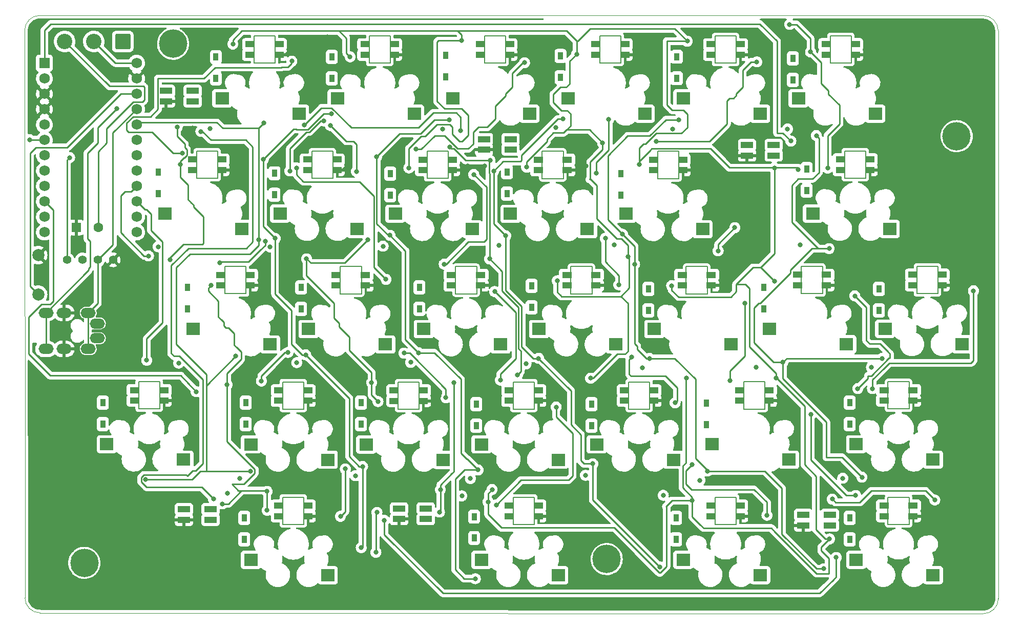
<source format=gtl>
G04 #@! TF.GenerationSoftware,KiCad,Pcbnew,(6.0.7)*
G04 #@! TF.CreationDate,2022-08-10T12:47:21+00:00*
G04 #@! TF.ProjectId,zzsplit-right,7a7a7370-6c69-4742-9d72-696768742e6b,rev?*
G04 #@! TF.SameCoordinates,Original*
G04 #@! TF.FileFunction,Copper,L1,Top*
G04 #@! TF.FilePolarity,Positive*
%FSLAX46Y46*%
G04 Gerber Fmt 4.6, Leading zero omitted, Abs format (unit mm)*
G04 Created by KiCad (PCBNEW (6.0.7)) date 2022-08-10 12:47:21*
%MOMM*%
%LPD*%
G01*
G04 APERTURE LIST*
G04 Aperture macros list*
%AMRoundRect*
0 Rectangle with rounded corners*
0 $1 Rounding radius*
0 $2 $3 $4 $5 $6 $7 $8 $9 X,Y pos of 4 corners*
0 Add a 4 corners polygon primitive as box body*
4,1,4,$2,$3,$4,$5,$6,$7,$8,$9,$2,$3,0*
0 Add four circle primitives for the rounded corners*
1,1,$1+$1,$2,$3*
1,1,$1+$1,$4,$5*
1,1,$1+$1,$6,$7*
1,1,$1+$1,$8,$9*
0 Add four rect primitives between the rounded corners*
20,1,$1+$1,$2,$3,$4,$5,0*
20,1,$1+$1,$4,$5,$6,$7,0*
20,1,$1+$1,$6,$7,$8,$9,0*
20,1,$1+$1,$8,$9,$2,$3,0*%
G04 Aperture macros list end*
G04 #@! TA.AperFunction,Profile*
%ADD10C,0.150000*%
G04 #@! TD*
G04 #@! TA.AperFunction,Profile*
%ADD11C,0.100000*%
G04 #@! TD*
G04 #@! TA.AperFunction,SMDPad,CuDef*
%ADD12R,1.600000X1.000000*%
G04 #@! TD*
G04 #@! TA.AperFunction,SMDPad,CuDef*
%ADD13R,2.300000X2.000000*%
G04 #@! TD*
G04 #@! TA.AperFunction,SMDPad,CuDef*
%ADD14R,0.950000X1.300000*%
G04 #@! TD*
G04 #@! TA.AperFunction,SMDPad,CuDef*
%ADD15R,2.000000X1.000000*%
G04 #@! TD*
G04 #@! TA.AperFunction,ComponentPad*
%ADD16C,4.700000*%
G04 #@! TD*
G04 #@! TA.AperFunction,ComponentPad*
%ADD17RoundRect,0.250000X-0.550000X-0.550000X0.550000X-0.550000X0.550000X0.550000X-0.550000X0.550000X0*%
G04 #@! TD*
G04 #@! TA.AperFunction,ComponentPad*
%ADD18C,1.600000*%
G04 #@! TD*
G04 #@! TA.AperFunction,ComponentPad*
%ADD19C,2.000000*%
G04 #@! TD*
G04 #@! TA.AperFunction,ComponentPad*
%ADD20O,2.500000X1.700000*%
G04 #@! TD*
G04 #@! TA.AperFunction,ComponentPad*
%ADD21C,1.397000*%
G04 #@! TD*
G04 #@! TA.AperFunction,ComponentPad*
%ADD22R,1.752600X1.752600*%
G04 #@! TD*
G04 #@! TA.AperFunction,ComponentPad*
%ADD23C,1.752600*%
G04 #@! TD*
G04 #@! TA.AperFunction,ComponentPad*
%ADD24RoundRect,0.249999X1.025001X1.025001X-1.025001X1.025001X-1.025001X-1.025001X1.025001X-1.025001X0*%
G04 #@! TD*
G04 #@! TA.AperFunction,ComponentPad*
%ADD25C,2.550000*%
G04 #@! TD*
G04 #@! TA.AperFunction,ViaPad*
%ADD26C,0.800000*%
G04 #@! TD*
G04 #@! TA.AperFunction,Conductor*
%ADD27C,0.250000*%
G04 #@! TD*
G04 APERTURE END LIST*
D10*
X130560000Y-126630000D02*
X134060000Y-126630000D01*
X134060000Y-112070000D02*
X130560000Y-112070000D01*
X168670000Y-126640000D02*
X172170000Y-126640000D01*
D11*
X87924000Y-49490000D02*
X87964000Y-143250000D01*
D10*
X129320000Y-50370000D02*
X129320000Y-54870000D01*
X205540000Y-126630000D02*
X205540000Y-131130000D01*
D11*
X246333920Y-145889980D02*
X90464000Y-145750000D01*
D10*
X173460000Y-69460000D02*
X176960000Y-69460000D01*
X119820000Y-73940000D02*
X116320000Y-73940000D01*
X210290000Y-112060000D02*
X206790000Y-112060000D01*
X167410000Y-54890000D02*
X163910000Y-54890000D01*
X172170000Y-112070000D02*
X168670000Y-112070000D01*
X192520000Y-73960000D02*
X192520000Y-69460000D01*
X106750000Y-112050000D02*
X106750000Y-107550000D01*
X172170000Y-131140000D02*
X168670000Y-131140000D01*
X205520000Y-50390000D02*
X205520000Y-54890000D01*
X168670000Y-107570000D02*
X172170000Y-107570000D01*
X172170000Y-126640000D02*
X172170000Y-131140000D01*
X196020000Y-73960000D02*
X192520000Y-73960000D01*
X181690000Y-88510000D02*
X181690000Y-93010000D01*
X153130000Y-107580000D02*
X153130000Y-112080000D01*
X202020000Y-54890000D02*
X202020000Y-50390000D01*
X124520000Y-93000000D02*
X121020000Y-93000000D01*
X178190000Y-93010000D02*
X178190000Y-88510000D01*
D11*
X90424000Y-46990000D02*
G75*
G03*
X87924000Y-49490000I0J-2500000D01*
G01*
D10*
X219800000Y-92990000D02*
X216300000Y-92990000D01*
X202020000Y-50390000D02*
X205520000Y-50390000D01*
X134060000Y-107570000D02*
X134060000Y-112070000D01*
X130560000Y-107570000D02*
X134060000Y-107570000D01*
X149630000Y-107580000D02*
X153130000Y-107580000D01*
X226950000Y-73910000D02*
X223450000Y-73910000D01*
D11*
X246333920Y-145889980D02*
G75*
G03*
X248854000Y-143380000I10080J2509980D01*
G01*
D10*
X202040000Y-131130000D02*
X202040000Y-126630000D01*
X234110000Y-126630000D02*
X234110000Y-131130000D01*
X221060000Y-50370000D02*
X224560000Y-50370000D01*
X235370000Y-92980000D02*
X235370000Y-88480000D01*
X143580000Y-93010000D02*
X140080000Y-93010000D01*
D11*
X248824019Y-49520000D02*
X248854000Y-143380000D01*
D10*
X138870000Y-69440000D02*
X138870000Y-73940000D01*
X238870000Y-88480000D02*
X238870000Y-92980000D01*
X202040000Y-126630000D02*
X205540000Y-126630000D01*
X138870000Y-73940000D02*
X135370000Y-73940000D01*
X124520000Y-88500000D02*
X124520000Y-93000000D01*
X230610000Y-126630000D02*
X234110000Y-126630000D01*
X129320000Y-54870000D02*
X125820000Y-54870000D01*
X197240000Y-88510000D02*
X200740000Y-88510000D01*
X238870000Y-92980000D02*
X235370000Y-92980000D01*
X230600000Y-107550000D02*
X234100000Y-107550000D01*
X162630000Y-93010000D02*
X159130000Y-93010000D01*
X182960000Y-54890000D02*
X182960000Y-50390000D01*
X187730000Y-112070000D02*
X187730000Y-107570000D01*
X192520000Y-69460000D02*
X196020000Y-69460000D01*
X157920000Y-73950000D02*
X154420000Y-73950000D01*
X140080000Y-88510000D02*
X143580000Y-88510000D01*
X224560000Y-54870000D02*
X221060000Y-54870000D01*
X186460000Y-54890000D02*
X182960000Y-54890000D01*
X178190000Y-88510000D02*
X181690000Y-88510000D01*
X216300000Y-92990000D02*
X216300000Y-88490000D01*
X163910000Y-50390000D02*
X167410000Y-50390000D01*
X230610000Y-131130000D02*
X230610000Y-126630000D01*
X154420000Y-69450000D02*
X157920000Y-69450000D01*
X168670000Y-131140000D02*
X168670000Y-126640000D01*
X210290000Y-107560000D02*
X210290000Y-112060000D01*
X140080000Y-93010000D02*
X140080000Y-88510000D01*
X121020000Y-93000000D02*
X121020000Y-88500000D01*
X172170000Y-107570000D02*
X172170000Y-112070000D01*
X167410000Y-50390000D02*
X167410000Y-54890000D01*
X168670000Y-112070000D02*
X168670000Y-107570000D01*
X134060000Y-131130000D02*
X130560000Y-131130000D01*
X121020000Y-88500000D02*
X124520000Y-88500000D01*
X159130000Y-93010000D02*
X159130000Y-88510000D01*
X119820000Y-69440000D02*
X119820000Y-73940000D01*
X159130000Y-88510000D02*
X162630000Y-88510000D01*
X234110000Y-131130000D02*
X230610000Y-131130000D01*
X143580000Y-88510000D02*
X143580000Y-93010000D01*
X219800000Y-88490000D02*
X219800000Y-92990000D01*
X191230000Y-107570000D02*
X191230000Y-112070000D01*
X116320000Y-73940000D02*
X116320000Y-69440000D01*
X110250000Y-112050000D02*
X106750000Y-112050000D01*
X144860000Y-50390000D02*
X148360000Y-50390000D01*
X224560000Y-50370000D02*
X224560000Y-54870000D01*
X176960000Y-73960000D02*
X173460000Y-73960000D01*
X197240000Y-93010000D02*
X197240000Y-88510000D01*
D11*
X87964000Y-143250000D02*
G75*
G03*
X90464000Y-145750000I2500000J0D01*
G01*
D10*
X148360000Y-50390000D02*
X148360000Y-54890000D01*
X226950000Y-69410000D02*
X226950000Y-73910000D01*
X130560000Y-112070000D02*
X130560000Y-107570000D01*
X223450000Y-73910000D02*
X223450000Y-69410000D01*
X106750000Y-107550000D02*
X110250000Y-107550000D01*
X135370000Y-73940000D02*
X135370000Y-69440000D01*
X176960000Y-69460000D02*
X176960000Y-73960000D01*
X205540000Y-131130000D02*
X202040000Y-131130000D01*
X116320000Y-69440000D02*
X119820000Y-69440000D01*
X200740000Y-88510000D02*
X200740000Y-93010000D01*
X196020000Y-69460000D02*
X196020000Y-73960000D01*
X206790000Y-112060000D02*
X206790000Y-107560000D01*
X234100000Y-112050000D02*
X230600000Y-112050000D01*
X181690000Y-93010000D02*
X178190000Y-93010000D01*
X191230000Y-112070000D02*
X187730000Y-112070000D01*
X187730000Y-107570000D02*
X191230000Y-107570000D01*
X200740000Y-93010000D02*
X197240000Y-93010000D01*
X235370000Y-88480000D02*
X238870000Y-88480000D01*
X148360000Y-54890000D02*
X144860000Y-54890000D01*
X134060000Y-126630000D02*
X134060000Y-131130000D01*
X153130000Y-112080000D02*
X149630000Y-112080000D01*
X154420000Y-73950000D02*
X154420000Y-69450000D01*
X162630000Y-88510000D02*
X162630000Y-93010000D01*
X221060000Y-54870000D02*
X221060000Y-50370000D01*
X186460000Y-50390000D02*
X186460000Y-54890000D01*
X110250000Y-107550000D02*
X110250000Y-112050000D01*
X206790000Y-107560000D02*
X210290000Y-107560000D01*
X135370000Y-69440000D02*
X138870000Y-69440000D01*
X163910000Y-54890000D02*
X163910000Y-50390000D01*
X125820000Y-50370000D02*
X129320000Y-50370000D01*
X149630000Y-112080000D02*
X149630000Y-107580000D01*
X157920000Y-69450000D02*
X157920000Y-73950000D01*
D11*
X248824019Y-49520000D02*
G75*
G03*
X246334000Y-47020001I-2500019J0D01*
G01*
D10*
X234100000Y-107550000D02*
X234100000Y-112050000D01*
X230600000Y-112050000D02*
X230600000Y-107550000D01*
X173460000Y-73960000D02*
X173460000Y-69460000D01*
X144860000Y-54890000D02*
X144860000Y-50390000D01*
X130560000Y-131130000D02*
X130560000Y-126630000D01*
X223450000Y-69410000D02*
X226950000Y-69410000D01*
X182960000Y-50390000D02*
X186460000Y-50390000D01*
D11*
X90424000Y-46990000D02*
X246334000Y-47020001D01*
D10*
X125820000Y-54870000D02*
X125820000Y-50370000D01*
X205520000Y-54890000D02*
X202020000Y-54890000D01*
X216300000Y-88490000D02*
X219800000Y-88490000D01*
D12*
X187110000Y-51765000D03*
X187110000Y-53515000D03*
X182310000Y-53515000D03*
X182310000Y-51765000D03*
D13*
X177710000Y-60720000D03*
X190410000Y-63260000D03*
D12*
X168060000Y-51765000D03*
X168060000Y-53515000D03*
X163260000Y-53515000D03*
X163260000Y-51765000D03*
D13*
X158660000Y-60720000D03*
X171360000Y-63260000D03*
D12*
X196670000Y-70835000D03*
X196670000Y-72585000D03*
X191870000Y-72585000D03*
X191870000Y-70835000D03*
D13*
X187270000Y-79790000D03*
X199970000Y-82330000D03*
D14*
X176500000Y-57235000D03*
X176500000Y-53685000D03*
X217170000Y-75943000D03*
X217170000Y-72393000D03*
D12*
X120470000Y-70815000D03*
X120470000Y-72565000D03*
X115670000Y-72565000D03*
X115670000Y-70815000D03*
D13*
X111070000Y-79770000D03*
X123770000Y-82310000D03*
D14*
X100838000Y-114551000D03*
X100838000Y-111001000D03*
D15*
X163830000Y-67435000D03*
X163830000Y-69185000D03*
X168230000Y-69185000D03*
X168230000Y-67435000D03*
D14*
X167640000Y-76451000D03*
X167640000Y-72901000D03*
X124206000Y-133601000D03*
X124206000Y-130051000D03*
X129210000Y-76630000D03*
X129210000Y-73080000D03*
D12*
X172820000Y-108945000D03*
X172820000Y-110695000D03*
X168020000Y-110695000D03*
X168020000Y-108945000D03*
D13*
X163420000Y-117900000D03*
X176120000Y-120440000D03*
D12*
X239520000Y-89855000D03*
X239520000Y-91605000D03*
X234720000Y-91605000D03*
X234720000Y-89855000D03*
D13*
X230120000Y-98810000D03*
X242820000Y-101350000D03*
D12*
X206190000Y-128005000D03*
X206190000Y-129755000D03*
X201390000Y-129755000D03*
X201390000Y-128005000D03*
D13*
X196790000Y-136960000D03*
X209490000Y-139500000D03*
D12*
X139520000Y-70815000D03*
X139520000Y-72565000D03*
X134720000Y-72565000D03*
X134720000Y-70815000D03*
D13*
X130120000Y-79770000D03*
X142820000Y-82310000D03*
D15*
X111300000Y-59465000D03*
X111300000Y-61215000D03*
X115700000Y-61215000D03*
X115700000Y-59465000D03*
D16*
X97780000Y-137480000D03*
D12*
X220450000Y-89865000D03*
X220450000Y-91615000D03*
X215650000Y-91615000D03*
X215650000Y-89865000D03*
D13*
X211050000Y-98820000D03*
X223750000Y-101360000D03*
D17*
X96476000Y-82042000D03*
D18*
X100076000Y-82042000D03*
D12*
X163280000Y-89885000D03*
X163280000Y-91635000D03*
X158480000Y-91635000D03*
X158480000Y-89885000D03*
D13*
X153880000Y-98840000D03*
X166580000Y-101380000D03*
D14*
X138684000Y-57401000D03*
X138684000Y-53851000D03*
D16*
X112460000Y-51670000D03*
D12*
X129970000Y-51755000D03*
X129970000Y-53505000D03*
X125170000Y-53505000D03*
X125170000Y-51755000D03*
D13*
X120570000Y-60710000D03*
X133270000Y-63250000D03*
D14*
X157480000Y-57147000D03*
X157480000Y-53597000D03*
D12*
X172820000Y-128015000D03*
X172820000Y-129765000D03*
X168020000Y-129765000D03*
X168020000Y-128015000D03*
D13*
X163420000Y-136970000D03*
X176120000Y-139510000D03*
D14*
X114808000Y-95501000D03*
X114808000Y-91951000D03*
D19*
X90170000Y-93120000D03*
X90170000Y-86620000D03*
D14*
X214884000Y-57655000D03*
X214884000Y-54105000D03*
D12*
X149010000Y-51765000D03*
X149010000Y-53515000D03*
X144210000Y-53515000D03*
X144210000Y-51765000D03*
D13*
X139610000Y-60720000D03*
X152310000Y-63260000D03*
D12*
X125170000Y-89875000D03*
X125170000Y-91625000D03*
X120370000Y-91625000D03*
X120370000Y-89875000D03*
D13*
X115770000Y-98830000D03*
X128470000Y-101370000D03*
D12*
X134720000Y-128015000D03*
X134720000Y-129765000D03*
X129920000Y-129765000D03*
X129920000Y-128015000D03*
D13*
X125320000Y-136970000D03*
X138020000Y-139510000D03*
D14*
X224282000Y-133601000D03*
X224282000Y-130051000D03*
D12*
X234760000Y-128005000D03*
X234760000Y-129755000D03*
X229960000Y-129755000D03*
X229960000Y-128005000D03*
D13*
X225360000Y-136960000D03*
X238060000Y-139500000D03*
D12*
X201390000Y-89885000D03*
X201390000Y-91635000D03*
X196590000Y-91635000D03*
X196590000Y-89885000D03*
D13*
X191990000Y-98840000D03*
X204690000Y-101380000D03*
D12*
X110900000Y-108925000D03*
X110900000Y-110675000D03*
X106100000Y-110675000D03*
X106100000Y-108925000D03*
D13*
X101500000Y-117880000D03*
X114200000Y-120420000D03*
D14*
X119530000Y-57415000D03*
X119530000Y-53865000D03*
X186436000Y-76705000D03*
X186436000Y-73155000D03*
D20*
X98430000Y-96165000D03*
X98430000Y-102115000D03*
X94430000Y-96165000D03*
X94430000Y-102115000D03*
X91430000Y-102115000D03*
X91430000Y-96165000D03*
X99930000Y-100365000D03*
X99930000Y-97915000D03*
D12*
X134710000Y-108945000D03*
X134710000Y-110695000D03*
X129910000Y-110695000D03*
X129910000Y-108945000D03*
D13*
X125310000Y-117900000D03*
X138010000Y-120440000D03*
D14*
X210058000Y-95501000D03*
X210058000Y-91951000D03*
D12*
X153780000Y-108955000D03*
X153780000Y-110705000D03*
X148980000Y-110705000D03*
X148980000Y-108955000D03*
D13*
X144380000Y-117910000D03*
X157080000Y-120450000D03*
D12*
X210940000Y-108935000D03*
X210940000Y-110685000D03*
X206140000Y-110685000D03*
X206140000Y-108935000D03*
D13*
X201540000Y-117890000D03*
X214240000Y-120430000D03*
D12*
X227600000Y-70795000D03*
X227600000Y-72545000D03*
X222800000Y-72545000D03*
X222800000Y-70795000D03*
D13*
X218200000Y-79750000D03*
X230900000Y-82290000D03*
D15*
X114260000Y-128625000D03*
X114260000Y-130375000D03*
X118660000Y-130375000D03*
X118660000Y-128625000D03*
D14*
X153162000Y-95501000D03*
X153162000Y-91951000D03*
X109982000Y-76451000D03*
X109982000Y-72901000D03*
D12*
X225210000Y-51755000D03*
X225210000Y-53505000D03*
X220410000Y-53505000D03*
X220410000Y-51755000D03*
D13*
X215810000Y-60710000D03*
X228510000Y-63250000D03*
D14*
X195580000Y-133601000D03*
X195580000Y-130051000D03*
D21*
X94930000Y-87390000D03*
X97470000Y-87390000D03*
X100010000Y-87390000D03*
X102550000Y-87390000D03*
D14*
X229108000Y-95755000D03*
X229108000Y-92205000D03*
X181610000Y-114805000D03*
X181610000Y-111255000D03*
X191008000Y-95755000D03*
X191008000Y-92205000D03*
D16*
X184120000Y-136850000D03*
D12*
X206170000Y-51765000D03*
X206170000Y-53515000D03*
X201370000Y-53515000D03*
X201370000Y-51765000D03*
D13*
X196770000Y-60720000D03*
X209470000Y-63260000D03*
D12*
X177610000Y-70835000D03*
X177610000Y-72585000D03*
X172810000Y-72585000D03*
X172810000Y-70835000D03*
D13*
X168210000Y-79790000D03*
X180910000Y-82330000D03*
D15*
X149820000Y-128495000D03*
X149820000Y-130245000D03*
X154220000Y-130245000D03*
X154220000Y-128495000D03*
D14*
X195720000Y-57375000D03*
X195720000Y-53825000D03*
X162560000Y-114805000D03*
X162560000Y-111255000D03*
X171710000Y-95245000D03*
X171710000Y-91695000D03*
D22*
X91186000Y-54864000D03*
D23*
X91186000Y-57404000D03*
X91186000Y-59944000D03*
X91186000Y-62484000D03*
X91186000Y-65024000D03*
X91186000Y-67564000D03*
X91186000Y-70104000D03*
X91186000Y-72644000D03*
X91186000Y-75184000D03*
X91186000Y-77724000D03*
X91186000Y-80264000D03*
X91186000Y-82804000D03*
X106426000Y-82804000D03*
X106426000Y-80264000D03*
X106426000Y-77724000D03*
X106426000Y-75184000D03*
X106426000Y-72644000D03*
X106426000Y-70104000D03*
X106426000Y-67564000D03*
X106426000Y-65024000D03*
X106426000Y-62484000D03*
X106426000Y-59944000D03*
X106426000Y-57404000D03*
X106426000Y-54864000D03*
D15*
X216602100Y-129555000D03*
X216602100Y-131305000D03*
X221002100Y-131305000D03*
X221002100Y-129555000D03*
D12*
X144230000Y-89885000D03*
X144230000Y-91635000D03*
X139430000Y-91635000D03*
X139430000Y-89885000D03*
D13*
X134830000Y-98840000D03*
X147530000Y-101380000D03*
D15*
X207322100Y-68395000D03*
X207322100Y-70145000D03*
X211722100Y-70145000D03*
X211722100Y-68395000D03*
D14*
X148340000Y-76695000D03*
X148340000Y-73145000D03*
D12*
X191880000Y-108945000D03*
X191880000Y-110695000D03*
X187080000Y-110695000D03*
X187080000Y-108945000D03*
D13*
X182480000Y-117900000D03*
X195180000Y-120440000D03*
D12*
X234750000Y-108925000D03*
X234750000Y-110675000D03*
X229950000Y-110675000D03*
X229950000Y-108925000D03*
D13*
X225350000Y-117880000D03*
X238050000Y-120420000D03*
D24*
X104140000Y-51308000D03*
D25*
X99340000Y-51308000D03*
X94540000Y-51308000D03*
D14*
X124460000Y-114551000D03*
X124460000Y-111001000D03*
X133604000Y-95504000D03*
X133604000Y-91954000D03*
X200630000Y-114595000D03*
X200630000Y-111045000D03*
D12*
X158570000Y-70825000D03*
X158570000Y-72575000D03*
X153770000Y-72575000D03*
X153770000Y-70825000D03*
D13*
X149170000Y-79780000D03*
X161870000Y-82320000D03*
D14*
X143510000Y-114551000D03*
X143510000Y-111001000D03*
X224282000Y-114551000D03*
X224282000Y-111001000D03*
X162210000Y-133385000D03*
X162210000Y-129835000D03*
D12*
X182340000Y-89885000D03*
X182340000Y-91635000D03*
X177540000Y-91635000D03*
X177540000Y-89885000D03*
D13*
X172940000Y-98840000D03*
X185640000Y-101380000D03*
D16*
X241960000Y-66950000D03*
D26*
X214020000Y-65760000D03*
X118600000Y-65730000D03*
X195040000Y-65760000D03*
X175680000Y-65490000D03*
X156990000Y-65780000D03*
X166310000Y-84970000D03*
X128470000Y-85260000D03*
X216110000Y-84940000D03*
X147160000Y-85130000D03*
X185340000Y-84940000D03*
X109970000Y-85230000D03*
X113380000Y-104470000D03*
X170790000Y-104590000D03*
X132890000Y-104390000D03*
X189990000Y-105260000D03*
X208840000Y-105120000D03*
X151720000Y-104340000D03*
X180610000Y-123000000D03*
X161590000Y-123540000D03*
X142590000Y-123080000D03*
X223130000Y-123490000D03*
X199540000Y-123840000D03*
X123450000Y-123490000D03*
X116270000Y-109190000D03*
X160180000Y-126410000D03*
X227876729Y-105150581D03*
X193470000Y-126310000D03*
X121430000Y-126000000D03*
X183440000Y-68070000D03*
X220640000Y-72230000D03*
X151430000Y-72210000D03*
X197430000Y-51250000D03*
X225620000Y-108680000D03*
X118770000Y-91620000D03*
X134520000Y-87230000D03*
X194860000Y-91650000D03*
X111920000Y-87360000D03*
X197267163Y-106970122D03*
X113650000Y-71640000D03*
X225130000Y-93350000D03*
X113130000Y-65410000D03*
X220950000Y-133520000D03*
X120620000Y-127720000D03*
X165180000Y-125360000D03*
X127985000Y-125665000D03*
X164840000Y-70960000D03*
X164530000Y-127390000D03*
X211830000Y-72180000D03*
X198270000Y-127190000D03*
X141710000Y-53830000D03*
X170890000Y-72080000D03*
X160100000Y-51170000D03*
X214360000Y-48480000D03*
X189530000Y-71590000D03*
X156630000Y-125380000D03*
X128000000Y-128790000D03*
X156480000Y-129080000D03*
X212090000Y-106890000D03*
X146320000Y-110810000D03*
X158160000Y-68750000D03*
X175945000Y-90845000D03*
X211880000Y-90960000D03*
X122330000Y-51730000D03*
X164770000Y-87230000D03*
X215790000Y-72450000D03*
X144680000Y-84080000D03*
X179140000Y-53400000D03*
X158860000Y-107670000D03*
X217820000Y-53020000D03*
X181450000Y-106960000D03*
X137350000Y-64410000D03*
X131760000Y-72690000D03*
X187640000Y-86850000D03*
X145270000Y-107680000D03*
X121370000Y-108010000D03*
X169400000Y-106380000D03*
X214560000Y-67760000D03*
X203890000Y-90880000D03*
X236860000Y-128990000D03*
X112510000Y-56330000D03*
X131410000Y-89540000D03*
X115640000Y-65600000D03*
X228010000Y-52770000D03*
X116932606Y-63588988D03*
X113300000Y-109520000D03*
X146490000Y-91110000D03*
X151260000Y-52770000D03*
X175430000Y-129060000D03*
X137660000Y-128990000D03*
X122960000Y-71720000D03*
X184820000Y-90720000D03*
X161170000Y-71910000D03*
X229910000Y-71450000D03*
X170553740Y-52759937D03*
X236980000Y-109470000D03*
X174120000Y-63680000D03*
X141410000Y-71470000D03*
X199360000Y-71960000D03*
X137120000Y-109770000D03*
X163945000Y-71915000D03*
X165450000Y-90920000D03*
X223140000Y-90820000D03*
X134700000Y-54950000D03*
X194240000Y-109680000D03*
X156404326Y-109894307D03*
X209270000Y-128610000D03*
X131820000Y-52490000D03*
X166040000Y-70140000D03*
X127640000Y-90760000D03*
X175771484Y-109695272D03*
X180680000Y-71850000D03*
X137930000Y-50560000D03*
X116940000Y-50140000D03*
X241950000Y-90670000D03*
X213720000Y-110160000D03*
X189540000Y-52490000D03*
X113930000Y-62640000D03*
X136870000Y-66200000D03*
X209090000Y-52660000D03*
X134140000Y-65100000D03*
X159960000Y-66060000D03*
X117051269Y-66165500D03*
X119130000Y-126920000D03*
X145970000Y-135740000D03*
X146150000Y-129140000D03*
X147370000Y-130450000D03*
X222060000Y-136600000D03*
X95350000Y-70480000D03*
X88720000Y-67520000D03*
X103190000Y-62360000D03*
X114010000Y-69780000D03*
X132080000Y-54560000D03*
X122800000Y-103320000D03*
X126570000Y-84100000D03*
X107910000Y-123660000D03*
X125230000Y-122340000D03*
X127460000Y-64730000D03*
X138460000Y-65195500D03*
X142760000Y-72780000D03*
X143770000Y-121550000D03*
X134370000Y-103080000D03*
X143550000Y-134970000D03*
X138602701Y-63247299D03*
X127360000Y-70780000D03*
X129310000Y-83850000D03*
X152620000Y-69110000D03*
X170540000Y-54810000D03*
X146100000Y-70350000D03*
X148300000Y-83340000D03*
X162860000Y-122120000D03*
X153040000Y-102760000D03*
X162410000Y-140100000D03*
X158100000Y-64230000D03*
X184440000Y-64180000D03*
X182420000Y-73020000D03*
X172870000Y-103670000D03*
X181810000Y-121110000D03*
X192910000Y-138150000D03*
X176870000Y-64110000D03*
X167430000Y-83410000D03*
X165430000Y-72750000D03*
X192290000Y-67780000D03*
X208920000Y-54670000D03*
X108390000Y-86740000D03*
X196060000Y-64240000D03*
X200747340Y-122318692D03*
X191190000Y-103680000D03*
X186730000Y-83150000D03*
X219990000Y-138450000D03*
X188730000Y-88120000D03*
X229680000Y-103670000D03*
X220890000Y-85530000D03*
X226300000Y-123320000D03*
X108090000Y-103990000D03*
X213230000Y-104320000D03*
X218770000Y-66850000D03*
X127700000Y-84320000D03*
X120160000Y-87900000D03*
X132840000Y-72190000D03*
X147640000Y-90630000D03*
X157260000Y-88100000D03*
X162150000Y-73280000D03*
X186105000Y-91515000D03*
X183890000Y-83840000D03*
X205300000Y-82070000D03*
X202530000Y-85890000D03*
X131440000Y-102690000D03*
X127057576Y-107425125D03*
X157540000Y-110180000D03*
X150620000Y-102810000D03*
X166550000Y-107270000D03*
X165600000Y-92630000D03*
X188250000Y-103480000D03*
X195430000Y-111020000D03*
X206949075Y-94533314D03*
X204470000Y-107380000D03*
X140920000Y-121950000D03*
X140120000Y-129790000D03*
X165850000Y-127900000D03*
X175770000Y-111720000D03*
X198260000Y-121220000D03*
X210610000Y-129610000D03*
X217850000Y-112970000D03*
X225278809Y-126341884D03*
X228040000Y-108670000D03*
X244740000Y-92510000D03*
X221400000Y-126950000D03*
X238350000Y-127080000D03*
D27*
X113770000Y-106540000D02*
X116270000Y-109190000D01*
X88560000Y-96890000D02*
X88560000Y-99990000D01*
X89830000Y-104210000D02*
X92160000Y-106540000D01*
X92130000Y-94750000D02*
X91070000Y-94750000D01*
X92630000Y-79168000D02*
X92630000Y-93180000D01*
X90700000Y-94750000D02*
X89590000Y-95860000D01*
X92630000Y-93180000D02*
X92630000Y-94250000D01*
X88560000Y-99990000D02*
X88560000Y-102940000D01*
X116270000Y-109190000D02*
X116260000Y-109030000D01*
X111640000Y-106540000D02*
X113770000Y-106540000D01*
X92160000Y-106540000D02*
X111640000Y-106540000D01*
X91070000Y-94750000D02*
X90700000Y-94750000D01*
X88560000Y-102940000D02*
X89830000Y-104210000D01*
X89590000Y-95860000D02*
X88560000Y-96890000D01*
X91186000Y-77724000D02*
X92630000Y-79168000D01*
X92630000Y-94250000D02*
X92130000Y-94750000D01*
X174270000Y-67440000D02*
X175320000Y-66390000D01*
X164705000Y-73050305D02*
X164770000Y-73115305D01*
X220830000Y-136740000D02*
X219590000Y-135500000D01*
X158550000Y-122690000D02*
X158820000Y-122420000D01*
X145270000Y-109740000D02*
X146320000Y-110810000D01*
X123780000Y-125540000D02*
X127860000Y-125540000D01*
X176620000Y-93430000D02*
X186490000Y-93430000D01*
X170890000Y-72080000D02*
X170890000Y-71180000D01*
X218720000Y-131990000D02*
X218720000Y-123150000D01*
X198270000Y-126660000D02*
X196680000Y-125070000D01*
X131760000Y-68960000D02*
X134445000Y-66275000D01*
X158220000Y-65010000D02*
X158650000Y-65440000D01*
X222580000Y-64900000D02*
X222580000Y-61840000D01*
X182510000Y-75120000D02*
X181470000Y-74080000D01*
X220250000Y-133520000D02*
X218900000Y-132170000D01*
X186535000Y-83875000D02*
X185815000Y-83875000D01*
X187640000Y-86850000D02*
X187640000Y-84980000D01*
X230930000Y-103650000D02*
X230930000Y-102920000D01*
X229300000Y-101290000D02*
X227580000Y-101290000D01*
X211830000Y-72170000D02*
X215510000Y-72170000D01*
X220640000Y-66840000D02*
X222580000Y-64900000D01*
X158650000Y-66610000D02*
X159820000Y-67780000D01*
X120870000Y-98270000D02*
X120835001Y-98235001D01*
X154100000Y-66990000D02*
X156080000Y-65010000D01*
X207720000Y-92150000D02*
X207000000Y-91430000D01*
X111920000Y-87360000D02*
X111940000Y-87540000D01*
X182510000Y-80570000D02*
X182510000Y-75120000D01*
X156080000Y-65010000D02*
X158220000Y-65010000D01*
X198270000Y-127190000D02*
X198270000Y-129840000D01*
X183440000Y-69160000D02*
X183440000Y-68070000D01*
X113650000Y-71640000D02*
X113640000Y-71640000D01*
X113650000Y-71640000D02*
X113650000Y-73760000D01*
X114890000Y-77400000D02*
X115460000Y-77970000D01*
X230725305Y-103650000D02*
X230930000Y-103650000D01*
X115460000Y-77970000D02*
X115830000Y-78340000D01*
X175945000Y-92755000D02*
X176440000Y-93250000D01*
X159490000Y-49550000D02*
X160100000Y-50160000D01*
X196680000Y-125070000D02*
X196680000Y-121480000D01*
X178130000Y-63260000D02*
X177600000Y-62730000D01*
X191300000Y-69320000D02*
X191580000Y-69040000D01*
X164530000Y-129470000D02*
X166550000Y-131490000D01*
X158160000Y-68750000D02*
X158430000Y-69020000D01*
X139050000Y-94540000D02*
X134520000Y-90010000D01*
X169540000Y-102080000D02*
X169540000Y-95206396D01*
X139860000Y-49550000D02*
X141080000Y-50770000D01*
X177440000Y-58840000D02*
X177980000Y-58300000D01*
X157300000Y-62390000D02*
X156100000Y-61190000D01*
X164840000Y-70960000D02*
X164705000Y-71095000D01*
X212090000Y-106150000D02*
X207720000Y-101780000D01*
X220830000Y-139230000D02*
X220830000Y-136740000D01*
X139860000Y-49550000D02*
X159490000Y-49550000D01*
X134445000Y-66275000D02*
X134947792Y-66275000D01*
X175310000Y-61390000D02*
X175310000Y-59990000D01*
X166750000Y-131690000D02*
X174160000Y-131690000D01*
X170890000Y-71180000D02*
X174270000Y-67800000D01*
X161244999Y-63484999D02*
X160150000Y-62390000D01*
X214360000Y-48480000D02*
X215470000Y-48480000D01*
X207720000Y-101780000D02*
X207720000Y-92150000D01*
X164530000Y-126010000D02*
X164530000Y-127390000D01*
X117460000Y-84670000D02*
X117260000Y-84870000D01*
X175945000Y-90845000D02*
X175945000Y-92755000D01*
X100010000Y-94585000D02*
X98430000Y-96165000D01*
X98405000Y-102090000D02*
X98405000Y-96190000D01*
X127860000Y-125540000D02*
X127985000Y-125665000D01*
X197400000Y-51220000D02*
X197430000Y-51250000D01*
X174160000Y-131690000D02*
X185400000Y-131690000D01*
X177980000Y-58300000D02*
X177980000Y-54560000D01*
X205510000Y-92660000D02*
X204630000Y-93540000D01*
X219540000Y-58230000D02*
X219540000Y-54740000D01*
X114890000Y-75000000D02*
X114890000Y-76690000D01*
X201290000Y-69040000D02*
X204420000Y-72170000D01*
X197250000Y-120910000D02*
X197250000Y-106987285D01*
X187640000Y-102500000D02*
X187640000Y-94580000D01*
X197250000Y-106987285D02*
X197267163Y-106970122D01*
X136812792Y-64410000D02*
X137350000Y-64410000D01*
X208290000Y-88650000D02*
X205510000Y-91430000D01*
X196790000Y-62680000D02*
X194950000Y-62680000D01*
X220950000Y-133520000D02*
X220980000Y-133490000D01*
X135290000Y-87910000D02*
X135200000Y-87910000D01*
X153450000Y-66990000D02*
X154100000Y-66990000D01*
X160230000Y-67780000D02*
X161244999Y-66765001D01*
X114735000Y-69155000D02*
X114735000Y-70080305D01*
X140850000Y-87910000D02*
X135290000Y-87910000D01*
X98430000Y-102115000D02*
X98405000Y-102090000D01*
X207000000Y-91430000D02*
X205510000Y-91430000D01*
X211830000Y-86390000D02*
X211830000Y-72170000D01*
X98405000Y-96190000D02*
X98430000Y-96165000D01*
X209570000Y-88650000D02*
X211830000Y-86390000D01*
X125955000Y-122039695D02*
X121370000Y-117454695D01*
X200470000Y-131730000D02*
X211320000Y-131730000D01*
X187640000Y-84980000D02*
X186535000Y-83875000D01*
X123780000Y-125540000D02*
X123230000Y-125540000D01*
X144680000Y-84080000D02*
X140850000Y-87910000D01*
X200160000Y-131730000D02*
X200470000Y-131730000D01*
X194110000Y-49210000D02*
X195390000Y-49210000D01*
X216830000Y-111620000D02*
X212090000Y-106880000D01*
X116000000Y-78840000D02*
X117460000Y-80300000D01*
X151430000Y-69010000D02*
X153450000Y-66990000D01*
X117460000Y-80300000D02*
X117460000Y-84670000D01*
X179140000Y-51230000D02*
X179140000Y-53400000D01*
X113130000Y-67000000D02*
X114390000Y-68260000D01*
X164530000Y-127390000D02*
X164530000Y-129470000D01*
X114230000Y-70505000D02*
X113640000Y-71095000D01*
X123580000Y-125740000D02*
X123780000Y-125540000D01*
X123570000Y-103940000D02*
X123700000Y-103810000D01*
X217820000Y-53020000D02*
X217800000Y-53070000D01*
X100010000Y-87390000D02*
X100010000Y-94585000D01*
X121370000Y-106140000D02*
X123570000Y-103940000D01*
X134947792Y-66275000D02*
X136812792Y-64410000D01*
X128000000Y-125680000D02*
X128000000Y-128790000D01*
X123700000Y-103110000D02*
X123700000Y-102640000D01*
X192840000Y-139130000D02*
X192960000Y-139130000D01*
X219540000Y-54740000D02*
X217820000Y-53020000D01*
X159820000Y-67780000D02*
X160230000Y-67780000D01*
X215510000Y-72170000D02*
X215790000Y-72450000D01*
X122330000Y-51050000D02*
X123830000Y-49550000D01*
X123230000Y-125540000D02*
X122170000Y-124480000D01*
X169540000Y-95206396D02*
X166830000Y-92496396D01*
X196680000Y-121480000D02*
X197250000Y-120910000D01*
X187860000Y-91950000D02*
X187860000Y-87070000D01*
X141080000Y-50770000D02*
X141080000Y-53210000D01*
X227825305Y-106550000D02*
X230725305Y-103650000D01*
X227010000Y-95530000D02*
X227010000Y-95230000D01*
X156630000Y-125380000D02*
X156630000Y-128930000D01*
X190220000Y-68210000D02*
X190546396Y-68210000D01*
X120620000Y-127720000D02*
X121600000Y-127720000D01*
X156100000Y-51350000D02*
X156280000Y-51170000D01*
X187860000Y-87070000D02*
X187640000Y-86850000D01*
X118280000Y-92110000D02*
X118770000Y-91620000D01*
X220640000Y-72230000D02*
X220640000Y-66840000D01*
X190546396Y-68210000D02*
X192271396Y-66485000D01*
X204630000Y-93540000D02*
X195990000Y-93540000D01*
X181450000Y-106960000D02*
X181920000Y-106960000D01*
X178130000Y-65240000D02*
X178130000Y-63260000D01*
X218900000Y-132170000D02*
X218720000Y-131990000D01*
X194890000Y-127190000D02*
X198270000Y-127190000D01*
X124115305Y-124480000D02*
X125955000Y-122640305D01*
X212090000Y-106890000D02*
X212090000Y-106150000D01*
X156100000Y-61190000D02*
X156100000Y-51350000D01*
X169400000Y-106380000D02*
X169940000Y-105840000D01*
X177500000Y-65870000D02*
X181270000Y-65870000D01*
X169940000Y-102480000D02*
X169540000Y-102080000D01*
X123700000Y-102640000D02*
X122930000Y-101870000D01*
X114130000Y-84870000D02*
X111940000Y-87060000D01*
X111940000Y-87060000D02*
X111920000Y-87360000D01*
X141080000Y-53210000D02*
X141710000Y-53830000D01*
X215470000Y-48480000D02*
X217800000Y-50810000D01*
X156630000Y-124610000D02*
X158550000Y-122690000D01*
X215790000Y-72450000D02*
X215800000Y-72460000D01*
X211880000Y-90960000D02*
X209570000Y-88650000D01*
X121370000Y-108010000D02*
X121370000Y-106140000D01*
X225620000Y-108680000D02*
X227290000Y-107010000D01*
X176980000Y-66390000D02*
X177500000Y-65870000D01*
X194060000Y-61790000D02*
X194060000Y-51220000D01*
X199620000Y-131190000D02*
X200160000Y-131730000D01*
X197440000Y-65510000D02*
X197440000Y-63330000D01*
X187160000Y-102980000D02*
X187640000Y-102500000D01*
X117260000Y-84870000D02*
X114130000Y-84870000D01*
X160100000Y-50160000D02*
X160100000Y-51170000D01*
X181405000Y-71195000D02*
X183440000Y-69160000D01*
X164705000Y-71095000D02*
X164705000Y-73050305D01*
X195990000Y-93540000D02*
X194860000Y-92410000D01*
X125955000Y-122640305D02*
X125955000Y-122039695D01*
X211980000Y-132390000D02*
X218820000Y-139230000D01*
X196465000Y-66485000D02*
X197440000Y-65510000D01*
X216830000Y-112010000D02*
X216830000Y-111620000D01*
X164770000Y-87230000D02*
X164770000Y-87240000D01*
X230550000Y-102540000D02*
X229300000Y-101290000D01*
X192960000Y-139130000D02*
X194010000Y-138080000D01*
X131760000Y-72690000D02*
X131760000Y-68960000D01*
X114310305Y-70505000D02*
X114230000Y-70505000D01*
X181470000Y-74080000D02*
X181260000Y-74080000D01*
X114735000Y-70080305D02*
X114310305Y-70505000D01*
X160773604Y-70960000D02*
X164840000Y-70960000D01*
X121600000Y-127720000D02*
X123580000Y-125740000D01*
X113130000Y-65410000D02*
X113130000Y-67000000D01*
X123700000Y-103810000D02*
X123700000Y-103110000D01*
X120835001Y-97770000D02*
X120835001Y-97735001D01*
X121220000Y-98620000D02*
X120870000Y-98270000D01*
X141630000Y-102370000D02*
X141630000Y-100160000D01*
X227010000Y-100720000D02*
X227010000Y-95530000D01*
X121240000Y-98620000D02*
X121220000Y-98620000D01*
X120835001Y-98235001D02*
X120835001Y-97770000D01*
X219590000Y-135500000D02*
X219590000Y-134880000D01*
X119940000Y-96840000D02*
X119940000Y-95310000D01*
X187640000Y-94580000D02*
X186490000Y-93430000D01*
X102510000Y-66400000D02*
X106426000Y-62484000D01*
X166830000Y-92496396D02*
X166830000Y-89290000D01*
X160150000Y-62390000D02*
X157300000Y-62390000D01*
X122570000Y-101510000D02*
X122570000Y-99550000D01*
X185900000Y-102980000D02*
X187160000Y-102980000D01*
X218820000Y-139230000D02*
X220830000Y-139230000D01*
X179350000Y-51230000D02*
X180890000Y-49690000D01*
X181260000Y-74080000D02*
X181405000Y-73935000D01*
X145270000Y-106010000D02*
X141630000Y-102370000D01*
X169940000Y-105840000D02*
X169940000Y-102480000D01*
X177600000Y-62730000D02*
X176650000Y-62730000D01*
X114390000Y-68260000D02*
X114390000Y-68810000D01*
X177980000Y-54560000D02*
X179140000Y-53400000D01*
X123830000Y-49550000D02*
X139860000Y-49550000D01*
X176440000Y-93250000D02*
X176620000Y-93430000D01*
X175320000Y-66390000D02*
X176980000Y-66390000D01*
X177500000Y-65870000D02*
X178130000Y-65240000D01*
X219590000Y-134880000D02*
X220950000Y-133520000D01*
X161244999Y-66765001D02*
X161244999Y-63484999D01*
X191580000Y-69040000D02*
X201290000Y-69040000D01*
X218720000Y-123150000D02*
X216830000Y-121260000D01*
X139895001Y-98425001D02*
X139895001Y-97895001D01*
X145270000Y-107680000D02*
X145270000Y-106010000D01*
X194860000Y-92410000D02*
X194860000Y-91650000D01*
X220950000Y-133520000D02*
X220250000Y-133520000D01*
X122570000Y-99550000D02*
X121640000Y-98620000D01*
X227010000Y-95230000D02*
X225130000Y-93350000D01*
X115830000Y-78690000D02*
X115980000Y-78840000D01*
X139895001Y-97895001D02*
X139050000Y-97050000D01*
X156280000Y-51170000D02*
X160100000Y-51170000D01*
X222580000Y-61840000D02*
X220780000Y-60040000D01*
X120835001Y-97735001D02*
X120410000Y-97310000D01*
X121640000Y-98620000D02*
X121240000Y-98620000D01*
X158430000Y-69020000D02*
X158833604Y-69020000D01*
X113910000Y-74020000D02*
X114890000Y-75000000D01*
X194010000Y-128270000D02*
X193910000Y-128170000D01*
X113640000Y-71095000D02*
X113650000Y-71640000D01*
X198270000Y-129840000D02*
X199620000Y-131190000D01*
X118280000Y-92530000D02*
X118280000Y-92110000D01*
X156630000Y-128930000D02*
X156480000Y-129080000D01*
X113650000Y-73760000D02*
X113910000Y-74020000D01*
X181270000Y-65870000D02*
X183440000Y-68070000D01*
X195390000Y-49210000D02*
X197430000Y-51250000D01*
X176650000Y-62730000D02*
X175310000Y-61390000D01*
X120410000Y-97310000D02*
X119940000Y-96840000D01*
X177460000Y-49550000D02*
X179140000Y-51230000D01*
X185400000Y-131690000D02*
X192840000Y-139130000D01*
X121370000Y-117454695D02*
X121370000Y-108010000D01*
X179140000Y-51230000D02*
X179350000Y-51230000D01*
X100010000Y-87390000D02*
X102510000Y-84890000D01*
X102510000Y-84890000D02*
X102510000Y-66400000D01*
X174270000Y-67800000D02*
X174270000Y-67440000D01*
X135200000Y-87910000D02*
X134520000Y-87230000D01*
X141630000Y-100160000D02*
X139895001Y-98425001D01*
X189530000Y-68900000D02*
X190220000Y-68210000D01*
X114890000Y-76690000D02*
X114890000Y-77400000D01*
X181920000Y-106960000D02*
X185900000Y-102980000D01*
X119940000Y-95310000D02*
X119940000Y-94190000D01*
X134520000Y-90010000D02*
X134520000Y-87230000D01*
X158820000Y-122420000D02*
X158820000Y-116420000D01*
X187860000Y-92060000D02*
X187860000Y-91950000D01*
X220780000Y-59470000D02*
X219540000Y-58230000D01*
X180890000Y-49690000D02*
X181370000Y-49210000D01*
X164770000Y-73115305D02*
X164770000Y-87230000D01*
X189530000Y-71590000D02*
X189530000Y-71090000D01*
X181405000Y-73935000D02*
X181405000Y-71195000D01*
X227290000Y-106550000D02*
X227825305Y-106550000D01*
X158820000Y-116420000D02*
X158820000Y-107710000D01*
X146320000Y-110810000D02*
X146340000Y-110810000D01*
X175310000Y-59990000D02*
X176460000Y-58840000D01*
X193910000Y-128170000D02*
X194890000Y-127190000D01*
X189530000Y-71090000D02*
X191300000Y-69320000D01*
X160100000Y-51170000D02*
X160100000Y-51210000D01*
X119940000Y-94190000D02*
X118280000Y-92530000D01*
X114390000Y-68810000D02*
X114735000Y-69155000D01*
X166550000Y-131490000D02*
X166750000Y-131690000D01*
X181370000Y-49210000D02*
X194110000Y-49210000D01*
X194010000Y-138080000D02*
X194010000Y-128270000D01*
X122170000Y-124480000D02*
X124115305Y-124480000D01*
X192271396Y-66485000D02*
X196465000Y-66485000D01*
X209570000Y-88650000D02*
X208290000Y-88650000D01*
X198270000Y-127190000D02*
X198270000Y-126660000D01*
X189530000Y-71590000D02*
X189530000Y-68900000D01*
X158650000Y-65440000D02*
X158650000Y-66610000D01*
X165180000Y-125360000D02*
X164530000Y-126010000D01*
X220780000Y-60040000D02*
X220780000Y-59470000D01*
X115830000Y-78340000D02*
X115830000Y-78690000D01*
X227290000Y-107010000D02*
X227290000Y-106550000D01*
X158820000Y-107710000D02*
X158860000Y-107670000D01*
X145270000Y-107680000D02*
X145270000Y-109740000D01*
X139050000Y-97050000D02*
X139050000Y-94540000D01*
X217800000Y-50810000D02*
X217820000Y-53020000D01*
X151430000Y-72210000D02*
X151430000Y-69010000D01*
X122330000Y-51730000D02*
X122330000Y-51050000D01*
X216830000Y-121260000D02*
X216830000Y-112010000D01*
X197440000Y-63330000D02*
X196790000Y-62680000D01*
X127985000Y-125665000D02*
X128000000Y-125680000D01*
X166830000Y-89290000D02*
X164770000Y-87230000D01*
X141710000Y-53830000D02*
X141710000Y-53840000D01*
X205510000Y-91430000D02*
X205510000Y-92660000D01*
X159490000Y-49550000D02*
X177460000Y-49550000D01*
X194060000Y-51220000D02*
X197400000Y-51220000D01*
X176460000Y-58840000D02*
X177440000Y-58840000D01*
X156630000Y-125380000D02*
X156630000Y-124610000D01*
X194950000Y-62680000D02*
X194060000Y-61790000D01*
X183440000Y-68070000D02*
X183450000Y-68050000D01*
X204420000Y-72170000D02*
X211830000Y-72170000D01*
X230930000Y-102920000D02*
X230550000Y-102540000D01*
X115980000Y-78840000D02*
X116000000Y-78840000D01*
X158833604Y-69020000D02*
X160773604Y-70960000D01*
X227580000Y-101290000D02*
X227010000Y-100720000D01*
X122930000Y-101870000D02*
X122570000Y-101510000D01*
X211320000Y-131730000D02*
X211980000Y-132390000D01*
X185815000Y-83875000D02*
X182510000Y-80570000D01*
X186490000Y-93430000D02*
X187860000Y-92060000D01*
X209420000Y-48400000D02*
X212280000Y-51260000D01*
X212280000Y-66450000D02*
X213250000Y-66450000D01*
X91186000Y-49474000D02*
X92260000Y-48400000D01*
X91186000Y-54864000D02*
X91186000Y-49474000D01*
X212280000Y-51260000D02*
X212280000Y-66450000D01*
X92260000Y-48400000D02*
X209420000Y-48400000D01*
X213250000Y-66450000D02*
X214560000Y-67760000D01*
X235775000Y-110675000D02*
X236980000Y-109470000D01*
X213195000Y-110685000D02*
X213720000Y-110160000D01*
X175771484Y-109695272D02*
X175770000Y-109700000D01*
X134720000Y-129765000D02*
X136885000Y-129765000D01*
X182340000Y-91635000D02*
X183905000Y-91635000D01*
X210940000Y-110685000D02*
X213195000Y-110685000D01*
X125170000Y-91625000D02*
X126775000Y-91625000D01*
X227275000Y-53505000D02*
X228010000Y-52770000D01*
X130805000Y-53505000D02*
X131820000Y-52490000D01*
X198735000Y-72585000D02*
X199360000Y-71960000D01*
X179945000Y-72585000D02*
X180680000Y-71850000D01*
X155593633Y-110705000D02*
X156404326Y-109894307D01*
X145965000Y-91635000D02*
X146490000Y-91110000D01*
X234760000Y-129755000D02*
X236095000Y-129755000D01*
X188515000Y-53515000D02*
X189540000Y-52490000D01*
X140315000Y-72565000D02*
X141410000Y-71470000D01*
X239520000Y-91605000D02*
X241015000Y-91605000D01*
X160485000Y-72575000D02*
X161170000Y-71910000D01*
X136885000Y-129765000D02*
X137660000Y-128990000D01*
X241015000Y-91605000D02*
X241950000Y-90670000D01*
X206190000Y-129755000D02*
X208125000Y-129755000D01*
X191880000Y-110695000D02*
X193225000Y-110695000D01*
X203890000Y-90880000D02*
X203870000Y-90930000D01*
X227600000Y-72545000D02*
X228815000Y-72545000D01*
X208125000Y-129755000D02*
X209270000Y-128610000D01*
X161170000Y-71910000D02*
X161170000Y-71890000D01*
X164745000Y-91635000D02*
X165450000Y-90920000D01*
X174725000Y-129765000D02*
X175430000Y-129060000D01*
X126775000Y-91625000D02*
X127640000Y-90760000D01*
X122115000Y-72565000D02*
X122960000Y-71720000D01*
X208235000Y-53515000D02*
X206170000Y-53515000D01*
X172820000Y-129765000D02*
X174725000Y-129765000D01*
X225210000Y-53505000D02*
X227275000Y-53505000D01*
X165450000Y-90920000D02*
X165450000Y-90930000D01*
X150515000Y-53515000D02*
X151260000Y-52770000D01*
X153780000Y-110705000D02*
X155593633Y-110705000D01*
X172820000Y-110695000D02*
X174775000Y-110695000D01*
X196670000Y-72585000D02*
X198735000Y-72585000D01*
X201390000Y-91635000D02*
X203165000Y-91635000D01*
X168060000Y-53515000D02*
X169798677Y-53515000D01*
X203165000Y-91635000D02*
X203890000Y-90880000D01*
X209090000Y-52660000D02*
X208235000Y-53515000D01*
X129970000Y-53505000D02*
X130805000Y-53505000D01*
X158570000Y-72575000D02*
X160485000Y-72575000D01*
X134710000Y-110695000D02*
X136195000Y-110695000D01*
X220450000Y-91615000D02*
X222345000Y-91615000D01*
X222345000Y-91615000D02*
X223140000Y-90820000D01*
X236095000Y-129755000D02*
X236860000Y-128990000D01*
X174775000Y-110695000D02*
X175771484Y-109695272D01*
X177610000Y-72585000D02*
X179945000Y-72585000D01*
X183905000Y-91635000D02*
X184820000Y-90720000D01*
X169798677Y-53515000D02*
X170553740Y-52759937D01*
X163280000Y-91635000D02*
X164745000Y-91635000D01*
X120470000Y-72565000D02*
X122115000Y-72565000D01*
X228815000Y-72545000D02*
X229910000Y-71450000D01*
X136195000Y-110695000D02*
X137120000Y-109770000D01*
X112145000Y-110675000D02*
X113300000Y-109520000D01*
X139520000Y-72565000D02*
X140315000Y-72565000D01*
X110900000Y-110675000D02*
X112145000Y-110675000D01*
X144230000Y-91635000D02*
X145965000Y-91635000D01*
X94430000Y-102115000D02*
X94430000Y-96165000D01*
X234750000Y-110675000D02*
X235775000Y-110675000D01*
X193225000Y-110695000D02*
X194240000Y-109680000D01*
X187110000Y-53515000D02*
X188515000Y-53515000D01*
X149010000Y-53515000D02*
X150515000Y-53515000D01*
X159270000Y-63110000D02*
X159960000Y-63800000D01*
X141900000Y-65520000D02*
X153060000Y-65520000D01*
X136970000Y-62270000D02*
X138650000Y-62270000D01*
X153060000Y-65520000D02*
X155470000Y-63110000D01*
X138650000Y-62270000D02*
X141900000Y-65520000D01*
X134140000Y-65100000D02*
X136970000Y-62270000D01*
X159960000Y-63800000D02*
X159960000Y-66060000D01*
X155470000Y-63110000D02*
X159270000Y-63110000D01*
X112620000Y-103330000D02*
X113510000Y-103330000D01*
X117200000Y-124990000D02*
X119130000Y-126920000D01*
X112130000Y-102840000D02*
X112620000Y-103330000D01*
X107185000Y-123359695D02*
X107185000Y-124105000D01*
X117051269Y-66165500D02*
X117295500Y-66165500D01*
X112130000Y-88340000D02*
X112130000Y-102840000D01*
X117380000Y-121060000D02*
X116210000Y-122230000D01*
X113510000Y-103330000D02*
X117380000Y-107200000D01*
X114990000Y-85480000D02*
X112130000Y-88340000D01*
X108070000Y-124990000D02*
X117200000Y-124990000D01*
X114595000Y-122935000D02*
X107609695Y-122935000D01*
X115710000Y-122230000D02*
X114800000Y-123140000D01*
X118710000Y-67580000D02*
X124450000Y-67580000D01*
X117380000Y-107200000D02*
X117380000Y-121060000D01*
X107185000Y-124105000D02*
X108070000Y-124990000D01*
X124540000Y-85480000D02*
X114990000Y-85480000D01*
X124450000Y-67580000D02*
X125600000Y-68730000D01*
X125600000Y-84420000D02*
X124540000Y-85480000D01*
X117295500Y-66165500D02*
X118710000Y-67580000D01*
X114800000Y-123140000D02*
X114595000Y-122935000D01*
X116210000Y-122230000D02*
X115710000Y-122230000D01*
X107609695Y-122935000D02*
X107185000Y-123359695D01*
X125600000Y-68730000D02*
X125600000Y-84420000D01*
X145970000Y-129320000D02*
X146150000Y-129140000D01*
X145970000Y-135740000D02*
X145970000Y-129320000D01*
X147370000Y-132810000D02*
X147790000Y-133230000D01*
X219310000Y-142510000D02*
X221570000Y-140250000D01*
X157070000Y-142510000D02*
X216920000Y-142510000D01*
X147370000Y-130450000D02*
X147370000Y-132810000D01*
X221570000Y-140250000D02*
X222060000Y-139760000D01*
X222060000Y-139760000D02*
X222060000Y-136600000D01*
X147790000Y-133230000D02*
X157070000Y-142510000D01*
X216920000Y-142510000D02*
X219310000Y-142510000D01*
X94930000Y-87390000D02*
X94930000Y-70860000D01*
X94930000Y-70860000D02*
X95350000Y-70480000D01*
X95350000Y-70480000D02*
X95330000Y-70460000D01*
X91142000Y-67520000D02*
X91186000Y-67564000D01*
X88720000Y-67520000D02*
X91142000Y-67520000D01*
X100010000Y-65540000D02*
X103190000Y-62360000D01*
X98500000Y-89095000D02*
X98500000Y-88780000D01*
X98300000Y-83910000D02*
X98300000Y-69740000D01*
X98720000Y-88560000D02*
X98720000Y-84330000D01*
X98500000Y-88780000D02*
X98720000Y-88560000D01*
X98720000Y-84330000D02*
X98300000Y-83910000D01*
X98300000Y-69740000D02*
X100010000Y-68030000D01*
X100010000Y-68030000D02*
X100010000Y-65540000D01*
X91430000Y-102115000D02*
X91430000Y-96165000D01*
X91430000Y-96165000D02*
X98500000Y-89095000D01*
X101480000Y-65660000D02*
X105857300Y-61282700D01*
X107560000Y-58710000D02*
X101942000Y-58710000D01*
X101942000Y-58710000D02*
X94540000Y-51308000D01*
X105857300Y-61282700D02*
X107387300Y-61282700D01*
X107387300Y-61282700D02*
X107720000Y-60950000D01*
X100076000Y-82042000D02*
X100076000Y-69494000D01*
X107720000Y-60950000D02*
X107720000Y-58870000D01*
X107720000Y-58870000D02*
X107560000Y-58710000D01*
X100076000Y-69494000D02*
X101480000Y-68090000D01*
X101480000Y-68090000D02*
X101480000Y-65660000D01*
X109010000Y-66320000D02*
X105140000Y-66320000D01*
X109960000Y-62500000D02*
X109960000Y-57420000D01*
X132000000Y-54970000D02*
X132000000Y-54640000D01*
X114010000Y-69780000D02*
X112470000Y-69780000D01*
X105836396Y-63710000D02*
X108750000Y-63710000D01*
X130310000Y-55590000D02*
X130400000Y-55500000D01*
X119410000Y-55590000D02*
X130310000Y-55590000D01*
X131470000Y-55500000D02*
X132000000Y-54970000D01*
X108750000Y-63710000D02*
X109960000Y-62500000D01*
X104780000Y-65960000D02*
X104780000Y-64766396D01*
X104780000Y-64766396D02*
X105836396Y-63710000D01*
X109960000Y-57420000D02*
X117580000Y-57420000D01*
X105140000Y-66320000D02*
X104780000Y-65960000D01*
X132000000Y-54640000D02*
X132080000Y-54560000D01*
X112470000Y-69780000D02*
X109010000Y-66320000D01*
X130400000Y-55500000D02*
X131470000Y-55500000D01*
X117580000Y-57420000D02*
X119410000Y-55590000D01*
X120640000Y-65620000D02*
X119700000Y-64680000D01*
X125200000Y-86410000D02*
X126570000Y-85040000D01*
X126570000Y-84100000D02*
X126570000Y-65620000D01*
X106770000Y-64680000D02*
X106426000Y-65024000D01*
X117950000Y-122340000D02*
X117950000Y-108170000D01*
X126570000Y-65620000D02*
X120640000Y-65620000D01*
X116930000Y-122340000D02*
X115610000Y-123660000D01*
X119700000Y-64680000D02*
X106770000Y-64680000D01*
X126570000Y-85040000D02*
X126570000Y-84100000D01*
X112980000Y-88680000D02*
X115250000Y-86410000D01*
X117950000Y-106350000D02*
X112980000Y-101380000D01*
X117950000Y-122340000D02*
X116930000Y-122340000D01*
X115250000Y-86410000D02*
X125200000Y-86410000D01*
X112980000Y-101380000D02*
X112980000Y-88680000D01*
X126570000Y-65620000D02*
X127460000Y-64730000D01*
X117950000Y-108170000D02*
X122800000Y-103320000D01*
X115610000Y-123660000D02*
X107910000Y-123660000D01*
X117950000Y-108170000D02*
X117950000Y-106350000D01*
X125230000Y-122340000D02*
X117950000Y-122340000D01*
X138460000Y-65195500D02*
X141074500Y-67810000D01*
X141074500Y-67810000D02*
X142280000Y-67810000D01*
X142760000Y-68290000D02*
X142760000Y-72780000D01*
X142280000Y-67810000D02*
X142760000Y-68290000D01*
X143770000Y-134750000D02*
X143550000Y-134970000D01*
X132845000Y-65825000D02*
X132770000Y-65750000D01*
X137339097Y-63247299D02*
X134761396Y-65825000D01*
X129310000Y-83850000D02*
X129310000Y-93060000D01*
X133790000Y-103080000D02*
X134370000Y-103080000D01*
X132030000Y-95780000D02*
X132030000Y-101320000D01*
X138602701Y-63247299D02*
X137339097Y-63247299D01*
X129310000Y-93060000D02*
X132030000Y-95780000D01*
X143210000Y-121550000D02*
X143770000Y-121550000D01*
X141570000Y-119910000D02*
X143210000Y-121550000D01*
X127360000Y-81900000D02*
X129310000Y-83850000D01*
X132390000Y-65750000D02*
X127360000Y-70780000D01*
X132770000Y-65750000D02*
X132390000Y-65750000D01*
X143770000Y-121550000D02*
X143770000Y-134750000D01*
X127360000Y-70780000D02*
X127360000Y-81900000D01*
X132030000Y-101320000D02*
X133790000Y-103080000D01*
X134761396Y-65825000D02*
X132845000Y-65825000D01*
X134370000Y-103080000D02*
X141570000Y-110280000D01*
X141570000Y-110280000D02*
X141570000Y-119910000D01*
X155720000Y-66870000D02*
X157320000Y-66870000D01*
X157320000Y-66870000D02*
X159480000Y-69030000D01*
X152620000Y-69110000D02*
X153480000Y-69110000D01*
X162060000Y-68220000D02*
X162060000Y-66310000D01*
X167410000Y-60310000D02*
X167410000Y-59940000D01*
X170320000Y-54810000D02*
X170540000Y-54810000D01*
X168540000Y-56590000D02*
X170320000Y-54810000D01*
X165760000Y-64110000D02*
X165760000Y-61960000D01*
X161250000Y-69030000D02*
X162060000Y-68220000D01*
X159480000Y-69030000D02*
X161250000Y-69030000D01*
X164390000Y-65480000D02*
X165760000Y-64110000D01*
X168540000Y-58810000D02*
X168540000Y-56590000D01*
X165760000Y-61960000D02*
X167410000Y-60310000D01*
X162060000Y-66310000D02*
X162890000Y-65480000D01*
X153480000Y-69110000D02*
X155720000Y-66870000D01*
X167410000Y-59940000D02*
X168540000Y-58810000D01*
X162890000Y-65480000D02*
X164390000Y-65480000D01*
X159080000Y-123650000D02*
X160610000Y-122120000D01*
X146100000Y-70350000D02*
X149910000Y-66540000D01*
X161070000Y-120330000D02*
X161000000Y-120330000D01*
X160610000Y-122120000D02*
X162860000Y-122120000D01*
X153330000Y-66540000D02*
X155640000Y-64230000D01*
X150860000Y-85900000D02*
X148300000Y-83340000D01*
X160560000Y-140100000D02*
X159080000Y-138620000D01*
X155640000Y-64230000D02*
X158100000Y-64230000D01*
X153040000Y-102760000D02*
X150860000Y-100580000D01*
X160010000Y-107110000D02*
X155660000Y-102760000D01*
X162410000Y-140100000D02*
X160560000Y-140100000D01*
X149910000Y-66540000D02*
X153330000Y-66540000D01*
X162860000Y-122120000D02*
X161070000Y-120330000D01*
X161000000Y-120330000D02*
X160010000Y-119340000D01*
X146100000Y-81420000D02*
X146100000Y-70350000D01*
X150860000Y-100580000D02*
X150860000Y-85900000D01*
X159080000Y-138620000D02*
X159080000Y-123650000D01*
X160010000Y-119340000D02*
X160010000Y-107110000D01*
X148020000Y-83340000D02*
X146100000Y-81420000D01*
X155660000Y-102760000D02*
X153040000Y-102760000D01*
X148300000Y-83340000D02*
X148020000Y-83340000D01*
X182420000Y-71310000D02*
X182420000Y-73020000D01*
X184440000Y-69290000D02*
X182420000Y-71310000D01*
X184440000Y-64180000D02*
X184440000Y-69290000D01*
X179860000Y-116290000D02*
X179860000Y-120600000D01*
X171980000Y-103670000D02*
X172870000Y-103670000D01*
X165430000Y-81410000D02*
X167430000Y-83410000D01*
X178230000Y-114660000D02*
X179860000Y-116290000D01*
X170070000Y-95100000D02*
X170070000Y-101760000D01*
X167030000Y-71150000D02*
X165430000Y-72750000D01*
X181810000Y-121110000D02*
X181810000Y-127050000D01*
X176870000Y-64110000D02*
X176034695Y-64110000D01*
X172870000Y-103670000D02*
X178230000Y-109030000D01*
X178230000Y-109030000D02*
X178230000Y-114660000D01*
X167430000Y-83410000D02*
X167430000Y-92460000D01*
X179860000Y-120600000D02*
X180370000Y-121110000D01*
X167430000Y-92460000D02*
X170070000Y-95100000D01*
X169830000Y-71150000D02*
X167030000Y-71150000D01*
X180370000Y-121110000D02*
X181810000Y-121110000D01*
X170070000Y-70910000D02*
X169830000Y-71150000D01*
X176034695Y-64110000D02*
X170070000Y-70074695D01*
X170070000Y-70074695D02*
X170070000Y-70910000D01*
X181810000Y-127050000D02*
X192910000Y-138150000D01*
X170070000Y-101760000D02*
X171980000Y-103670000D01*
X165430000Y-72750000D02*
X165430000Y-81410000D01*
X204000000Y-64920000D02*
X204000000Y-61090000D01*
X206600000Y-58800000D02*
X206600000Y-56020000D01*
X192290000Y-67780000D02*
X201140000Y-67780000D01*
X207950000Y-54670000D02*
X208920000Y-54670000D01*
X205500000Y-60230000D02*
X205500000Y-59900000D01*
X201140000Y-67780000D02*
X204000000Y-64920000D01*
X204000000Y-61090000D02*
X204430000Y-60660000D01*
X205500000Y-59900000D02*
X206600000Y-58800000D01*
X204430000Y-60660000D02*
X205070000Y-60660000D01*
X206600000Y-56020000D02*
X207950000Y-54670000D01*
X205070000Y-60660000D02*
X205500000Y-60230000D01*
X188730000Y-85150000D02*
X186730000Y-83150000D01*
X106426000Y-75184000D02*
X105500000Y-76110000D01*
X190680000Y-103680000D02*
X189170000Y-102170000D01*
X219990000Y-138450000D02*
X218770000Y-138450000D01*
X195350000Y-103680000D02*
X191190000Y-103680000D01*
X191190000Y-103680000D02*
X190680000Y-103680000D01*
X200747340Y-122147340D02*
X198790000Y-120190000D01*
X103830000Y-82900000D02*
X107670000Y-86740000D01*
X186730000Y-83150000D02*
X186680000Y-83150000D01*
X198790000Y-120190000D02*
X198790000Y-107120000D01*
X107670000Y-86740000D02*
X108390000Y-86740000D01*
X198790000Y-107120000D02*
X195350000Y-103680000D01*
X193880000Y-64240000D02*
X196060000Y-64240000D01*
X188730000Y-88120000D02*
X188730000Y-85150000D01*
X189170000Y-102170000D02*
X189170000Y-101680000D01*
X189170000Y-101680000D02*
X188730000Y-101240000D01*
X184330000Y-70150000D02*
X187590000Y-66890000D01*
X213080000Y-132760000D02*
X213080000Y-125120000D01*
X191230000Y-66890000D02*
X193880000Y-64240000D01*
X186680000Y-83150000D02*
X184330000Y-80800000D01*
X210278692Y-122318692D02*
X200747340Y-122318692D01*
X188730000Y-101240000D02*
X188730000Y-88120000D01*
X184330000Y-80800000D02*
X184330000Y-70150000D01*
X213080000Y-125120000D02*
X210278692Y-122318692D01*
X104480000Y-76110000D02*
X103830000Y-76760000D01*
X187590000Y-66890000D02*
X191230000Y-66890000D01*
X200747340Y-122318692D02*
X200747340Y-122147340D01*
X105500000Y-76110000D02*
X104480000Y-76110000D01*
X218770000Y-138450000D02*
X213080000Y-132760000D01*
X103830000Y-76760000D02*
X103830000Y-82900000D01*
X219190000Y-72950000D02*
X219190000Y-67270000D01*
X110710000Y-84430000D02*
X110710000Y-97820000D01*
X108090000Y-100440000D02*
X108090000Y-103990000D01*
X219060000Y-85530000D02*
X214740000Y-81210000D01*
X218130000Y-74010000D02*
X219190000Y-72950000D01*
X108030000Y-79070000D02*
X108810000Y-79850000D01*
X214740000Y-81210000D02*
X214740000Y-75070000D01*
X107772000Y-79070000D02*
X108030000Y-79070000D01*
X213230000Y-104320000D02*
X213230000Y-107030000D01*
X209534000Y-94526000D02*
X214525000Y-89535000D01*
X220430000Y-114230000D02*
X220430000Y-120020000D01*
X108810000Y-79850000D02*
X108810000Y-82530000D01*
X110710000Y-97820000D02*
X108090000Y-100440000D01*
X213880000Y-103670000D02*
X213230000Y-104320000D01*
X214525000Y-89040000D02*
X218035000Y-85530000D01*
X209258000Y-94526000D02*
X209534000Y-94526000D01*
X211710000Y-104320000D02*
X208470000Y-101080000D01*
X215800000Y-74010000D02*
X218130000Y-74010000D01*
X219190000Y-67270000D02*
X218770000Y-66850000D01*
X223000000Y-120020000D02*
X226300000Y-123320000D01*
X214740000Y-75070000D02*
X215800000Y-74010000D01*
X106426000Y-77724000D02*
X107772000Y-79070000D01*
X208470000Y-95314000D02*
X209258000Y-94526000D01*
X214525000Y-89535000D02*
X214525000Y-89040000D01*
X213230000Y-107030000D02*
X220430000Y-114230000D01*
X213230000Y-104320000D02*
X211710000Y-104320000D01*
X208470000Y-101080000D02*
X208470000Y-95314000D01*
X108810000Y-82530000D02*
X110710000Y-84430000D01*
X220890000Y-85530000D02*
X219060000Y-85530000D01*
X220430000Y-120020000D02*
X223000000Y-120020000D01*
X218035000Y-85530000D02*
X220890000Y-85530000D01*
X229680000Y-103670000D02*
X213880000Y-103670000D01*
X124910000Y-87750000D02*
X124320000Y-87750000D01*
X127700000Y-84960000D02*
X126900000Y-85760000D01*
X126900000Y-85760000D02*
X124910000Y-87750000D01*
X120310000Y-87750000D02*
X120160000Y-87900000D01*
X124320000Y-87750000D02*
X120310000Y-87750000D01*
X127700000Y-84320000D02*
X127700000Y-84960000D01*
X145650000Y-88640000D02*
X147640000Y-90630000D01*
X145650000Y-76850000D02*
X145650000Y-88640000D01*
X132840000Y-72190000D02*
X132840000Y-73310000D01*
X133910000Y-74380000D02*
X134030000Y-74500000D01*
X143300000Y-74500000D02*
X145650000Y-76850000D01*
X132840000Y-73310000D02*
X133910000Y-74380000D01*
X134030000Y-74500000D02*
X143300000Y-74500000D01*
X161270000Y-84410000D02*
X163860000Y-84410000D01*
X157260000Y-88100000D02*
X157580000Y-88100000D01*
X164260000Y-84010000D02*
X164260000Y-75390000D01*
X163860000Y-84410000D02*
X164260000Y-84010000D01*
X164260000Y-75390000D02*
X162150000Y-73280000D01*
X157580000Y-88100000D02*
X161270000Y-84410000D01*
X183890000Y-83840000D02*
X183890000Y-87750000D01*
X183890000Y-87750000D02*
X186160000Y-90020000D01*
X186160000Y-91460000D02*
X186105000Y-91515000D01*
X186160000Y-90020000D02*
X186160000Y-91460000D01*
X186105000Y-91515000D02*
X186070000Y-91550000D01*
X202530000Y-85890000D02*
X202530000Y-84840000D01*
X202530000Y-84840000D02*
X205300000Y-82070000D01*
X127030000Y-107390000D02*
X127057576Y-107425125D01*
X127030000Y-106600000D02*
X127030000Y-107390000D01*
X130940000Y-102690000D02*
X127030000Y-106600000D01*
X127057576Y-107425125D02*
X127080000Y-107440000D01*
X131440000Y-102690000D02*
X130940000Y-102690000D01*
X157540000Y-108770000D02*
X157540000Y-110180000D01*
X152230000Y-103460000D02*
X157540000Y-108770000D01*
X150620000Y-102810000D02*
X151580000Y-102810000D01*
X151580000Y-102810000D02*
X152230000Y-103460000D01*
X166550000Y-107270000D02*
X166550000Y-106230000D01*
X166550000Y-106230000D02*
X169080000Y-103700000D01*
X169080000Y-103700000D02*
X169080000Y-96110000D01*
X169080000Y-96110000D02*
X165600000Y-92630000D01*
X195430000Y-111020000D02*
X195430000Y-111040000D01*
X188160000Y-106620000D02*
X191740000Y-106620000D01*
X187850000Y-103880000D02*
X187850000Y-106310000D01*
X187850000Y-106310000D02*
X188160000Y-106620000D01*
X191740000Y-106620000D02*
X193830000Y-106620000D01*
X195740000Y-110730000D02*
X195430000Y-111020000D01*
X193830000Y-106620000D02*
X195740000Y-108530000D01*
X188250000Y-103480000D02*
X187850000Y-103880000D01*
X195740000Y-108530000D02*
X195740000Y-110730000D01*
X206949075Y-94533314D02*
X206930000Y-94630000D01*
X206930000Y-103290000D02*
X206949075Y-94533314D01*
X204470000Y-105750000D02*
X206580000Y-103640000D01*
X204470000Y-107380000D02*
X204470000Y-105750000D01*
X206580000Y-103640000D02*
X206930000Y-103290000D01*
X140920000Y-128990000D02*
X140120000Y-129790000D01*
X140920000Y-121950000D02*
X140920000Y-128990000D01*
X169950000Y-123800000D02*
X177810000Y-123800000D01*
X175770000Y-113350000D02*
X175770000Y-111720000D01*
X165850000Y-127900000D02*
X169950000Y-123800000D01*
X178480000Y-123130000D02*
X178480000Y-116060000D01*
X178480000Y-116060000D02*
X175770000Y-113350000D01*
X177810000Y-123800000D02*
X178480000Y-123130000D01*
X210580000Y-127460000D02*
X210610000Y-127490000D01*
X197250000Y-124420000D02*
X198180000Y-125350000D01*
X210610000Y-129610000D02*
X210610000Y-129640000D01*
X197250000Y-122230000D02*
X197250000Y-124420000D01*
X198260000Y-121220000D02*
X197250000Y-122230000D01*
X206040000Y-125350000D02*
X208470000Y-125350000D01*
X198180000Y-125350000D02*
X206040000Y-125350000D01*
X210610000Y-127490000D02*
X210610000Y-129610000D01*
X208470000Y-125350000D02*
X210580000Y-127460000D01*
X223711884Y-126341884D02*
X217850000Y-120480000D01*
X225278809Y-126341884D02*
X223711884Y-126341884D01*
X217850000Y-120480000D02*
X217850000Y-112970000D01*
X228040000Y-107220000D02*
X229970000Y-105290000D01*
X228040000Y-108670000D02*
X228040000Y-107220000D01*
X229970000Y-105290000D02*
X230820000Y-104440000D01*
X244740000Y-104020000D02*
X244740000Y-92510000D01*
X244320000Y-104440000D02*
X244740000Y-104020000D01*
X230820000Y-104440000D02*
X244320000Y-104440000D01*
X236860000Y-125590000D02*
X238350000Y-127080000D01*
X227860000Y-125590000D02*
X236860000Y-125590000D01*
X225950000Y-127500000D02*
X227860000Y-125590000D01*
X221400000Y-126950000D02*
X221950000Y-127500000D01*
X221950000Y-127500000D02*
X225950000Y-127500000D01*
X106426000Y-54864000D02*
X102896000Y-54864000D01*
X102896000Y-54864000D02*
X99340000Y-51308000D01*
X103826000Y-59944000D02*
X106426000Y-59944000D01*
X94955083Y-68814917D02*
X103826000Y-59944000D01*
X88840000Y-69750000D02*
X89775083Y-68814917D01*
X89775083Y-68814917D02*
X94955083Y-68814917D01*
X90170000Y-93120000D02*
X88840000Y-91790000D01*
X88840000Y-91790000D02*
X88840000Y-69750000D01*
G04 #@! TA.AperFunction,Conductor*
G36*
X241024676Y-47527479D02*
G01*
X246283328Y-47528491D01*
X246303185Y-47530070D01*
X246309062Y-47531009D01*
X246316807Y-47532247D01*
X246316809Y-47532247D01*
X246325669Y-47533663D01*
X246341991Y-47531595D01*
X246366545Y-47530897D01*
X246552766Y-47543820D01*
X246582969Y-47545916D01*
X246599260Y-47548122D01*
X246837780Y-47596435D01*
X246853646Y-47600743D01*
X247083847Y-47679700D01*
X247099005Y-47686032D01*
X247291275Y-47781526D01*
X247316976Y-47794291D01*
X247331192Y-47802549D01*
X247533204Y-47938262D01*
X247546222Y-47948300D01*
X247728849Y-48109160D01*
X247740451Y-48120808D01*
X247900576Y-48304073D01*
X247910562Y-48317132D01*
X248045464Y-48519684D01*
X248053665Y-48533932D01*
X248161050Y-48752328D01*
X248167326Y-48767523D01*
X248245361Y-48998039D01*
X248249605Y-49013921D01*
X248296963Y-49252628D01*
X248299104Y-49268929D01*
X248312787Y-49478238D01*
X248311751Y-49501466D01*
X248311710Y-49504849D01*
X248310328Y-49513724D01*
X248314469Y-49545390D01*
X248315532Y-49561673D01*
X248345450Y-143222235D01*
X248345485Y-143330691D01*
X248343985Y-143350116D01*
X248340309Y-143373724D01*
X248341473Y-143382626D01*
X248342435Y-143389986D01*
X248343227Y-143414583D01*
X248328832Y-143633649D01*
X248326670Y-143650031D01*
X248278571Y-143891206D01*
X248274283Y-143907163D01*
X248195045Y-144139953D01*
X248188707Y-144155213D01*
X248079680Y-144375647D01*
X248071399Y-144389946D01*
X247934465Y-144594215D01*
X247924384Y-144607306D01*
X247761897Y-144791902D01*
X247750195Y-144803557D01*
X247566566Y-144963890D01*
X247564956Y-144965296D01*
X247551824Y-144975325D01*
X247346996Y-145111444D01*
X247332663Y-145119667D01*
X247111804Y-145227802D01*
X247096520Y-145234079D01*
X247001963Y-145265842D01*
X246863403Y-145312386D01*
X246847436Y-145316608D01*
X246606062Y-145363739D01*
X246589675Y-145365835D01*
X246419766Y-145376315D01*
X246395800Y-145377793D01*
X246377722Y-145378908D01*
X246354715Y-145377793D01*
X246351123Y-145377735D01*
X246342259Y-145376318D01*
X246309678Y-145380445D01*
X246293737Y-145381444D01*
X90513530Y-145241544D01*
X90494268Y-145240045D01*
X90470276Y-145236309D01*
X90453988Y-145238439D01*
X90429411Y-145239233D01*
X90384801Y-145236309D01*
X90212299Y-145225002D01*
X90195959Y-145222851D01*
X90076309Y-145199051D01*
X89956657Y-145175251D01*
X89940743Y-145170987D01*
X89789559Y-145119667D01*
X89709708Y-145092561D01*
X89694481Y-145086254D01*
X89475658Y-144978343D01*
X89461384Y-144970102D01*
X89258522Y-144834553D01*
X89245447Y-144824520D01*
X89062007Y-144663648D01*
X89050352Y-144651993D01*
X88889480Y-144468553D01*
X88879447Y-144455478D01*
X88743898Y-144252616D01*
X88735657Y-144238342D01*
X88627746Y-144019519D01*
X88621439Y-144004292D01*
X88543014Y-143773260D01*
X88538748Y-143757340D01*
X88526698Y-143696757D01*
X88491149Y-143518041D01*
X88488998Y-143501701D01*
X88475476Y-143295407D01*
X88476650Y-143272232D01*
X88476334Y-143272204D01*
X88476770Y-143267344D01*
X88477576Y-143262552D01*
X88477729Y-143250000D01*
X88473753Y-143222233D01*
X88472481Y-143204428D01*
X88472457Y-143146980D01*
X88470027Y-137452194D01*
X95124801Y-137452194D01*
X95130371Y-137564089D01*
X95140486Y-137767255D01*
X95140691Y-137771382D01*
X95141332Y-137775113D01*
X95141333Y-137775121D01*
X95192057Y-138070316D01*
X95194812Y-138086350D01*
X95195900Y-138089989D01*
X95195901Y-138089992D01*
X95283316Y-138382285D01*
X95286381Y-138392535D01*
X95287894Y-138396006D01*
X95287896Y-138396012D01*
X95366199Y-138575668D01*
X95414070Y-138685501D01*
X95415993Y-138688773D01*
X95415995Y-138688776D01*
X95434324Y-138719954D01*
X95576031Y-138961006D01*
X95578332Y-138964021D01*
X95767617Y-139212044D01*
X95767622Y-139212049D01*
X95769917Y-139215057D01*
X95784312Y-139229834D01*
X95986380Y-139437262D01*
X95992920Y-139443976D01*
X96117892Y-139544636D01*
X96238856Y-139642068D01*
X96238861Y-139642072D01*
X96241809Y-139644446D01*
X96512979Y-139813563D01*
X96516427Y-139815175D01*
X96516428Y-139815175D01*
X96526493Y-139819879D01*
X96802502Y-139948877D01*
X96806112Y-139950060D01*
X96806116Y-139950062D01*
X96964579Y-140002009D01*
X97106185Y-140048430D01*
X97419628Y-140110777D01*
X97423400Y-140111064D01*
X97423408Y-140111065D01*
X97734515Y-140134730D01*
X97734520Y-140134730D01*
X97738292Y-140135017D01*
X98057559Y-140120799D01*
X98061297Y-140120177D01*
X98061305Y-140120176D01*
X98369072Y-140068949D01*
X98369080Y-140068947D01*
X98372806Y-140068327D01*
X98679466Y-139978363D01*
X98973097Y-139852209D01*
X98976375Y-139850305D01*
X98976381Y-139850302D01*
X99149978Y-139749468D01*
X99249445Y-139691693D01*
X99504509Y-139499140D01*
X99734592Y-139277339D01*
X99745502Y-139263939D01*
X99890938Y-139085298D01*
X99936362Y-139029503D01*
X100023733Y-138891028D01*
X100104875Y-138762427D01*
X100104876Y-138762424D01*
X100106897Y-138759222D01*
X100243725Y-138470411D01*
X100248760Y-138455321D01*
X100302099Y-138295442D01*
X100344866Y-138167254D01*
X100408854Y-137854141D01*
X100434763Y-137535609D01*
X100435345Y-137480000D01*
X100433898Y-137455986D01*
X100416341Y-137164773D01*
X100416341Y-137164769D01*
X100416113Y-137160995D01*
X100387150Y-137002405D01*
X100359377Y-136850333D01*
X100359376Y-136850329D01*
X100358697Y-136846611D01*
X100351116Y-136822194D01*
X100317896Y-136715211D01*
X100263927Y-136541402D01*
X100133176Y-136249789D01*
X99968339Y-135975996D01*
X99966012Y-135973012D01*
X99966007Y-135973005D01*
X99774140Y-135726984D01*
X99774138Y-135726981D01*
X99771804Y-135723989D01*
X99546416Y-135497418D01*
X99355965Y-135347279D01*
X99298419Y-135301913D01*
X99298412Y-135301908D01*
X99295441Y-135299566D01*
X99291530Y-135297183D01*
X99156830Y-135215123D01*
X99022515Y-135133297D01*
X98731591Y-135001022D01*
X98426882Y-134904655D01*
X98264940Y-134874202D01*
X98116527Y-134846293D01*
X98116522Y-134846292D01*
X98112803Y-134845593D01*
X97793903Y-134824691D01*
X97790124Y-134824899D01*
X97790122Y-134824899D01*
X97694858Y-134830142D01*
X97474802Y-134842253D01*
X97471075Y-134842914D01*
X97471071Y-134842914D01*
X97217324Y-134887884D01*
X97160122Y-134898022D01*
X97156497Y-134899127D01*
X97156492Y-134899128D01*
X96951124Y-134961720D01*
X96854421Y-134991193D01*
X96562127Y-135120415D01*
X96400147Y-135216783D01*
X96296705Y-135278325D01*
X96287475Y-135283816D01*
X96284474Y-135286132D01*
X96284470Y-135286134D01*
X96044188Y-135471510D01*
X96034442Y-135479029D01*
X96003605Y-135509385D01*
X95828413Y-135681847D01*
X95806694Y-135703227D01*
X95607530Y-135953163D01*
X95439835Y-136225215D01*
X95306038Y-136515443D01*
X95244928Y-136705211D01*
X95226146Y-136763537D01*
X95208078Y-136819643D01*
X95207359Y-136823359D01*
X95207357Y-136823367D01*
X95173131Y-137000268D01*
X95147372Y-137133408D01*
X95147105Y-137137184D01*
X95147104Y-137137189D01*
X95126991Y-137421261D01*
X95124801Y-137452194D01*
X88470027Y-137452194D01*
X88468682Y-134299134D01*
X123222500Y-134299134D01*
X123229255Y-134361316D01*
X123280385Y-134497705D01*
X123367739Y-134614261D01*
X123484295Y-134701615D01*
X123620684Y-134752745D01*
X123682866Y-134759500D01*
X124729134Y-134759500D01*
X124791316Y-134752745D01*
X124927705Y-134701615D01*
X125044261Y-134614261D01*
X125131615Y-134497705D01*
X125182745Y-134361316D01*
X125189500Y-134299134D01*
X125189500Y-132902866D01*
X125182745Y-132840684D01*
X125131615Y-132704295D01*
X125044261Y-132587739D01*
X124927705Y-132500385D01*
X124791316Y-132449255D01*
X124729134Y-132442500D01*
X123682866Y-132442500D01*
X123620684Y-132449255D01*
X123484295Y-132500385D01*
X123367739Y-132587739D01*
X123280385Y-132704295D01*
X123229255Y-132840684D01*
X123222500Y-132902866D01*
X123222500Y-134299134D01*
X88468682Y-134299134D01*
X88467240Y-130919669D01*
X112752001Y-130919669D01*
X112752371Y-130926490D01*
X112757895Y-130977352D01*
X112761521Y-130992604D01*
X112806676Y-131113054D01*
X112815214Y-131128649D01*
X112891715Y-131230724D01*
X112904276Y-131243285D01*
X113006351Y-131319786D01*
X113021946Y-131328324D01*
X113142394Y-131373478D01*
X113157649Y-131377105D01*
X113208514Y-131382631D01*
X113215328Y-131383000D01*
X113987885Y-131383000D01*
X114003124Y-131378525D01*
X114004329Y-131377135D01*
X114006000Y-131369452D01*
X114006000Y-131364884D01*
X114514000Y-131364884D01*
X114518475Y-131380123D01*
X114519865Y-131381328D01*
X114527548Y-131382999D01*
X115304669Y-131382999D01*
X115311490Y-131382629D01*
X115362352Y-131377105D01*
X115377604Y-131373479D01*
X115498054Y-131328324D01*
X115513649Y-131319786D01*
X115615724Y-131243285D01*
X115628285Y-131230724D01*
X115704786Y-131128649D01*
X115713324Y-131113054D01*
X115758478Y-130992606D01*
X115762105Y-130977351D01*
X115767631Y-130926486D01*
X115768000Y-130919672D01*
X115768000Y-130647115D01*
X115763525Y-130631876D01*
X115762135Y-130630671D01*
X115754452Y-130629000D01*
X114532115Y-130629000D01*
X114516876Y-130633475D01*
X114515671Y-130634865D01*
X114514000Y-130642548D01*
X114514000Y-131364884D01*
X114006000Y-131364884D01*
X114006000Y-130647115D01*
X114001525Y-130631876D01*
X114000135Y-130630671D01*
X113992452Y-130629000D01*
X112770116Y-130629000D01*
X112754877Y-130633475D01*
X112753672Y-130634865D01*
X112752001Y-130642548D01*
X112752001Y-130919669D01*
X88467240Y-130919669D01*
X88466495Y-129173134D01*
X112751500Y-129173134D01*
X112758255Y-129235316D01*
X112809385Y-129371705D01*
X112814768Y-129378888D01*
X112814770Y-129378891D01*
X112849217Y-129424853D01*
X112874064Y-129491359D01*
X112859011Y-129560742D01*
X112849217Y-129575981D01*
X112815213Y-129621352D01*
X112806676Y-129636946D01*
X112761522Y-129757394D01*
X112757895Y-129772649D01*
X112752369Y-129823514D01*
X112752000Y-129830328D01*
X112752000Y-130102885D01*
X112756475Y-130118124D01*
X112757865Y-130119329D01*
X112765548Y-130121000D01*
X115749884Y-130121000D01*
X115765123Y-130116525D01*
X115766328Y-130115135D01*
X115767999Y-130107452D01*
X115767999Y-129830331D01*
X115767629Y-129823510D01*
X115762105Y-129772648D01*
X115758479Y-129757396D01*
X115713324Y-129636946D01*
X115704787Y-129621352D01*
X115670783Y-129575981D01*
X115645936Y-129509475D01*
X115660989Y-129440092D01*
X115670783Y-129424853D01*
X115705230Y-129378891D01*
X115705232Y-129378888D01*
X115710615Y-129371705D01*
X115761745Y-129235316D01*
X115768500Y-129173134D01*
X115768500Y-128076866D01*
X115761745Y-128014684D01*
X115710615Y-127878295D01*
X115623261Y-127761739D01*
X115506705Y-127674385D01*
X115370316Y-127623255D01*
X115308134Y-127616500D01*
X113211866Y-127616500D01*
X113149684Y-127623255D01*
X113013295Y-127674385D01*
X112896739Y-127761739D01*
X112809385Y-127878295D01*
X112758255Y-128014684D01*
X112751500Y-128076866D01*
X112751500Y-129173134D01*
X88466495Y-129173134D01*
X88463118Y-121258539D01*
X88459040Y-111699134D01*
X99854500Y-111699134D01*
X99854869Y-111702531D01*
X99855025Y-111703971D01*
X99861255Y-111761316D01*
X99912385Y-111897705D01*
X99999739Y-112014261D01*
X100116295Y-112101615D01*
X100252684Y-112152745D01*
X100314866Y-112159500D01*
X101361134Y-112159500D01*
X101423316Y-112152745D01*
X101559705Y-112101615D01*
X101676261Y-112014261D01*
X101763615Y-111897705D01*
X101814745Y-111761316D01*
X101820975Y-111703971D01*
X101821131Y-111702531D01*
X101821500Y-111699134D01*
X101821500Y-110302866D01*
X101814745Y-110240684D01*
X101763615Y-110104295D01*
X101676261Y-109987739D01*
X101559705Y-109900385D01*
X101423316Y-109849255D01*
X101361134Y-109842500D01*
X100314866Y-109842500D01*
X100252684Y-109849255D01*
X100116295Y-109900385D01*
X99999739Y-109987739D01*
X99912385Y-110104295D01*
X99861255Y-110240684D01*
X99854500Y-110302866D01*
X99854500Y-111699134D01*
X88459040Y-111699134D01*
X88455771Y-104035919D01*
X88475744Y-103967789D01*
X88529380Y-103921274D01*
X88599649Y-103911140D01*
X88664243Y-103940605D01*
X88670866Y-103946770D01*
X91656343Y-106932247D01*
X91663887Y-106940537D01*
X91668000Y-106947018D01*
X91673777Y-106952443D01*
X91717667Y-106993658D01*
X91720509Y-106996413D01*
X91740231Y-107016135D01*
X91743355Y-107018558D01*
X91743359Y-107018562D01*
X91743424Y-107018612D01*
X91752445Y-107026317D01*
X91784679Y-107056586D01*
X91791627Y-107060405D01*
X91791629Y-107060407D01*
X91802432Y-107066346D01*
X91818959Y-107077202D01*
X91828698Y-107084757D01*
X91828700Y-107084758D01*
X91834960Y-107089614D01*
X91875540Y-107107174D01*
X91886188Y-107112391D01*
X91912453Y-107126830D01*
X91924940Y-107133695D01*
X91932616Y-107135666D01*
X91932619Y-107135667D01*
X91944562Y-107138733D01*
X91963266Y-107145137D01*
X91974338Y-107149928D01*
X91981855Y-107153181D01*
X91989678Y-107154420D01*
X91989688Y-107154423D01*
X92025524Y-107160099D01*
X92037144Y-107162505D01*
X92065064Y-107169673D01*
X92079970Y-107173500D01*
X92100224Y-107173500D01*
X92119934Y-107175051D01*
X92139943Y-107178220D01*
X92147835Y-107177474D01*
X92183961Y-107174059D01*
X92195819Y-107173500D01*
X106162605Y-107173500D01*
X106230726Y-107193502D01*
X106277219Y-107247158D01*
X106287323Y-107317432D01*
X106283322Y-107335602D01*
X106276289Y-107359119D01*
X106269628Y-107376564D01*
X106264933Y-107386564D01*
X106258719Y-107399800D01*
X106254669Y-107425813D01*
X106254170Y-107429015D01*
X106250387Y-107445732D01*
X106244485Y-107465466D01*
X106244484Y-107465472D01*
X106241914Y-107474066D01*
X106241859Y-107483037D01*
X106241859Y-107483038D01*
X106241853Y-107484066D01*
X106241713Y-107507066D01*
X106241704Y-107508497D01*
X106241671Y-107509289D01*
X106241500Y-107510386D01*
X106241500Y-107541377D01*
X106241498Y-107542147D01*
X106241053Y-107615053D01*
X106241024Y-107619721D01*
X106241408Y-107621065D01*
X106241500Y-107622410D01*
X106241500Y-107790500D01*
X106221498Y-107858621D01*
X106167842Y-107905114D01*
X106115500Y-107916500D01*
X105251866Y-107916500D01*
X105189684Y-107923255D01*
X105053295Y-107974385D01*
X104936739Y-108061739D01*
X104849385Y-108178295D01*
X104798255Y-108314684D01*
X104791500Y-108376866D01*
X104791500Y-109473134D01*
X104798255Y-109535316D01*
X104849385Y-109671705D01*
X104886499Y-109721226D01*
X104888904Y-109724435D01*
X104913752Y-109790941D01*
X104898699Y-109860324D01*
X104888904Y-109875565D01*
X104849385Y-109928295D01*
X104798255Y-110064684D01*
X104791500Y-110126866D01*
X104791500Y-111223134D01*
X104798255Y-111285316D01*
X104849385Y-111421705D01*
X104936739Y-111538261D01*
X105053295Y-111625615D01*
X105189684Y-111676745D01*
X105251866Y-111683500D01*
X106115500Y-111683500D01*
X106183621Y-111703502D01*
X106230114Y-111757158D01*
X106241500Y-111809500D01*
X106241500Y-112041377D01*
X106241498Y-112042147D01*
X106241024Y-112119721D01*
X106243491Y-112128352D01*
X106249150Y-112148153D01*
X106252728Y-112164915D01*
X106256920Y-112194187D01*
X106260634Y-112202355D01*
X106260634Y-112202356D01*
X106267548Y-112217562D01*
X106273996Y-112235086D01*
X106281051Y-112259771D01*
X106285843Y-112267365D01*
X106285844Y-112267368D01*
X106296830Y-112284780D01*
X106304969Y-112299863D01*
X106317208Y-112326782D01*
X106323069Y-112333584D01*
X106333970Y-112346235D01*
X106345073Y-112361239D01*
X106358776Y-112382958D01*
X106365501Y-112388897D01*
X106365504Y-112388901D01*
X106380938Y-112402532D01*
X106392982Y-112414724D01*
X106406427Y-112430327D01*
X106406430Y-112430329D01*
X106412287Y-112437127D01*
X106419816Y-112442007D01*
X106419817Y-112442008D01*
X106433835Y-112451094D01*
X106448709Y-112462385D01*
X106458571Y-112471094D01*
X106467951Y-112479378D01*
X106494711Y-112491942D01*
X106509691Y-112500263D01*
X106526983Y-112511471D01*
X106526988Y-112511473D01*
X106534515Y-112516352D01*
X106543108Y-112518922D01*
X106543113Y-112518924D01*
X106559120Y-112523711D01*
X106576564Y-112530372D01*
X106591676Y-112537467D01*
X106591678Y-112537468D01*
X106599800Y-112541281D01*
X106608667Y-112542662D01*
X106608668Y-112542662D01*
X106618263Y-112544156D01*
X106629017Y-112545830D01*
X106645732Y-112549613D01*
X106665466Y-112555515D01*
X106665472Y-112555516D01*
X106674066Y-112558086D01*
X106683037Y-112558141D01*
X106683038Y-112558141D01*
X106693097Y-112558202D01*
X106708506Y-112558296D01*
X106709289Y-112558329D01*
X106710386Y-112558500D01*
X106741377Y-112558500D01*
X106742147Y-112558502D01*
X106815785Y-112558952D01*
X106815786Y-112558952D01*
X106819721Y-112558976D01*
X106821065Y-112558592D01*
X106822410Y-112558500D01*
X107884529Y-112558500D01*
X107952650Y-112578502D01*
X107999143Y-112632158D01*
X108009247Y-112702432D01*
X107979753Y-112767012D01*
X107920027Y-112805396D01*
X107908141Y-112808268D01*
X107862469Y-112816980D01*
X107556291Y-112916463D01*
X107552705Y-112918150D01*
X107552701Y-112918152D01*
X107268582Y-113051848D01*
X107268575Y-113051852D01*
X107264996Y-113053536D01*
X107261650Y-113055660D01*
X107261649Y-113055660D01*
X107245892Y-113065660D01*
X106993178Y-113226037D01*
X106990132Y-113228556D01*
X106990129Y-113228559D01*
X106938545Y-113271233D01*
X106745123Y-113431246D01*
X106742412Y-113434133D01*
X106583279Y-113603593D01*
X106524744Y-113665926D01*
X106522417Y-113669128D01*
X106522416Y-113669130D01*
X106461841Y-113752504D01*
X106335516Y-113926376D01*
X106180422Y-114208490D01*
X106061911Y-114507817D01*
X106060928Y-114511647D01*
X106060925Y-114511655D01*
X106036378Y-114607260D01*
X105981849Y-114819637D01*
X105981353Y-114823565D01*
X105981352Y-114823569D01*
X105968760Y-114923248D01*
X105941500Y-115139033D01*
X105941500Y-115460967D01*
X105959414Y-115602773D01*
X105977252Y-115743971D01*
X105981849Y-115780363D01*
X106032287Y-115976805D01*
X106055957Y-116068994D01*
X106053525Y-116139949D01*
X106013117Y-116198325D01*
X105947564Y-116225588D01*
X105877677Y-116213082D01*
X105867146Y-116207183D01*
X105852497Y-116198029D01*
X105635236Y-116062270D01*
X105405099Y-115959806D01*
X105382639Y-115949806D01*
X105382637Y-115949805D01*
X105378625Y-115948019D01*
X105374395Y-115946806D01*
X105374392Y-115946805D01*
X105357951Y-115942090D01*
X105297983Y-115904085D01*
X105268081Y-115839693D01*
X105272351Y-115783607D01*
X105330024Y-115597871D01*
X105331607Y-115592773D01*
X105332308Y-115587484D01*
X105361198Y-115369511D01*
X105361198Y-115369506D01*
X105361898Y-115364226D01*
X105360190Y-115318715D01*
X105356877Y-115230489D01*
X105353249Y-115133842D01*
X105305907Y-114908209D01*
X105303948Y-114903248D01*
X105223185Y-114698744D01*
X105223184Y-114698742D01*
X105221224Y-114693779D01*
X105101623Y-114496683D01*
X105092400Y-114486054D01*
X104954023Y-114326588D01*
X104954021Y-114326586D01*
X104950523Y-114322555D01*
X104883307Y-114267441D01*
X104776373Y-114179760D01*
X104776367Y-114179756D01*
X104772245Y-114176376D01*
X104767609Y-114173737D01*
X104767606Y-114173735D01*
X104576529Y-114064968D01*
X104571886Y-114062325D01*
X104355175Y-113983663D01*
X104349926Y-113982714D01*
X104349923Y-113982713D01*
X104132392Y-113943377D01*
X104132385Y-113943376D01*
X104128308Y-113942639D01*
X104110586Y-113941803D01*
X104105644Y-113941570D01*
X104105637Y-113941570D01*
X104104156Y-113941500D01*
X103985442Y-113941500D01*
X103934930Y-113930348D01*
X103934883Y-113930477D01*
X103933937Y-113930129D01*
X103932393Y-113929788D01*
X103930030Y-113928691D01*
X103930028Y-113928690D01*
X103925344Y-113926516D01*
X103735264Y-113873803D01*
X103699205Y-113863803D01*
X103699204Y-113863803D01*
X103694232Y-113862424D01*
X103590521Y-113851340D01*
X103501778Y-113841856D01*
X103501770Y-113841856D01*
X103498443Y-113841500D01*
X103359197Y-113841500D01*
X103356624Y-113841712D01*
X103356613Y-113841712D01*
X103186124Y-113855729D01*
X103186118Y-113855730D01*
X103180973Y-113856153D01*
X103096337Y-113877412D01*
X102953375Y-113913321D01*
X102953371Y-113913322D01*
X102948364Y-113914580D01*
X102943634Y-113916636D01*
X102943627Y-113916639D01*
X102733159Y-114008153D01*
X102733156Y-114008155D01*
X102728422Y-114010213D01*
X102724088Y-114013017D01*
X102724084Y-114013019D01*
X102531396Y-114137675D01*
X102531393Y-114137677D01*
X102527053Y-114140485D01*
X102523230Y-114143964D01*
X102523227Y-114143966D01*
X102353487Y-114298418D01*
X102349665Y-114301896D01*
X102346466Y-114305947D01*
X102346462Y-114305951D01*
X102271513Y-114400854D01*
X102201021Y-114490112D01*
X102085113Y-114700078D01*
X102083386Y-114704956D01*
X102083384Y-114704960D01*
X102066273Y-114753280D01*
X102024679Y-114810817D01*
X101958582Y-114836733D01*
X101888966Y-114822799D01*
X101837934Y-114773441D01*
X101821500Y-114711221D01*
X101821500Y-113852866D01*
X101814745Y-113790684D01*
X101763615Y-113654295D01*
X101676261Y-113537739D01*
X101559705Y-113450385D01*
X101423316Y-113399255D01*
X101361134Y-113392500D01*
X100314866Y-113392500D01*
X100252684Y-113399255D01*
X100116295Y-113450385D01*
X99999739Y-113537739D01*
X99912385Y-113654295D01*
X99861255Y-113790684D01*
X99854500Y-113852866D01*
X99854500Y-115249134D01*
X99861255Y-115311316D01*
X99912385Y-115447705D01*
X99999739Y-115564261D01*
X100116295Y-115651615D01*
X100252684Y-115702745D01*
X100314866Y-115709500D01*
X101361134Y-115709500D01*
X101423316Y-115702745D01*
X101559705Y-115651615D01*
X101676261Y-115564261D01*
X101752573Y-115462439D01*
X101809430Y-115419925D01*
X101880248Y-115414899D01*
X101942542Y-115448959D01*
X101976532Y-115511290D01*
X101977947Y-115518946D01*
X101985043Y-115565316D01*
X101996343Y-115639163D01*
X102070854Y-115867129D01*
X102090889Y-115905615D01*
X102176715Y-116070485D01*
X102181597Y-116079864D01*
X102184700Y-116083997D01*
X102184702Y-116084000D01*
X102249158Y-116169847D01*
X102274064Y-116236332D01*
X102259072Y-116305728D01*
X102208941Y-116356001D01*
X102148398Y-116371500D01*
X100301866Y-116371500D01*
X100239684Y-116378255D01*
X100103295Y-116429385D01*
X99986739Y-116516739D01*
X99899385Y-116633295D01*
X99848255Y-116769684D01*
X99841500Y-116831866D01*
X99841500Y-118928134D01*
X99848255Y-118990316D01*
X99899385Y-119126705D01*
X99986739Y-119243261D01*
X100103295Y-119330615D01*
X100239684Y-119381745D01*
X100301866Y-119388500D01*
X102698134Y-119388500D01*
X102760316Y-119381745D01*
X102896705Y-119330615D01*
X103013261Y-119243261D01*
X103029250Y-119221927D01*
X103086109Y-119179412D01*
X103156928Y-119174386D01*
X103223712Y-119213181D01*
X103288433Y-119285061D01*
X103288440Y-119285068D01*
X103291371Y-119288323D01*
X103294733Y-119291144D01*
X103294734Y-119291145D01*
X103330487Y-119321145D01*
X103506550Y-119468880D01*
X103744764Y-119617732D01*
X103839596Y-119659954D01*
X103949979Y-119709100D01*
X104004075Y-119755080D01*
X104024724Y-119823008D01*
X104020987Y-119854687D01*
X104011061Y-119894499D01*
X103989767Y-119979906D01*
X103977183Y-120030376D01*
X103976724Y-120034744D01*
X103976723Y-120034749D01*
X103949826Y-120290663D01*
X103947822Y-120309733D01*
X103947975Y-120314121D01*
X103947975Y-120314127D01*
X103956846Y-120568148D01*
X103957625Y-120590458D01*
X103958387Y-120594781D01*
X103958388Y-120594788D01*
X103982029Y-120728861D01*
X104006402Y-120867087D01*
X104093203Y-121134235D01*
X104095131Y-121138188D01*
X104095133Y-121138193D01*
X104129101Y-121207836D01*
X104216340Y-121386702D01*
X104218795Y-121390341D01*
X104218798Y-121390347D01*
X104286963Y-121491405D01*
X104373415Y-121619576D01*
X104376360Y-121622847D01*
X104376361Y-121622848D01*
X104426288Y-121678297D01*
X104561371Y-121828322D01*
X104564733Y-121831143D01*
X104564734Y-121831144D01*
X104627039Y-121883424D01*
X104776550Y-122008879D01*
X105014764Y-122157731D01*
X105140901Y-122213891D01*
X105258656Y-122266319D01*
X105271375Y-122271982D01*
X105345351Y-122293194D01*
X105483478Y-122332801D01*
X105541390Y-122349407D01*
X105545740Y-122350018D01*
X105545743Y-122350019D01*
X105647658Y-122364342D01*
X105819552Y-122388500D01*
X106030146Y-122388500D01*
X106032332Y-122388347D01*
X106032336Y-122388347D01*
X106235827Y-122374118D01*
X106235832Y-122374117D01*
X106240212Y-122373811D01*
X106514970Y-122315409D01*
X106519099Y-122313906D01*
X106519103Y-122313905D01*
X106774781Y-122220846D01*
X106774785Y-122220844D01*
X106778926Y-122219337D01*
X107026942Y-122087464D01*
X107052843Y-122068646D01*
X107250629Y-121924947D01*
X107250632Y-121924944D01*
X107254192Y-121922358D01*
X107257700Y-121918971D01*
X107371948Y-121808642D01*
X107456252Y-121727231D01*
X107610855Y-121529347D01*
X107626481Y-121509347D01*
X107626482Y-121509346D01*
X107629188Y-121505882D01*
X107631384Y-121502078D01*
X107631389Y-121502071D01*
X107758089Y-121282619D01*
X107769636Y-121262619D01*
X107874862Y-121002176D01*
X107877558Y-120991362D01*
X107941753Y-120733893D01*
X107941754Y-120733888D01*
X107942817Y-120729624D01*
X107943593Y-120722247D01*
X107971719Y-120454636D01*
X107971719Y-120454633D01*
X107972178Y-120450267D01*
X107971836Y-120440460D01*
X107962529Y-120173939D01*
X107962528Y-120173933D01*
X107962375Y-120169542D01*
X107961327Y-120163593D01*
X107924332Y-119953791D01*
X107913598Y-119892913D01*
X107826797Y-119625765D01*
X107820563Y-119612982D01*
X107748899Y-119466052D01*
X107703660Y-119373298D01*
X107701205Y-119369659D01*
X107701202Y-119369653D01*
X107611106Y-119236081D01*
X107546585Y-119140424D01*
X107543237Y-119136705D01*
X107401585Y-118979385D01*
X107358629Y-118931678D01*
X107354406Y-118928134D01*
X107270635Y-118857842D01*
X107143450Y-118751121D01*
X106905236Y-118602269D01*
X106700021Y-118510901D01*
X106645925Y-118464921D01*
X106625276Y-118396993D01*
X106629013Y-118365312D01*
X106632517Y-118351261D01*
X106665337Y-118219625D01*
X106671753Y-118193894D01*
X106671754Y-118193889D01*
X106672817Y-118189625D01*
X106702178Y-117910268D01*
X106701710Y-117896853D01*
X106692529Y-117633940D01*
X106692528Y-117633934D01*
X106692375Y-117629543D01*
X106678024Y-117548152D01*
X106647709Y-117376225D01*
X106655578Y-117305666D01*
X106700346Y-117250563D01*
X106767798Y-117228409D01*
X106836519Y-117246240D01*
X106852101Y-117257254D01*
X106993178Y-117373963D01*
X107264996Y-117546464D01*
X107268575Y-117548148D01*
X107268582Y-117548152D01*
X107552701Y-117681848D01*
X107552705Y-117681850D01*
X107556291Y-117683537D01*
X107560063Y-117684763D01*
X107560064Y-117684763D01*
X107689297Y-117726753D01*
X107862469Y-117783020D01*
X108178701Y-117843345D01*
X108419588Y-117858500D01*
X108580412Y-117858500D01*
X108821299Y-117843345D01*
X109137531Y-117783020D01*
X109310703Y-117726753D01*
X109439936Y-117684763D01*
X109439937Y-117684763D01*
X109443709Y-117683537D01*
X109447295Y-117681850D01*
X109447299Y-117681848D01*
X109731418Y-117548152D01*
X109731425Y-117548148D01*
X109735004Y-117546464D01*
X110006822Y-117373963D01*
X110151718Y-117254095D01*
X110216953Y-117226086D01*
X110286978Y-117237793D01*
X110339557Y-117285500D01*
X110357998Y-117354059D01*
X110354288Y-117381663D01*
X110349302Y-117401663D01*
X110327183Y-117490376D01*
X110326724Y-117494744D01*
X110326723Y-117494749D01*
X110298602Y-117762312D01*
X110297822Y-117769733D01*
X110297975Y-117774121D01*
X110297975Y-117774127D01*
X110303930Y-117944637D01*
X110307625Y-118050458D01*
X110308387Y-118054781D01*
X110308388Y-118054788D01*
X110337453Y-118219624D01*
X110356402Y-118327087D01*
X110364745Y-118352764D01*
X110366547Y-118358311D01*
X110368573Y-118429279D01*
X110331909Y-118490076D01*
X110289807Y-118515646D01*
X110225218Y-118539154D01*
X110225209Y-118539158D01*
X110221074Y-118540663D01*
X109973058Y-118672536D01*
X109969499Y-118675122D01*
X109969497Y-118675123D01*
X109823603Y-118781121D01*
X109745808Y-118837642D01*
X109742644Y-118840698D01*
X109742641Y-118840700D01*
X109717423Y-118865053D01*
X109543748Y-119032769D01*
X109427389Y-119181703D01*
X109394983Y-119223181D01*
X109370812Y-119254118D01*
X109368616Y-119257922D01*
X109368611Y-119257929D01*
X109259103Y-119447604D01*
X109230364Y-119497381D01*
X109125138Y-119757824D01*
X109124073Y-119762097D01*
X109124072Y-119762099D01*
X109069767Y-119979906D01*
X109057183Y-120030376D01*
X109056724Y-120034744D01*
X109056723Y-120034749D01*
X109029826Y-120290663D01*
X109027822Y-120309733D01*
X109027975Y-120314121D01*
X109027975Y-120314127D01*
X109036846Y-120568148D01*
X109037625Y-120590458D01*
X109038387Y-120594781D01*
X109038388Y-120594788D01*
X109062029Y-120728861D01*
X109086402Y-120867087D01*
X109173203Y-121134235D01*
X109175131Y-121138188D01*
X109175133Y-121138193D01*
X109209101Y-121207836D01*
X109296340Y-121386702D01*
X109298795Y-121390341D01*
X109298798Y-121390347D01*
X109366963Y-121491405D01*
X109453415Y-121619576D01*
X109456360Y-121622847D01*
X109456361Y-121622848D01*
X109506288Y-121678297D01*
X109641371Y-121828322D01*
X109644733Y-121831143D01*
X109644734Y-121831144D01*
X109707039Y-121883424D01*
X109856550Y-122008879D01*
X109860282Y-122011211D01*
X109860288Y-122011215D01*
X109952197Y-122068646D01*
X109999368Y-122121707D01*
X110010363Y-122191847D01*
X109981692Y-122256797D01*
X109922458Y-122295936D01*
X109885428Y-122301500D01*
X107688458Y-122301500D01*
X107677274Y-122300973D01*
X107669786Y-122299299D01*
X107661863Y-122299548D01*
X107601728Y-122301438D01*
X107597770Y-122301500D01*
X107569839Y-122301500D01*
X107565924Y-122301995D01*
X107565920Y-122301995D01*
X107565862Y-122302003D01*
X107565833Y-122302006D01*
X107553991Y-122302939D01*
X107509805Y-122304327D01*
X107492439Y-122309372D01*
X107490353Y-122309978D01*
X107471001Y-122313986D01*
X107458763Y-122315532D01*
X107458761Y-122315533D01*
X107450898Y-122316526D01*
X107409781Y-122332806D01*
X107398580Y-122336641D01*
X107356101Y-122348982D01*
X107349282Y-122353015D01*
X107349277Y-122353017D01*
X107338666Y-122359293D01*
X107320916Y-122367990D01*
X107302078Y-122375448D01*
X107295662Y-122380109D01*
X107295661Y-122380110D01*
X107279987Y-122391498D01*
X107266725Y-122401134D01*
X107266320Y-122401428D01*
X107256396Y-122407947D01*
X107225155Y-122426422D01*
X107225150Y-122426426D01*
X107218332Y-122430458D01*
X107204008Y-122444782D01*
X107188976Y-122457621D01*
X107172588Y-122469528D01*
X107145678Y-122502057D01*
X107144407Y-122503593D01*
X107136417Y-122512373D01*
X106792747Y-122856043D01*
X106784461Y-122863583D01*
X106777982Y-122867695D01*
X106772557Y-122873472D01*
X106731357Y-122917346D01*
X106728602Y-122920188D01*
X106708865Y-122939925D01*
X106706385Y-122943122D01*
X106698682Y-122952142D01*
X106668414Y-122984374D01*
X106664595Y-122991320D01*
X106664593Y-122991323D01*
X106658652Y-123002129D01*
X106647801Y-123018648D01*
X106635386Y-123034654D01*
X106632241Y-123041923D01*
X106632238Y-123041927D01*
X106617826Y-123075232D01*
X106612609Y-123085882D01*
X106591305Y-123124635D01*
X106589336Y-123132305D01*
X106589334Y-123132311D01*
X106586267Y-123144257D01*
X106579863Y-123162961D01*
X106577217Y-123169077D01*
X106571819Y-123181550D01*
X106570580Y-123189373D01*
X106570577Y-123189383D01*
X106564901Y-123225219D01*
X106562495Y-123236839D01*
X106555400Y-123264476D01*
X106551500Y-123279665D01*
X106551500Y-123299919D01*
X106549949Y-123319629D01*
X106546780Y-123339638D01*
X106547526Y-123347530D01*
X106550941Y-123383656D01*
X106551500Y-123395514D01*
X106551500Y-124026233D01*
X106550973Y-124037416D01*
X106549298Y-124044909D01*
X106549547Y-124052835D01*
X106549547Y-124052836D01*
X106551438Y-124112986D01*
X106551500Y-124116945D01*
X106551500Y-124144856D01*
X106551997Y-124148790D01*
X106551997Y-124148791D01*
X106552005Y-124148856D01*
X106552938Y-124160693D01*
X106554327Y-124204889D01*
X106557927Y-124217279D01*
X106559978Y-124224339D01*
X106563987Y-124243700D01*
X106566526Y-124263797D01*
X106569445Y-124271168D01*
X106569445Y-124271170D01*
X106582804Y-124304912D01*
X106586649Y-124316142D01*
X106591780Y-124333803D01*
X106598982Y-124358593D01*
X106603015Y-124365412D01*
X106603017Y-124365417D01*
X106609293Y-124376028D01*
X106617988Y-124393776D01*
X106625448Y-124412617D01*
X106630110Y-124419033D01*
X106630110Y-124419034D01*
X106651436Y-124448387D01*
X106657952Y-124458307D01*
X106664627Y-124469593D01*
X106680458Y-124496362D01*
X106694779Y-124510683D01*
X106707619Y-124525716D01*
X106719528Y-124542107D01*
X106725633Y-124547158D01*
X106725638Y-124547163D01*
X106753604Y-124570299D01*
X106762382Y-124578287D01*
X107566348Y-125382253D01*
X107573888Y-125390539D01*
X107578000Y-125397018D01*
X107583777Y-125402443D01*
X107627651Y-125443643D01*
X107630493Y-125446398D01*
X107650230Y-125466135D01*
X107653427Y-125468615D01*
X107662447Y-125476318D01*
X107694679Y-125506586D01*
X107701625Y-125510405D01*
X107701628Y-125510407D01*
X107712434Y-125516348D01*
X107728953Y-125527199D01*
X107744959Y-125539614D01*
X107752228Y-125542759D01*
X107752232Y-125542762D01*
X107785537Y-125557174D01*
X107796187Y-125562391D01*
X107834940Y-125583695D01*
X107842615Y-125585666D01*
X107842616Y-125585666D01*
X107854562Y-125588733D01*
X107873266Y-125595137D01*
X107880160Y-125598120D01*
X107891855Y-125603181D01*
X107899678Y-125604420D01*
X107899688Y-125604423D01*
X107935524Y-125610099D01*
X107947144Y-125612505D01*
X107971983Y-125618882D01*
X107989970Y-125623500D01*
X108010224Y-125623500D01*
X108029934Y-125625051D01*
X108049943Y-125628220D01*
X108057835Y-125627474D01*
X108093961Y-125624059D01*
X108105819Y-125623500D01*
X116885406Y-125623500D01*
X116953527Y-125643502D01*
X116974501Y-125660405D01*
X118182878Y-126868782D01*
X118216904Y-126931094D01*
X118219092Y-126944703D01*
X118223209Y-126983873D01*
X118233996Y-127086500D01*
X118236458Y-127109928D01*
X118295473Y-127291556D01*
X118298776Y-127297278D01*
X118298777Y-127297279D01*
X118373960Y-127427500D01*
X118390698Y-127496496D01*
X118367477Y-127563587D01*
X118311670Y-127607474D01*
X118264841Y-127616500D01*
X117611866Y-127616500D01*
X117549684Y-127623255D01*
X117413295Y-127674385D01*
X117296739Y-127761739D01*
X117209385Y-127878295D01*
X117158255Y-128014684D01*
X117151500Y-128076866D01*
X117151500Y-129173134D01*
X117158255Y-129235316D01*
X117209385Y-129371705D01*
X117237913Y-129409770D01*
X117248904Y-129424435D01*
X117273752Y-129490941D01*
X117258699Y-129560324D01*
X117248904Y-129575565D01*
X117209385Y-129628295D01*
X117158255Y-129764684D01*
X117151500Y-129826866D01*
X117151500Y-130923134D01*
X117158255Y-130985316D01*
X117209385Y-131121705D01*
X117296739Y-131238261D01*
X117413295Y-131325615D01*
X117549684Y-131376745D01*
X117611866Y-131383500D01*
X119708134Y-131383500D01*
X119770316Y-131376745D01*
X119906705Y-131325615D01*
X120023261Y-131238261D01*
X120110615Y-131121705D01*
X120161745Y-130985316D01*
X120168500Y-130923134D01*
X120168500Y-130749134D01*
X123222500Y-130749134D01*
X123229255Y-130811316D01*
X123280385Y-130947705D01*
X123367739Y-131064261D01*
X123484295Y-131151615D01*
X123620684Y-131202745D01*
X123682866Y-131209500D01*
X124729134Y-131209500D01*
X124791316Y-131202745D01*
X124927705Y-131151615D01*
X125044261Y-131064261D01*
X125131615Y-130947705D01*
X125182745Y-130811316D01*
X125189500Y-130749134D01*
X125189500Y-129352866D01*
X125182745Y-129290684D01*
X125131615Y-129154295D01*
X125044261Y-129037739D01*
X124927705Y-128950385D01*
X124791316Y-128899255D01*
X124729134Y-128892500D01*
X123682866Y-128892500D01*
X123620684Y-128899255D01*
X123484295Y-128950385D01*
X123367739Y-129037739D01*
X123280385Y-129154295D01*
X123229255Y-129290684D01*
X123222500Y-129352866D01*
X123222500Y-130749134D01*
X120168500Y-130749134D01*
X120168500Y-129826866D01*
X120161745Y-129764684D01*
X120110615Y-129628295D01*
X120071096Y-129575565D01*
X120046248Y-129509059D01*
X120061301Y-129439676D01*
X120071096Y-129424435D01*
X120082087Y-129409770D01*
X120110615Y-129371705D01*
X120161745Y-129235316D01*
X120168500Y-129173134D01*
X120168500Y-128706512D01*
X120188502Y-128638391D01*
X120242158Y-128591898D01*
X120312432Y-128581794D01*
X120332444Y-128586449D01*
X120337712Y-128588794D01*
X120344168Y-128590166D01*
X120344167Y-128590166D01*
X120518056Y-128627128D01*
X120518061Y-128627128D01*
X120524513Y-128628500D01*
X120715487Y-128628500D01*
X120721939Y-128627128D01*
X120721944Y-128627128D01*
X120818353Y-128606635D01*
X120902288Y-128588794D01*
X120908319Y-128586109D01*
X121070722Y-128513803D01*
X121070724Y-128513802D01*
X121076752Y-128511118D01*
X121138238Y-128466446D01*
X121225914Y-128402745D01*
X121231253Y-128398866D01*
X121235668Y-128393963D01*
X121240580Y-128389540D01*
X121241705Y-128390789D01*
X121295014Y-128357949D01*
X121328200Y-128353500D01*
X121521233Y-128353500D01*
X121532416Y-128354027D01*
X121539909Y-128355702D01*
X121547835Y-128355453D01*
X121547836Y-128355453D01*
X121607986Y-128353562D01*
X121611945Y-128353500D01*
X121639856Y-128353500D01*
X121643791Y-128353003D01*
X121643856Y-128352995D01*
X121655693Y-128352062D01*
X121687951Y-128351048D01*
X121691970Y-128350922D01*
X121699889Y-128350673D01*
X121719343Y-128345021D01*
X121738700Y-128341013D01*
X121750930Y-128339468D01*
X121750931Y-128339468D01*
X121758797Y-128338474D01*
X121766168Y-128335555D01*
X121766170Y-128335555D01*
X121799912Y-128322196D01*
X121811142Y-128318351D01*
X121845983Y-128308229D01*
X121845984Y-128308229D01*
X121853593Y-128306018D01*
X121860412Y-128301985D01*
X121860417Y-128301983D01*
X121871028Y-128295707D01*
X121888776Y-128287012D01*
X121907617Y-128279552D01*
X121919105Y-128271206D01*
X121943387Y-128253564D01*
X121953307Y-128247048D01*
X121984535Y-128228580D01*
X121984538Y-128228578D01*
X121991362Y-128224542D01*
X122005683Y-128210221D01*
X122020717Y-128197380D01*
X122030694Y-128190131D01*
X122037107Y-128185472D01*
X122065298Y-128151395D01*
X122073288Y-128142616D01*
X124005500Y-126210405D01*
X124067812Y-126176379D01*
X124094595Y-126173500D01*
X127164250Y-126173500D01*
X127232371Y-126193502D01*
X127257885Y-126215189D01*
X127334086Y-126299817D01*
X127334136Y-126299873D01*
X127364853Y-126363881D01*
X127366500Y-126384184D01*
X127366500Y-128087476D01*
X127346498Y-128155597D01*
X127334142Y-128171779D01*
X127260960Y-128253056D01*
X127165473Y-128418444D01*
X127106458Y-128600072D01*
X127105768Y-128606633D01*
X127105768Y-128606635D01*
X127096560Y-128694248D01*
X127086496Y-128790000D01*
X127087186Y-128796565D01*
X127104954Y-128965615D01*
X127106458Y-128979928D01*
X127165473Y-129161556D01*
X127168776Y-129167278D01*
X127168777Y-129167279D01*
X127189695Y-129203510D01*
X127260960Y-129326944D01*
X127265378Y-129331851D01*
X127265379Y-129331852D01*
X127350722Y-129426635D01*
X127388747Y-129468866D01*
X127448647Y-129512386D01*
X127536178Y-129575981D01*
X127543248Y-129581118D01*
X127549276Y-129583802D01*
X127549278Y-129583803D01*
X127711681Y-129656109D01*
X127717712Y-129658794D01*
X127799262Y-129676128D01*
X127898056Y-129697128D01*
X127898061Y-129697128D01*
X127904513Y-129698500D01*
X128095487Y-129698500D01*
X128101939Y-129697128D01*
X128101944Y-129697128D01*
X128200738Y-129676128D01*
X128282288Y-129658794D01*
X128318551Y-129642649D01*
X128434251Y-129591136D01*
X128504618Y-129581702D01*
X128568915Y-129611809D01*
X128606729Y-129671897D01*
X128611500Y-129706243D01*
X128611500Y-130313134D01*
X128618255Y-130375316D01*
X128669385Y-130511705D01*
X128756739Y-130628261D01*
X128873295Y-130715615D01*
X129009684Y-130766745D01*
X129071866Y-130773500D01*
X129925500Y-130773500D01*
X129993621Y-130793502D01*
X130040114Y-130847158D01*
X130051500Y-130899500D01*
X130051500Y-131121377D01*
X130051498Y-131122147D01*
X130051024Y-131199721D01*
X130053490Y-131208350D01*
X130053491Y-131208355D01*
X130059149Y-131228152D01*
X130062727Y-131244911D01*
X130066920Y-131274187D01*
X130070635Y-131282357D01*
X130077548Y-131297562D01*
X130083996Y-131315086D01*
X130091051Y-131339771D01*
X130095843Y-131347365D01*
X130095844Y-131347368D01*
X130106830Y-131364780D01*
X130114969Y-131379863D01*
X130127208Y-131406782D01*
X130133069Y-131413584D01*
X130143970Y-131426235D01*
X130155073Y-131441239D01*
X130168776Y-131462958D01*
X130175501Y-131468897D01*
X130175504Y-131468901D01*
X130190938Y-131482532D01*
X130202982Y-131494724D01*
X130216427Y-131510327D01*
X130216430Y-131510329D01*
X130222287Y-131517127D01*
X130229816Y-131522007D01*
X130229817Y-131522008D01*
X130243835Y-131531094D01*
X130258709Y-131542385D01*
X130271217Y-131553431D01*
X130277951Y-131559378D01*
X130304711Y-131571942D01*
X130319691Y-131580263D01*
X130336983Y-131591471D01*
X130336988Y-131591473D01*
X130344515Y-131596352D01*
X130353108Y-131598922D01*
X130353113Y-131598924D01*
X130369120Y-131603711D01*
X130386564Y-131610372D01*
X130401676Y-131617467D01*
X130401678Y-131617468D01*
X130409800Y-131621281D01*
X130418667Y-131622662D01*
X130418668Y-131622662D01*
X130421353Y-131623080D01*
X130439017Y-131625830D01*
X130455732Y-131629613D01*
X130475466Y-131635515D01*
X130475472Y-131635516D01*
X130484066Y-131638086D01*
X130493037Y-131638141D01*
X130493038Y-131638141D01*
X130503097Y-131638202D01*
X130518506Y-131638296D01*
X130519289Y-131638329D01*
X130520386Y-131638500D01*
X130551377Y-131638500D01*
X130552147Y-131638502D01*
X130625785Y-131638952D01*
X130625786Y-131638952D01*
X130629721Y-131638976D01*
X130631065Y-131638592D01*
X130632410Y-131638500D01*
X131756950Y-131638500D01*
X131825071Y-131658502D01*
X131871564Y-131712158D01*
X131881668Y-131782432D01*
X131852174Y-131847012D01*
X131792448Y-131885396D01*
X131780560Y-131888268D01*
X131682469Y-131906980D01*
X131642219Y-131920058D01*
X131401870Y-131998152D01*
X131376291Y-132006463D01*
X131372705Y-132008150D01*
X131372701Y-132008152D01*
X131088582Y-132141848D01*
X131088575Y-132141852D01*
X131084996Y-132143536D01*
X131081650Y-132145660D01*
X131081649Y-132145660D01*
X131033570Y-132176172D01*
X130813178Y-132316037D01*
X130810132Y-132318556D01*
X130810129Y-132318559D01*
X130751001Y-132367474D01*
X130565123Y-132521246D01*
X130344744Y-132755926D01*
X130155516Y-133016376D01*
X130000422Y-133298490D01*
X129881911Y-133597817D01*
X129880928Y-133601647D01*
X129880925Y-133601655D01*
X129836278Y-133775544D01*
X129801849Y-133909637D01*
X129801353Y-133913565D01*
X129801352Y-133913569D01*
X129788393Y-134016155D01*
X129761500Y-134229033D01*
X129761500Y-134550967D01*
X129779851Y-134696227D01*
X129801071Y-134864202D01*
X129801849Y-134870363D01*
X129844896Y-135038019D01*
X129875957Y-135158994D01*
X129873525Y-135229949D01*
X129833117Y-135288325D01*
X129767564Y-135315588D01*
X129697677Y-135303082D01*
X129687146Y-135297183D01*
X129677447Y-135291122D01*
X129455236Y-135152270D01*
X129198625Y-135038019D01*
X129194395Y-135036806D01*
X129194392Y-135036805D01*
X129177951Y-135032090D01*
X129117983Y-134994085D01*
X129088081Y-134929693D01*
X129092351Y-134873607D01*
X129150024Y-134687871D01*
X129151607Y-134682773D01*
X129159974Y-134619642D01*
X129181198Y-134459511D01*
X129181198Y-134459506D01*
X129181898Y-134454226D01*
X129181383Y-134440493D01*
X129173750Y-134237184D01*
X129173249Y-134223842D01*
X129125907Y-133998209D01*
X129110460Y-133959094D01*
X129043185Y-133788744D01*
X129043184Y-133788742D01*
X129041224Y-133783779D01*
X128921623Y-133586683D01*
X128915921Y-133580112D01*
X128774023Y-133416588D01*
X128774021Y-133416586D01*
X128770523Y-133412555D01*
X128677932Y-133336635D01*
X128596373Y-133269760D01*
X128596367Y-133269756D01*
X128592245Y-133266376D01*
X128587609Y-133263737D01*
X128587606Y-133263735D01*
X128396529Y-133154968D01*
X128391886Y-133152325D01*
X128175175Y-133073663D01*
X128169926Y-133072714D01*
X128169923Y-133072713D01*
X127952392Y-133033377D01*
X127952385Y-133033376D01*
X127948308Y-133032639D01*
X127930586Y-133031803D01*
X127925644Y-133031570D01*
X127925637Y-133031570D01*
X127924156Y-133031500D01*
X127805442Y-133031500D01*
X127754930Y-133020348D01*
X127754883Y-133020477D01*
X127753937Y-133020129D01*
X127752393Y-133019788D01*
X127750030Y-133018691D01*
X127750028Y-133018690D01*
X127745344Y-133016516D01*
X127514232Y-132952424D01*
X127410521Y-132941340D01*
X127321778Y-132931856D01*
X127321770Y-132931856D01*
X127318443Y-132931500D01*
X127179197Y-132931500D01*
X127176624Y-132931712D01*
X127176613Y-132931712D01*
X127006124Y-132945729D01*
X127006118Y-132945730D01*
X127000973Y-132946153D01*
X126910823Y-132968797D01*
X126773375Y-133003321D01*
X126773371Y-133003322D01*
X126768364Y-133004580D01*
X126763634Y-133006636D01*
X126763627Y-133006639D01*
X126553159Y-133098153D01*
X126553156Y-133098155D01*
X126548422Y-133100213D01*
X126544088Y-133103017D01*
X126544084Y-133103019D01*
X126351396Y-133227675D01*
X126351393Y-133227677D01*
X126347053Y-133230485D01*
X126343230Y-133233964D01*
X126343227Y-133233966D01*
X126230396Y-133336635D01*
X126169665Y-133391896D01*
X126166466Y-133395947D01*
X126166462Y-133395951D01*
X126145511Y-133422480D01*
X126021021Y-133580112D01*
X125905113Y-133790078D01*
X125869178Y-133891556D01*
X125826792Y-134011251D01*
X125825055Y-134016155D01*
X125824148Y-134021248D01*
X125824147Y-134021251D01*
X125785684Y-134237184D01*
X125782996Y-134252273D01*
X125782285Y-134310489D01*
X125780490Y-134457426D01*
X125780066Y-134492089D01*
X125816343Y-134729163D01*
X125890854Y-134957129D01*
X125893244Y-134961720D01*
X125989158Y-135145968D01*
X126001597Y-135169864D01*
X126004700Y-135173997D01*
X126004702Y-135174000D01*
X126069158Y-135259847D01*
X126094064Y-135326332D01*
X126079072Y-135395728D01*
X126028941Y-135446001D01*
X125968398Y-135461500D01*
X124121866Y-135461500D01*
X124059684Y-135468255D01*
X123923295Y-135519385D01*
X123806739Y-135606739D01*
X123719385Y-135723295D01*
X123668255Y-135859684D01*
X123661500Y-135921866D01*
X123661500Y-138018134D01*
X123668255Y-138080316D01*
X123719385Y-138216705D01*
X123806739Y-138333261D01*
X123923295Y-138420615D01*
X124059684Y-138471745D01*
X124121866Y-138478500D01*
X126518134Y-138478500D01*
X126580316Y-138471745D01*
X126716705Y-138420615D01*
X126833261Y-138333261D01*
X126846138Y-138316080D01*
X126849250Y-138311927D01*
X126906109Y-138269412D01*
X126976928Y-138264386D01*
X127043712Y-138303181D01*
X127108433Y-138375061D01*
X127108440Y-138375068D01*
X127111371Y-138378323D01*
X127114733Y-138381144D01*
X127114734Y-138381145D01*
X127153611Y-138413767D01*
X127326550Y-138558880D01*
X127564764Y-138707732D01*
X127679240Y-138758700D01*
X127769979Y-138799100D01*
X127824075Y-138845080D01*
X127844724Y-138913008D01*
X127840987Y-138944687D01*
X127830379Y-138987236D01*
X127800741Y-139106107D01*
X127797183Y-139120376D01*
X127796724Y-139124744D01*
X127796723Y-139124749D01*
X127773378Y-139346869D01*
X127767822Y-139399733D01*
X127767975Y-139404121D01*
X127767975Y-139404127D01*
X127777426Y-139674758D01*
X127777625Y-139680458D01*
X127778387Y-139684781D01*
X127778388Y-139684788D01*
X127802881Y-139823695D01*
X127826402Y-139957087D01*
X127913203Y-140224235D01*
X128036340Y-140476702D01*
X128038795Y-140480341D01*
X128038798Y-140480347D01*
X128089142Y-140554984D01*
X128193415Y-140709576D01*
X128196360Y-140712847D01*
X128196361Y-140712848D01*
X128247407Y-140769540D01*
X128381371Y-140918322D01*
X128596550Y-141098879D01*
X128834764Y-141247731D01*
X128950673Y-141299337D01*
X129068915Y-141351982D01*
X129091375Y-141361982D01*
X129095603Y-141363194D01*
X129095602Y-141363194D01*
X129326516Y-141429407D01*
X129361390Y-141439407D01*
X129365740Y-141440018D01*
X129365743Y-141440019D01*
X129468690Y-141454487D01*
X129639552Y-141478500D01*
X129850146Y-141478500D01*
X129852332Y-141478347D01*
X129852336Y-141478347D01*
X130055827Y-141464118D01*
X130055832Y-141464117D01*
X130060212Y-141463811D01*
X130334970Y-141405409D01*
X130339099Y-141403906D01*
X130339103Y-141403905D01*
X130594781Y-141310846D01*
X130594785Y-141310844D01*
X130598926Y-141309337D01*
X130846942Y-141177464D01*
X130850503Y-141174877D01*
X131070629Y-141014947D01*
X131070632Y-141014944D01*
X131074192Y-141012358D01*
X131077700Y-141008971D01*
X131199740Y-140891118D01*
X131276252Y-140817231D01*
X131449188Y-140595882D01*
X131451384Y-140592078D01*
X131451389Y-140592071D01*
X131587435Y-140356431D01*
X131589636Y-140352619D01*
X131694862Y-140092176D01*
X131698454Y-140077770D01*
X131761753Y-139823893D01*
X131761754Y-139823888D01*
X131762817Y-139819624D01*
X131763420Y-139813893D01*
X131791719Y-139544636D01*
X131791719Y-139544633D01*
X131792178Y-139540267D01*
X131792025Y-139535873D01*
X131782529Y-139263939D01*
X131782528Y-139263933D01*
X131782375Y-139259542D01*
X131781388Y-139253939D01*
X131746680Y-139057107D01*
X131733598Y-138982913D01*
X131646797Y-138715765D01*
X131639990Y-138701807D01*
X131571416Y-138561212D01*
X131523660Y-138463298D01*
X131521205Y-138459659D01*
X131521202Y-138459653D01*
X131432834Y-138328642D01*
X131366585Y-138230424D01*
X131346945Y-138208611D01*
X131212032Y-138058776D01*
X131178629Y-138021678D01*
X131174406Y-138018134D01*
X131054644Y-137917642D01*
X130963450Y-137841121D01*
X130725236Y-137692269D01*
X130520021Y-137600901D01*
X130465925Y-137554921D01*
X130445276Y-137486993D01*
X130449013Y-137455312D01*
X130449791Y-137452194D01*
X130489254Y-137293917D01*
X130491753Y-137283894D01*
X130491754Y-137283889D01*
X130492817Y-137279625D01*
X130493420Y-137273894D01*
X130521719Y-137004637D01*
X130521719Y-137004634D01*
X130522178Y-137000268D01*
X130522025Y-136995873D01*
X130512529Y-136723940D01*
X130512528Y-136723934D01*
X130512375Y-136719543D01*
X130497726Y-136636464D01*
X130467709Y-136466225D01*
X130475578Y-136395666D01*
X130520346Y-136340563D01*
X130587798Y-136318409D01*
X130656519Y-136336240D01*
X130672101Y-136347254D01*
X130813178Y-136463963D01*
X130918997Y-136531118D01*
X131069239Y-136626464D01*
X131084996Y-136636464D01*
X131088575Y-136638148D01*
X131088582Y-136638152D01*
X131372701Y-136771848D01*
X131372705Y-136771850D01*
X131376291Y-136773537D01*
X131380063Y-136774763D01*
X131380064Y-136774763D01*
X131426737Y-136789928D01*
X131682469Y-136873020D01*
X131998701Y-136933345D01*
X132239588Y-136948500D01*
X132400412Y-136948500D01*
X132641299Y-136933345D01*
X132957531Y-136873020D01*
X133213263Y-136789928D01*
X133259936Y-136774763D01*
X133259937Y-136774763D01*
X133263709Y-136773537D01*
X133267295Y-136771850D01*
X133267299Y-136771848D01*
X133551418Y-136638152D01*
X133551425Y-136638148D01*
X133555004Y-136636464D01*
X133570762Y-136626464D01*
X133721003Y-136531118D01*
X133826822Y-136463963D01*
X133971718Y-136344095D01*
X134036953Y-136316086D01*
X134106978Y-136327793D01*
X134159557Y-136375500D01*
X134177998Y-136444059D01*
X134174288Y-136471663D01*
X134150741Y-136566107D01*
X134147183Y-136580376D01*
X134146724Y-136584744D01*
X134146723Y-136584749D01*
X134118411Y-136854127D01*
X134117822Y-136859733D01*
X134117975Y-136864121D01*
X134117975Y-136864127D01*
X134127379Y-137133408D01*
X134127625Y-137140458D01*
X134128387Y-137144781D01*
X134128388Y-137144788D01*
X134159370Y-137320494D01*
X134176402Y-137417087D01*
X134183298Y-137438311D01*
X134186547Y-137448311D01*
X134188573Y-137519279D01*
X134151909Y-137580076D01*
X134109807Y-137605646D01*
X134045218Y-137629154D01*
X134045209Y-137629158D01*
X134041074Y-137630663D01*
X133793058Y-137762536D01*
X133789499Y-137765122D01*
X133789497Y-137765123D01*
X133575363Y-137920700D01*
X133565808Y-137927642D01*
X133562644Y-137930698D01*
X133562641Y-137930700D01*
X133489326Y-138001500D01*
X133363748Y-138122769D01*
X133247389Y-138271703D01*
X133198701Y-138334021D01*
X133190812Y-138344118D01*
X133188616Y-138347922D01*
X133188611Y-138347929D01*
X133089560Y-138519491D01*
X133050364Y-138587381D01*
X132945138Y-138847824D01*
X132944073Y-138852097D01*
X132944072Y-138852099D01*
X132880741Y-139106107D01*
X132877183Y-139120376D01*
X132876724Y-139124744D01*
X132876723Y-139124749D01*
X132853378Y-139346869D01*
X132847822Y-139399733D01*
X132847975Y-139404121D01*
X132847975Y-139404127D01*
X132857426Y-139674758D01*
X132857625Y-139680458D01*
X132858387Y-139684781D01*
X132858388Y-139684788D01*
X132882881Y-139823695D01*
X132906402Y-139957087D01*
X132993203Y-140224235D01*
X133116340Y-140476702D01*
X133118795Y-140480341D01*
X133118798Y-140480347D01*
X133169142Y-140554984D01*
X133273415Y-140709576D01*
X133276360Y-140712847D01*
X133276361Y-140712848D01*
X133327407Y-140769540D01*
X133461371Y-140918322D01*
X133676550Y-141098879D01*
X133914764Y-141247731D01*
X134030673Y-141299337D01*
X134148915Y-141351982D01*
X134171375Y-141361982D01*
X134175603Y-141363194D01*
X134175602Y-141363194D01*
X134406516Y-141429407D01*
X134441390Y-141439407D01*
X134445740Y-141440018D01*
X134445743Y-141440019D01*
X134548690Y-141454487D01*
X134719552Y-141478500D01*
X134930146Y-141478500D01*
X134932332Y-141478347D01*
X134932336Y-141478347D01*
X135135827Y-141464118D01*
X135135832Y-141464117D01*
X135140212Y-141463811D01*
X135414970Y-141405409D01*
X135419099Y-141403906D01*
X135419103Y-141403905D01*
X135674781Y-141310846D01*
X135674785Y-141310844D01*
X135678926Y-141309337D01*
X135926942Y-141177464D01*
X135930503Y-141174877D01*
X136150629Y-141014947D01*
X136150632Y-141014944D01*
X136154192Y-141012358D01*
X136157700Y-141008971D01*
X136279740Y-140891118D01*
X136316478Y-140855641D01*
X136379374Y-140822709D01*
X136450090Y-140829009D01*
X136493019Y-140861720D01*
X136495008Y-140859731D01*
X136501358Y-140866081D01*
X136506739Y-140873261D01*
X136623295Y-140960615D01*
X136759684Y-141011745D01*
X136821866Y-141018500D01*
X139218134Y-141018500D01*
X139280316Y-141011745D01*
X139416705Y-140960615D01*
X139533261Y-140873261D01*
X139620615Y-140756705D01*
X139671745Y-140620316D01*
X139678500Y-140558134D01*
X139678500Y-138461866D01*
X139671745Y-138399684D01*
X139620615Y-138263295D01*
X139533261Y-138146739D01*
X139416705Y-138059385D01*
X139280316Y-138008255D01*
X139218134Y-138001500D01*
X138048813Y-138001500D01*
X137980692Y-137981498D01*
X137934199Y-137927842D01*
X137924095Y-137857568D01*
X137935566Y-137820263D01*
X137937434Y-137816433D01*
X137939636Y-137812619D01*
X138044862Y-137552176D01*
X138048421Y-137537901D01*
X138111753Y-137283893D01*
X138111754Y-137283888D01*
X138112817Y-137279624D01*
X138113420Y-137273894D01*
X138141719Y-137004636D01*
X138141719Y-137004633D01*
X138142178Y-137000267D01*
X138142025Y-136995873D01*
X138132529Y-136723939D01*
X138132528Y-136723933D01*
X138132375Y-136719542D01*
X138131612Y-136715211D01*
X138095780Y-136511999D01*
X138083598Y-136442913D01*
X137996797Y-136175765D01*
X137991921Y-136165766D01*
X137875592Y-135927259D01*
X137875591Y-135927258D01*
X137873660Y-135923298D01*
X137874385Y-135922944D01*
X137858572Y-135857790D01*
X137881786Y-135790695D01*
X137934188Y-135748222D01*
X138086841Y-135681847D01*
X138086844Y-135681845D01*
X138091578Y-135679787D01*
X138095912Y-135676983D01*
X138095916Y-135676981D01*
X138288604Y-135552325D01*
X138288607Y-135552323D01*
X138292947Y-135549515D01*
X138299167Y-135543856D01*
X138466513Y-135391582D01*
X138466514Y-135391580D01*
X138470335Y-135388104D01*
X138473534Y-135384053D01*
X138473538Y-135384049D01*
X138615774Y-135203946D01*
X138618979Y-135199888D01*
X138734887Y-134989922D01*
X138791468Y-134830142D01*
X138813219Y-134768720D01*
X138813220Y-134768716D01*
X138814945Y-134763845D01*
X138816139Y-134757144D01*
X138856098Y-134532816D01*
X138856099Y-134532810D01*
X138857004Y-134527727D01*
X138858641Y-134393781D01*
X138859871Y-134293081D01*
X138859871Y-134293079D01*
X138859934Y-134287911D01*
X138823657Y-134050837D01*
X138749146Y-133822871D01*
X138638403Y-133610136D01*
X138634341Y-133604725D01*
X138497507Y-133422480D01*
X138497505Y-133422477D01*
X138494402Y-133418345D01*
X138321010Y-133252648D01*
X138311586Y-133246219D01*
X138127162Y-133120414D01*
X138127163Y-133120414D01*
X138122883Y-133117495D01*
X137968062Y-133045629D01*
X137910030Y-133018691D01*
X137910028Y-133018690D01*
X137905344Y-133016516D01*
X137674232Y-132952424D01*
X137570521Y-132941340D01*
X137481778Y-132931856D01*
X137481770Y-132931856D01*
X137478443Y-132931500D01*
X137339197Y-132931500D01*
X137336624Y-132931712D01*
X137336613Y-132931712D01*
X137166124Y-132945729D01*
X137166118Y-132945730D01*
X137160973Y-132946153D01*
X137070823Y-132968797D01*
X136933375Y-133003321D01*
X136933371Y-133003322D01*
X136928364Y-133004580D01*
X136914802Y-133010477D01*
X136890485Y-133021050D01*
X136840243Y-133031500D01*
X136762110Y-133031500D01*
X136695191Y-133037178D01*
X136595591Y-133045629D01*
X136595587Y-133045630D01*
X136590280Y-133046080D01*
X136585125Y-133047418D01*
X136585119Y-133047419D01*
X136372297Y-133102657D01*
X136372293Y-133102658D01*
X136367128Y-133103999D01*
X136362262Y-133106191D01*
X136362259Y-133106192D01*
X136254511Y-133154729D01*
X136156925Y-133198688D01*
X135965681Y-133327441D01*
X135798865Y-133486576D01*
X135661246Y-133671542D01*
X135658830Y-133676293D01*
X135658828Y-133676297D01*
X135611586Y-133769217D01*
X135556760Y-133877051D01*
X135555178Y-133882145D01*
X135555177Y-133882148D01*
X135516672Y-134006155D01*
X135488393Y-134097227D01*
X135487692Y-134102516D01*
X135459689Y-134313803D01*
X135458102Y-134325774D01*
X135458302Y-134331103D01*
X135458302Y-134331105D01*
X135462067Y-134431379D01*
X135466751Y-134556158D01*
X135514093Y-134781791D01*
X135516051Y-134786750D01*
X135516052Y-134786752D01*
X135547678Y-134866833D01*
X135554096Y-134937539D01*
X135521269Y-135000491D01*
X135473581Y-135031515D01*
X135450803Y-135039806D01*
X135315219Y-135089154D01*
X135315215Y-135089156D01*
X135311074Y-135090663D01*
X135063058Y-135222536D01*
X135059499Y-135225122D01*
X135059497Y-135225123D01*
X134958554Y-135298462D01*
X134891686Y-135322321D01*
X134822534Y-135306240D01*
X134773054Y-135255326D01*
X134758955Y-135185743D01*
X134762452Y-135165191D01*
X134804897Y-134999878D01*
X134838151Y-134870363D01*
X134838930Y-134864202D01*
X134860149Y-134696227D01*
X134878500Y-134550967D01*
X134878500Y-134229033D01*
X134851607Y-134016155D01*
X134838648Y-133913569D01*
X134838647Y-133913565D01*
X134838151Y-133909637D01*
X134803722Y-133775544D01*
X134759075Y-133601655D01*
X134759072Y-133601647D01*
X134758089Y-133597817D01*
X134639578Y-133298490D01*
X134484484Y-133016376D01*
X134295256Y-132755926D01*
X134074877Y-132521246D01*
X133888999Y-132367474D01*
X133829871Y-132318559D01*
X133829868Y-132318556D01*
X133826822Y-132316037D01*
X133606430Y-132176172D01*
X133558351Y-132145660D01*
X133558350Y-132145660D01*
X133555004Y-132143536D01*
X133551425Y-132141852D01*
X133551418Y-132141848D01*
X133267299Y-132008152D01*
X133267295Y-132008150D01*
X133263709Y-132006463D01*
X133238131Y-131998152D01*
X132997781Y-131920058D01*
X132957531Y-131906980D01*
X132859440Y-131888268D01*
X132796274Y-131855856D01*
X132760658Y-131794439D01*
X132763902Y-131723516D01*
X132804974Y-131665606D01*
X132870834Y-131639094D01*
X132883050Y-131638500D01*
X134051377Y-131638500D01*
X134052148Y-131638502D01*
X134129721Y-131638976D01*
X134158152Y-131630850D01*
X134174915Y-131627272D01*
X134175753Y-131627152D01*
X134204187Y-131623080D01*
X134227564Y-131612451D01*
X134245087Y-131606004D01*
X134269771Y-131598949D01*
X134277365Y-131594157D01*
X134277368Y-131594156D01*
X134294780Y-131583170D01*
X134309865Y-131575030D01*
X134336782Y-131562792D01*
X134356235Y-131546030D01*
X134371239Y-131534927D01*
X134392958Y-131521224D01*
X134398897Y-131514499D01*
X134398901Y-131514496D01*
X134412532Y-131499062D01*
X134424724Y-131487018D01*
X134440327Y-131473573D01*
X134440329Y-131473570D01*
X134447127Y-131467713D01*
X134461094Y-131446165D01*
X134472385Y-131431291D01*
X134483431Y-131418783D01*
X134483432Y-131418782D01*
X134489378Y-131412049D01*
X134501943Y-131385287D01*
X134510263Y-131370309D01*
X134521471Y-131353017D01*
X134521473Y-131353012D01*
X134526352Y-131345485D01*
X134528922Y-131336892D01*
X134528924Y-131336887D01*
X134533711Y-131320880D01*
X134540372Y-131303436D01*
X134547467Y-131288324D01*
X134547468Y-131288322D01*
X134551281Y-131280200D01*
X134555830Y-131250983D01*
X134559613Y-131234268D01*
X134565515Y-131214534D01*
X134565516Y-131214528D01*
X134568086Y-131205934D01*
X134568296Y-131171494D01*
X134568329Y-131170711D01*
X134568500Y-131169614D01*
X134568500Y-131138623D01*
X134568502Y-131137853D01*
X134568952Y-131064215D01*
X134568952Y-131064214D01*
X134568976Y-131060279D01*
X134568592Y-131058935D01*
X134568500Y-131057590D01*
X134568500Y-130754884D01*
X134974000Y-130754884D01*
X134978475Y-130770123D01*
X134979865Y-130771328D01*
X134987548Y-130772999D01*
X135564669Y-130772999D01*
X135571490Y-130772629D01*
X135622352Y-130767105D01*
X135637604Y-130763479D01*
X135758054Y-130718324D01*
X135773649Y-130709786D01*
X135875724Y-130633285D01*
X135888285Y-130620724D01*
X135964786Y-130518649D01*
X135973324Y-130503054D01*
X136018478Y-130382606D01*
X136022105Y-130367351D01*
X136027631Y-130316486D01*
X136028000Y-130309672D01*
X136028000Y-130037115D01*
X136023525Y-130021876D01*
X136022135Y-130020671D01*
X136014452Y-130019000D01*
X134992115Y-130019000D01*
X134976876Y-130023475D01*
X134975671Y-130024865D01*
X134974000Y-130032548D01*
X134974000Y-130754884D01*
X134568500Y-130754884D01*
X134568500Y-129637000D01*
X134588502Y-129568879D01*
X134642158Y-129522386D01*
X134694500Y-129511000D01*
X136009884Y-129511000D01*
X136025123Y-129506525D01*
X136026328Y-129505135D01*
X136027999Y-129497452D01*
X136027999Y-129220331D01*
X136027629Y-129213510D01*
X136022105Y-129162648D01*
X136018479Y-129147396D01*
X135973324Y-129026946D01*
X135964787Y-129011352D01*
X135930783Y-128965981D01*
X135905936Y-128899475D01*
X135920989Y-128830092D01*
X135930783Y-128814853D01*
X135965230Y-128768891D01*
X135965232Y-128768888D01*
X135970615Y-128761705D01*
X136021745Y-128625316D01*
X136028500Y-128563134D01*
X136028500Y-127466866D01*
X136021745Y-127404684D01*
X135970615Y-127268295D01*
X135883261Y-127151739D01*
X135766705Y-127064385D01*
X135630316Y-127013255D01*
X135568134Y-127006500D01*
X134694500Y-127006500D01*
X134626379Y-126986498D01*
X134579886Y-126932842D01*
X134568500Y-126880500D01*
X134568500Y-126638623D01*
X134568502Y-126637853D01*
X134568800Y-126589102D01*
X134568976Y-126560279D01*
X134560850Y-126531847D01*
X134557272Y-126515085D01*
X134554512Y-126495813D01*
X134553080Y-126485813D01*
X134542451Y-126462436D01*
X134536004Y-126444913D01*
X134534348Y-126439120D01*
X134528949Y-126420229D01*
X134522495Y-126410000D01*
X134513170Y-126395220D01*
X134505030Y-126380135D01*
X134504127Y-126378148D01*
X134492792Y-126353218D01*
X134476030Y-126333765D01*
X134464927Y-126318761D01*
X134451224Y-126297042D01*
X134444499Y-126291103D01*
X134444496Y-126291099D01*
X134429062Y-126277468D01*
X134417018Y-126265276D01*
X134403573Y-126249673D01*
X134403570Y-126249671D01*
X134397713Y-126242873D01*
X134389040Y-126237251D01*
X134376165Y-126228906D01*
X134361291Y-126217615D01*
X134348783Y-126206569D01*
X134348782Y-126206568D01*
X134342049Y-126200622D01*
X134315287Y-126188057D01*
X134300309Y-126179737D01*
X134283017Y-126168529D01*
X134283012Y-126168527D01*
X134275485Y-126163648D01*
X134266892Y-126161078D01*
X134266887Y-126161076D01*
X134250880Y-126156289D01*
X134233436Y-126149628D01*
X134218324Y-126142533D01*
X134218322Y-126142532D01*
X134210200Y-126138719D01*
X134201333Y-126137338D01*
X134201332Y-126137338D01*
X134183715Y-126134595D01*
X134180983Y-126134170D01*
X134164268Y-126130387D01*
X134144534Y-126124485D01*
X134144528Y-126124484D01*
X134135934Y-126121914D01*
X134126963Y-126121859D01*
X134126962Y-126121859D01*
X134116903Y-126121798D01*
X134101494Y-126121704D01*
X134100711Y-126121671D01*
X134099614Y-126121500D01*
X134068623Y-126121500D01*
X134067853Y-126121498D01*
X133994215Y-126121048D01*
X133994214Y-126121048D01*
X133990279Y-126121024D01*
X133988935Y-126121408D01*
X133987590Y-126121500D01*
X130568623Y-126121500D01*
X130567853Y-126121498D01*
X130567037Y-126121493D01*
X130490279Y-126121024D01*
X130470647Y-126126635D01*
X130461847Y-126129150D01*
X130445085Y-126132728D01*
X130415813Y-126136920D01*
X130407645Y-126140634D01*
X130407644Y-126140634D01*
X130392438Y-126147548D01*
X130374914Y-126153996D01*
X130350229Y-126161051D01*
X130342635Y-126165843D01*
X130342632Y-126165844D01*
X130325220Y-126176830D01*
X130310137Y-126184969D01*
X130283218Y-126197208D01*
X130276416Y-126203069D01*
X130263765Y-126213970D01*
X130248761Y-126225073D01*
X130227042Y-126238776D01*
X130221103Y-126245501D01*
X130221099Y-126245504D01*
X130207468Y-126260938D01*
X130195276Y-126272982D01*
X130179673Y-126286427D01*
X130179671Y-126286430D01*
X130172873Y-126292287D01*
X130167993Y-126299816D01*
X130167992Y-126299817D01*
X130158906Y-126313835D01*
X130147615Y-126328709D01*
X130141338Y-126335817D01*
X130130622Y-126347951D01*
X130119700Y-126371213D01*
X130118058Y-126374711D01*
X130109737Y-126389691D01*
X130098529Y-126406983D01*
X130098527Y-126406988D01*
X130093648Y-126414515D01*
X130091078Y-126423108D01*
X130091076Y-126423113D01*
X130086289Y-126439120D01*
X130079628Y-126456564D01*
X130076177Y-126463915D01*
X130068719Y-126479800D01*
X130064607Y-126506211D01*
X130064170Y-126509015D01*
X130060387Y-126525732D01*
X130054485Y-126545466D01*
X130054484Y-126545472D01*
X130051914Y-126554066D01*
X130051859Y-126563037D01*
X130051859Y-126563038D01*
X130051704Y-126588497D01*
X130051671Y-126589289D01*
X130051500Y-126590386D01*
X130051500Y-126621377D01*
X130051498Y-126622147D01*
X130051024Y-126699721D01*
X130051408Y-126701065D01*
X130051500Y-126702410D01*
X130051500Y-126880500D01*
X130031498Y-126948621D01*
X129977842Y-126995114D01*
X129925500Y-127006500D01*
X129071866Y-127006500D01*
X129009684Y-127013255D01*
X128873295Y-127064385D01*
X128835449Y-127092749D01*
X128835065Y-127093037D01*
X128768559Y-127117885D01*
X128699176Y-127102832D01*
X128648946Y-127052658D01*
X128633500Y-126992211D01*
X128633500Y-126350865D01*
X128653502Y-126282744D01*
X128665864Y-126266555D01*
X128719621Y-126206852D01*
X128719622Y-126206851D01*
X128724040Y-126201944D01*
X128804709Y-126062221D01*
X128816223Y-126042279D01*
X128816224Y-126042278D01*
X128819527Y-126036556D01*
X128878542Y-125854928D01*
X128883257Y-125810072D01*
X128897814Y-125671565D01*
X128898504Y-125665000D01*
X128897183Y-125652434D01*
X128879232Y-125481635D01*
X128879232Y-125481633D01*
X128878542Y-125475072D01*
X128819527Y-125293444D01*
X128812425Y-125281142D01*
X128759845Y-125190072D01*
X128724040Y-125128056D01*
X128716669Y-125119869D01*
X128600675Y-124991045D01*
X128600674Y-124991044D01*
X128596253Y-124986134D01*
X128459832Y-124887018D01*
X128447094Y-124877763D01*
X128447093Y-124877762D01*
X128441752Y-124873882D01*
X128435724Y-124871198D01*
X128435722Y-124871197D01*
X128273319Y-124798891D01*
X128273318Y-124798891D01*
X128267288Y-124796206D01*
X128173888Y-124776353D01*
X128086944Y-124757872D01*
X128086939Y-124757872D01*
X128080487Y-124756500D01*
X127889513Y-124756500D01*
X127883061Y-124757872D01*
X127883056Y-124757872D01*
X127796112Y-124776353D01*
X127702712Y-124796206D01*
X127696682Y-124798891D01*
X127696681Y-124798891D01*
X127534278Y-124871197D01*
X127534276Y-124871198D01*
X127528248Y-124873882D01*
X127522909Y-124877761D01*
X127522902Y-124877765D01*
X127516472Y-124882437D01*
X127442413Y-124906500D01*
X124888899Y-124906500D01*
X124820778Y-124886498D01*
X124774285Y-124832842D01*
X124764181Y-124762568D01*
X124793675Y-124697988D01*
X124799804Y-124691405D01*
X126347247Y-123143962D01*
X126355537Y-123136418D01*
X126362018Y-123132305D01*
X126408659Y-123082637D01*
X126411413Y-123079796D01*
X126431135Y-123060074D01*
X126433612Y-123056881D01*
X126441317Y-123047860D01*
X126460785Y-123027128D01*
X126471586Y-123015626D01*
X126475407Y-123008676D01*
X126481346Y-122997873D01*
X126492202Y-122981346D01*
X126499757Y-122971607D01*
X126499758Y-122971605D01*
X126504614Y-122965345D01*
X126522174Y-122924765D01*
X126527391Y-122914117D01*
X126544875Y-122882314D01*
X126544876Y-122882312D01*
X126548695Y-122875365D01*
X126553733Y-122855742D01*
X126560137Y-122837039D01*
X126565033Y-122825725D01*
X126565033Y-122825724D01*
X126568181Y-122818450D01*
X126569420Y-122810627D01*
X126569423Y-122810617D01*
X126575099Y-122774781D01*
X126577505Y-122763161D01*
X126586528Y-122728016D01*
X126586528Y-122728015D01*
X126588500Y-122720335D01*
X126588500Y-122700081D01*
X126590051Y-122680370D01*
X126591980Y-122668191D01*
X126593220Y-122660362D01*
X126589059Y-122616343D01*
X126588500Y-122604486D01*
X126588500Y-122118462D01*
X126589027Y-122107279D01*
X126590702Y-122099786D01*
X126590453Y-122091847D01*
X126588562Y-122031709D01*
X126588500Y-122027750D01*
X126588500Y-121999839D01*
X126587995Y-121995839D01*
X126587062Y-121983996D01*
X126586890Y-121978502D01*
X126585673Y-121939805D01*
X126580022Y-121920353D01*
X126576014Y-121901001D01*
X126574467Y-121888758D01*
X126573474Y-121880898D01*
X126569403Y-121870615D01*
X126557200Y-121839792D01*
X126553355Y-121828565D01*
X126549967Y-121816904D01*
X126541018Y-121786102D01*
X126536984Y-121779280D01*
X126536981Y-121779274D01*
X126530706Y-121768663D01*
X126522010Y-121750913D01*
X126517472Y-121739451D01*
X126517469Y-121739446D01*
X126514552Y-121732078D01*
X126495969Y-121706500D01*
X126488573Y-121696320D01*
X126482057Y-121686402D01*
X126469512Y-121665190D01*
X126459542Y-121648332D01*
X126445218Y-121634008D01*
X126432376Y-121618973D01*
X126420472Y-121602588D01*
X126386406Y-121574406D01*
X126377627Y-121566417D01*
X124434805Y-119623595D01*
X124400779Y-119561283D01*
X124405844Y-119490468D01*
X124448391Y-119433632D01*
X124514911Y-119408821D01*
X124523900Y-119408500D01*
X126508134Y-119408500D01*
X126570316Y-119401745D01*
X126706705Y-119350615D01*
X126823261Y-119263261D01*
X126836138Y-119246080D01*
X126839250Y-119241927D01*
X126896109Y-119199412D01*
X126966928Y-119194386D01*
X127033712Y-119233181D01*
X127098433Y-119305061D01*
X127098440Y-119305068D01*
X127101371Y-119308323D01*
X127104733Y-119311144D01*
X127104734Y-119311145D01*
X127131694Y-119333767D01*
X127316550Y-119488880D01*
X127554764Y-119637732D01*
X127668099Y-119688192D01*
X127759979Y-119729100D01*
X127814075Y-119775080D01*
X127834724Y-119843008D01*
X127830987Y-119874687D01*
X127816822Y-119931502D01*
X127789793Y-120039909D01*
X127787183Y-120050376D01*
X127786724Y-120054744D01*
X127786723Y-120054749D01*
X127758411Y-120324127D01*
X127757822Y-120329733D01*
X127757975Y-120334121D01*
X127757975Y-120334127D01*
X127767276Y-120600458D01*
X127767625Y-120610458D01*
X127768387Y-120614781D01*
X127768388Y-120614788D01*
X127791420Y-120745405D01*
X127816402Y-120887087D01*
X127903203Y-121154235D01*
X127905131Y-121158188D01*
X127905133Y-121158193D01*
X127916371Y-121181233D01*
X128026340Y-121406702D01*
X128028795Y-121410341D01*
X128028798Y-121410347D01*
X128093306Y-121505983D01*
X128183415Y-121639576D01*
X128186360Y-121642847D01*
X128186361Y-121642848D01*
X128255859Y-121720033D01*
X128371371Y-121848322D01*
X128374733Y-121851143D01*
X128374734Y-121851144D01*
X128386652Y-121861144D01*
X128586550Y-122028879D01*
X128824764Y-122177731D01*
X128937315Y-122227842D01*
X129073822Y-122288619D01*
X129081375Y-122291982D01*
X129153781Y-122312744D01*
X129283776Y-122350019D01*
X129351390Y-122369407D01*
X129355740Y-122370018D01*
X129355743Y-122370019D01*
X129427546Y-122380110D01*
X129629552Y-122408500D01*
X129840146Y-122408500D01*
X129842332Y-122408347D01*
X129842336Y-122408347D01*
X130045827Y-122394118D01*
X130045832Y-122394117D01*
X130050212Y-122393811D01*
X130324970Y-122335409D01*
X130329099Y-122333906D01*
X130329103Y-122333905D01*
X130584781Y-122240846D01*
X130584785Y-122240844D01*
X130588926Y-122239337D01*
X130836942Y-122107464D01*
X130847748Y-122099613D01*
X131060629Y-121944947D01*
X131060632Y-121944944D01*
X131064192Y-121942358D01*
X131067700Y-121938971D01*
X131176126Y-121834265D01*
X131266252Y-121747231D01*
X131424804Y-121544293D01*
X131436481Y-121529347D01*
X131436482Y-121529346D01*
X131439188Y-121525882D01*
X131441384Y-121522078D01*
X131441389Y-121522071D01*
X131577435Y-121286431D01*
X131579636Y-121282619D01*
X131684862Y-121022176D01*
X131687136Y-121013056D01*
X131751753Y-120753893D01*
X131751754Y-120753888D01*
X131752817Y-120749624D01*
X131753332Y-120744729D01*
X131781719Y-120474636D01*
X131781719Y-120474633D01*
X131782178Y-120470267D01*
X131782025Y-120465873D01*
X131772529Y-120193939D01*
X131772528Y-120193933D01*
X131772375Y-120189542D01*
X131771388Y-120183939D01*
X131739301Y-120001970D01*
X131723598Y-119912913D01*
X131636797Y-119645765D01*
X131629990Y-119631807D01*
X131551661Y-119471212D01*
X131513660Y-119393298D01*
X131511205Y-119389659D01*
X131511202Y-119389653D01*
X131421106Y-119256081D01*
X131356585Y-119160424D01*
X131353237Y-119156705D01*
X131200962Y-118987587D01*
X131168629Y-118951678D01*
X131164406Y-118948134D01*
X131068479Y-118867642D01*
X130953450Y-118771121D01*
X130715236Y-118622269D01*
X130510021Y-118530901D01*
X130455925Y-118484921D01*
X130435276Y-118416993D01*
X130439013Y-118385312D01*
X130446051Y-118357087D01*
X130454608Y-118322764D01*
X130481753Y-118213894D01*
X130481754Y-118213889D01*
X130482817Y-118209625D01*
X130483420Y-118203894D01*
X130511719Y-117934637D01*
X130511719Y-117934634D01*
X130512178Y-117930268D01*
X130512025Y-117925873D01*
X130502529Y-117653940D01*
X130502528Y-117653934D01*
X130502375Y-117649543D01*
X130487726Y-117566464D01*
X130457709Y-117396225D01*
X130465578Y-117325666D01*
X130510346Y-117270563D01*
X130577798Y-117248409D01*
X130646519Y-117266240D01*
X130662101Y-117277254D01*
X130803178Y-117393963D01*
X130977749Y-117504749D01*
X131059239Y-117556464D01*
X131074996Y-117566464D01*
X131078575Y-117568148D01*
X131078582Y-117568152D01*
X131362701Y-117701848D01*
X131362705Y-117701850D01*
X131366291Y-117703537D01*
X131370063Y-117704763D01*
X131370064Y-117704763D01*
X131397068Y-117713537D01*
X131672469Y-117803020D01*
X131988701Y-117863345D01*
X132229588Y-117878500D01*
X132390412Y-117878500D01*
X132631299Y-117863345D01*
X132947531Y-117803020D01*
X133222932Y-117713537D01*
X133249936Y-117704763D01*
X133249937Y-117704763D01*
X133253709Y-117703537D01*
X133257295Y-117701850D01*
X133257299Y-117701848D01*
X133541418Y-117568152D01*
X133541425Y-117568148D01*
X133545004Y-117566464D01*
X133560762Y-117556464D01*
X133642251Y-117504749D01*
X133816822Y-117393963D01*
X133961718Y-117274095D01*
X134026953Y-117246086D01*
X134096978Y-117257793D01*
X134149557Y-117305500D01*
X134167998Y-117374059D01*
X134164288Y-117401663D01*
X134140148Y-117498486D01*
X134137183Y-117510376D01*
X134136724Y-117514744D01*
X134136723Y-117514749D01*
X134108449Y-117783764D01*
X134107822Y-117789733D01*
X134107975Y-117794121D01*
X134107975Y-117794127D01*
X134117276Y-118060458D01*
X134117625Y-118070458D01*
X134118387Y-118074781D01*
X134118388Y-118074788D01*
X134143156Y-118215251D01*
X134166402Y-118347087D01*
X134172324Y-118365312D01*
X134176547Y-118378311D01*
X134178573Y-118449279D01*
X134141909Y-118510076D01*
X134099807Y-118535646D01*
X134035218Y-118559154D01*
X134035209Y-118559158D01*
X134031074Y-118560663D01*
X133783058Y-118692536D01*
X133779499Y-118695122D01*
X133779497Y-118695123D01*
X133565363Y-118850700D01*
X133555808Y-118857642D01*
X133552644Y-118860698D01*
X133552641Y-118860700D01*
X133479326Y-118931500D01*
X133353748Y-119052769D01*
X133237389Y-119201703D01*
X133204983Y-119243181D01*
X133180812Y-119274118D01*
X133178616Y-119277922D01*
X133178611Y-119277929D01*
X133080650Y-119447604D01*
X133040364Y-119517381D01*
X132935138Y-119777824D01*
X132934073Y-119782097D01*
X132934072Y-119782099D01*
X132869793Y-120039909D01*
X132867183Y-120050376D01*
X132866724Y-120054744D01*
X132866723Y-120054749D01*
X132838411Y-120324127D01*
X132837822Y-120329733D01*
X132837975Y-120334121D01*
X132837975Y-120334127D01*
X132847276Y-120600458D01*
X132847625Y-120610458D01*
X132848387Y-120614781D01*
X132848388Y-120614788D01*
X132871420Y-120745405D01*
X132896402Y-120887087D01*
X132983203Y-121154235D01*
X132985131Y-121158188D01*
X132985133Y-121158193D01*
X132996371Y-121181233D01*
X133106340Y-121406702D01*
X133108795Y-121410341D01*
X133108798Y-121410347D01*
X133173306Y-121505983D01*
X133263415Y-121639576D01*
X133266360Y-121642847D01*
X133266361Y-121642848D01*
X133335859Y-121720033D01*
X133451371Y-121848322D01*
X133454733Y-121851143D01*
X133454734Y-121851144D01*
X133466652Y-121861144D01*
X133666550Y-122028879D01*
X133904764Y-122177731D01*
X134017315Y-122227842D01*
X134153822Y-122288619D01*
X134161375Y-122291982D01*
X134233781Y-122312744D01*
X134363776Y-122350019D01*
X134431390Y-122369407D01*
X134435740Y-122370018D01*
X134435743Y-122370019D01*
X134507546Y-122380110D01*
X134709552Y-122408500D01*
X134920146Y-122408500D01*
X134922332Y-122408347D01*
X134922336Y-122408347D01*
X135125827Y-122394118D01*
X135125832Y-122394117D01*
X135130212Y-122393811D01*
X135404970Y-122335409D01*
X135409099Y-122333906D01*
X135409103Y-122333905D01*
X135664781Y-122240846D01*
X135664785Y-122240844D01*
X135668926Y-122239337D01*
X135916942Y-122107464D01*
X135927748Y-122099613D01*
X136140629Y-121944947D01*
X136140632Y-121944944D01*
X136144192Y-121942358D01*
X136147700Y-121938971D01*
X136256126Y-121834265D01*
X136306478Y-121785641D01*
X136369374Y-121752709D01*
X136440090Y-121759009D01*
X136483019Y-121791720D01*
X136485008Y-121789731D01*
X136491358Y-121796081D01*
X136496739Y-121803261D01*
X136613295Y-121890615D01*
X136749684Y-121941745D01*
X136811866Y-121948500D01*
X139208134Y-121948500D01*
X139270316Y-121941745D01*
X139406705Y-121890615D01*
X139523261Y-121803261D01*
X139610615Y-121686705D01*
X139661745Y-121550316D01*
X139668500Y-121488134D01*
X139668500Y-119391866D01*
X139661745Y-119329684D01*
X139610615Y-119193295D01*
X139523261Y-119076739D01*
X139406705Y-118989385D01*
X139270316Y-118938255D01*
X139208134Y-118931500D01*
X138038813Y-118931500D01*
X137970692Y-118911498D01*
X137924199Y-118857842D01*
X137914095Y-118787568D01*
X137925566Y-118750263D01*
X137927434Y-118746433D01*
X137929636Y-118742619D01*
X138034862Y-118482176D01*
X138040571Y-118459279D01*
X138101753Y-118213893D01*
X138101754Y-118213888D01*
X138102817Y-118209624D01*
X138103420Y-118203894D01*
X138131719Y-117934636D01*
X138131719Y-117934633D01*
X138132178Y-117930267D01*
X138132025Y-117925873D01*
X138122529Y-117653939D01*
X138122528Y-117653933D01*
X138122375Y-117649542D01*
X138121612Y-117645211D01*
X138089426Y-117462681D01*
X138073598Y-117372913D01*
X137986797Y-117105765D01*
X137981921Y-117095766D01*
X137865592Y-116857259D01*
X137865591Y-116857258D01*
X137863660Y-116853298D01*
X137864385Y-116852944D01*
X137848572Y-116787790D01*
X137871786Y-116720695D01*
X137924188Y-116678222D01*
X138076841Y-116611847D01*
X138076844Y-116611845D01*
X138081578Y-116609787D01*
X138085912Y-116606983D01*
X138085916Y-116606981D01*
X138278604Y-116482325D01*
X138278607Y-116482323D01*
X138282947Y-116479515D01*
X138297763Y-116466034D01*
X138456513Y-116321582D01*
X138456514Y-116321580D01*
X138460335Y-116318104D01*
X138463534Y-116314053D01*
X138463538Y-116314049D01*
X138604658Y-116135359D01*
X138608979Y-116129888D01*
X138724887Y-115919922D01*
X138786212Y-115746745D01*
X138803219Y-115698720D01*
X138803220Y-115698716D01*
X138804945Y-115693845D01*
X138806241Y-115686572D01*
X138846098Y-115462816D01*
X138846099Y-115462810D01*
X138847004Y-115457727D01*
X138848165Y-115362715D01*
X138849871Y-115223081D01*
X138849871Y-115223079D01*
X138849934Y-115217911D01*
X138813657Y-114980837D01*
X138739146Y-114752871D01*
X138628403Y-114540136D01*
X138624341Y-114534725D01*
X138487507Y-114352480D01*
X138487505Y-114352477D01*
X138484402Y-114348345D01*
X138375694Y-114244461D01*
X138314747Y-114186219D01*
X138314746Y-114186218D01*
X138311010Y-114182648D01*
X138301586Y-114176219D01*
X138131952Y-114060503D01*
X138112883Y-114047495D01*
X137949167Y-113971500D01*
X137900030Y-113948691D01*
X137900028Y-113948690D01*
X137895344Y-113946516D01*
X137702801Y-113893120D01*
X137669205Y-113883803D01*
X137669204Y-113883803D01*
X137664232Y-113882424D01*
X137560521Y-113871340D01*
X137471778Y-113861856D01*
X137471770Y-113861856D01*
X137468443Y-113861500D01*
X137329197Y-113861500D01*
X137326624Y-113861712D01*
X137326613Y-113861712D01*
X137156124Y-113875729D01*
X137156118Y-113875730D01*
X137150973Y-113876153D01*
X137034668Y-113905367D01*
X136923375Y-113933321D01*
X136923371Y-113933322D01*
X136918364Y-113934580D01*
X136894084Y-113945137D01*
X136880485Y-113951050D01*
X136830243Y-113961500D01*
X136752110Y-113961500D01*
X136685191Y-113967178D01*
X136585591Y-113975629D01*
X136585587Y-113975630D01*
X136580280Y-113976080D01*
X136575125Y-113977418D01*
X136575119Y-113977419D01*
X136362297Y-114032657D01*
X136362293Y-114032658D01*
X136357128Y-114033999D01*
X136352262Y-114036191D01*
X136352259Y-114036192D01*
X136243980Y-114084968D01*
X136146925Y-114128688D01*
X135955681Y-114257441D01*
X135951824Y-114261120D01*
X135951822Y-114261122D01*
X135898598Y-114311896D01*
X135788865Y-114416576D01*
X135651246Y-114601542D01*
X135648830Y-114606293D01*
X135648828Y-114606297D01*
X135643744Y-114616297D01*
X135546760Y-114807051D01*
X135545178Y-114812145D01*
X135545177Y-114812148D01*
X135506672Y-114936155D01*
X135478393Y-115027227D01*
X135477692Y-115032516D01*
X135449435Y-115245717D01*
X135448102Y-115255774D01*
X135448302Y-115261103D01*
X135448302Y-115261105D01*
X135449632Y-115296531D01*
X135456751Y-115486158D01*
X135504093Y-115711791D01*
X135506051Y-115716750D01*
X135506052Y-115716752D01*
X135517897Y-115746745D01*
X135531174Y-115780363D01*
X135537678Y-115796833D01*
X135544096Y-115867539D01*
X135511269Y-115930491D01*
X135463581Y-115961515D01*
X135423878Y-115975966D01*
X135305219Y-116019154D01*
X135305215Y-116019156D01*
X135301074Y-116020663D01*
X135053058Y-116152536D01*
X135049499Y-116155122D01*
X135049497Y-116155123D01*
X134948554Y-116228462D01*
X134881686Y-116252321D01*
X134812534Y-116236240D01*
X134763054Y-116185326D01*
X134748955Y-116115743D01*
X134752452Y-116095191D01*
X134796138Y-115925044D01*
X134828151Y-115800363D01*
X134828930Y-115794202D01*
X134853326Y-115601081D01*
X134868500Y-115480967D01*
X134868500Y-115159033D01*
X134841263Y-114943428D01*
X134828648Y-114843569D01*
X134828647Y-114843565D01*
X134828151Y-114839637D01*
X134793571Y-114704956D01*
X134749075Y-114531655D01*
X134749072Y-114531647D01*
X134748089Y-114527817D01*
X134629578Y-114228490D01*
X134474484Y-113946376D01*
X134304567Y-113712505D01*
X134287584Y-113689130D01*
X134287583Y-113689128D01*
X134285256Y-113685926D01*
X134064877Y-113451246D01*
X133861615Y-113283093D01*
X133819871Y-113248559D01*
X133819868Y-113248556D01*
X133816822Y-113246037D01*
X133625310Y-113124500D01*
X133548351Y-113075660D01*
X133548350Y-113075660D01*
X133545004Y-113073536D01*
X133541425Y-113071852D01*
X133541418Y-113071848D01*
X133257299Y-112938152D01*
X133257295Y-112938150D01*
X133253709Y-112936463D01*
X133228131Y-112928152D01*
X132951307Y-112838207D01*
X132951309Y-112838207D01*
X132947531Y-112836980D01*
X132901861Y-112828268D01*
X132838695Y-112795856D01*
X132803080Y-112734439D01*
X132806323Y-112663516D01*
X132847394Y-112605606D01*
X132913255Y-112579094D01*
X132925471Y-112578500D01*
X134051377Y-112578500D01*
X134052148Y-112578502D01*
X134129721Y-112578976D01*
X134158152Y-112570850D01*
X134174915Y-112567272D01*
X134175753Y-112567152D01*
X134204187Y-112563080D01*
X134213214Y-112558976D01*
X134227562Y-112552452D01*
X134245087Y-112546004D01*
X134245696Y-112545830D01*
X134269771Y-112538949D01*
X134277365Y-112534157D01*
X134277368Y-112534156D01*
X134294780Y-112523170D01*
X134309865Y-112515030D01*
X134336782Y-112502792D01*
X134356235Y-112486030D01*
X134371239Y-112474927D01*
X134392958Y-112461224D01*
X134398897Y-112454499D01*
X134398901Y-112454496D01*
X134412532Y-112439062D01*
X134424724Y-112427018D01*
X134440327Y-112413573D01*
X134440329Y-112413570D01*
X134447127Y-112407713D01*
X134461094Y-112386165D01*
X134472385Y-112371291D01*
X134483431Y-112358783D01*
X134483432Y-112358782D01*
X134489378Y-112352049D01*
X134501943Y-112325287D01*
X134510263Y-112310309D01*
X134521471Y-112293017D01*
X134521473Y-112293012D01*
X134526352Y-112285485D01*
X134528922Y-112276892D01*
X134528924Y-112276887D01*
X134533711Y-112260880D01*
X134540372Y-112243436D01*
X134547467Y-112228324D01*
X134547468Y-112228322D01*
X134551281Y-112220200D01*
X134555830Y-112190983D01*
X134559613Y-112174268D01*
X134565515Y-112154534D01*
X134565516Y-112154528D01*
X134568086Y-112145934D01*
X134568296Y-112111494D01*
X134568329Y-112110711D01*
X134568500Y-112109614D01*
X134568500Y-112078623D01*
X134568502Y-112077853D01*
X134568952Y-112004215D01*
X134568952Y-112004214D01*
X134568976Y-112000279D01*
X134568592Y-111998935D01*
X134568500Y-111997590D01*
X134568500Y-111684884D01*
X134964000Y-111684884D01*
X134968475Y-111700123D01*
X134969865Y-111701328D01*
X134977548Y-111702999D01*
X135554669Y-111702999D01*
X135561490Y-111702629D01*
X135612352Y-111697105D01*
X135627604Y-111693479D01*
X135748054Y-111648324D01*
X135763649Y-111639786D01*
X135865724Y-111563285D01*
X135878285Y-111550724D01*
X135954786Y-111448649D01*
X135963324Y-111433054D01*
X136008478Y-111312606D01*
X136012105Y-111297351D01*
X136017631Y-111246486D01*
X136018000Y-111239672D01*
X136018000Y-110967115D01*
X136013525Y-110951876D01*
X136012135Y-110950671D01*
X136004452Y-110949000D01*
X134982115Y-110949000D01*
X134966876Y-110953475D01*
X134965671Y-110954865D01*
X134964000Y-110962548D01*
X134964000Y-111684884D01*
X134568500Y-111684884D01*
X134568500Y-110567000D01*
X134588502Y-110498879D01*
X134642158Y-110452386D01*
X134694500Y-110441000D01*
X135999884Y-110441000D01*
X136015123Y-110436525D01*
X136016328Y-110435135D01*
X136017999Y-110427452D01*
X136017999Y-110150331D01*
X136017629Y-110143510D01*
X136012105Y-110092648D01*
X136008479Y-110077396D01*
X135963324Y-109956946D01*
X135954787Y-109941352D01*
X135920783Y-109895981D01*
X135895936Y-109829475D01*
X135910989Y-109760092D01*
X135920783Y-109744853D01*
X135955230Y-109698891D01*
X135955232Y-109698888D01*
X135960615Y-109691705D01*
X136011745Y-109555316D01*
X136018500Y-109493134D01*
X136018500Y-108396866D01*
X136011745Y-108334684D01*
X135960615Y-108198295D01*
X135873261Y-108081739D01*
X135756705Y-107994385D01*
X135620316Y-107943255D01*
X135558134Y-107936500D01*
X134694500Y-107936500D01*
X134626379Y-107916498D01*
X134579886Y-107862842D01*
X134568500Y-107810500D01*
X134568500Y-107578623D01*
X134568502Y-107577853D01*
X134568587Y-107563955D01*
X134568976Y-107500279D01*
X134561348Y-107473590D01*
X134560850Y-107471847D01*
X134557272Y-107455085D01*
X134556186Y-107447504D01*
X134553080Y-107425813D01*
X134548101Y-107414861D01*
X134542452Y-107402438D01*
X134536004Y-107384913D01*
X134535719Y-107383915D01*
X134528949Y-107360229D01*
X134524156Y-107352632D01*
X134513170Y-107335220D01*
X134505030Y-107320135D01*
X134502564Y-107314711D01*
X134492792Y-107293218D01*
X134476030Y-107273765D01*
X134464927Y-107258761D01*
X134451224Y-107237042D01*
X134444499Y-107231103D01*
X134444496Y-107231099D01*
X134429062Y-107217468D01*
X134417018Y-107205276D01*
X134403573Y-107189673D01*
X134403570Y-107189671D01*
X134397713Y-107182873D01*
X134389384Y-107177474D01*
X134376165Y-107168906D01*
X134361291Y-107157615D01*
X134348783Y-107146569D01*
X134348782Y-107146568D01*
X134342049Y-107140622D01*
X134315287Y-107128057D01*
X134300309Y-107119737D01*
X134283017Y-107108529D01*
X134283012Y-107108527D01*
X134275485Y-107103648D01*
X134266892Y-107101078D01*
X134266887Y-107101076D01*
X134250880Y-107096289D01*
X134233436Y-107089628D01*
X134218324Y-107082533D01*
X134218322Y-107082532D01*
X134210200Y-107078719D01*
X134201333Y-107077338D01*
X134201332Y-107077338D01*
X134190478Y-107075648D01*
X134180983Y-107074170D01*
X134164268Y-107070387D01*
X134144534Y-107064485D01*
X134144528Y-107064484D01*
X134135934Y-107061914D01*
X134126963Y-107061859D01*
X134126962Y-107061859D01*
X134116903Y-107061798D01*
X134101494Y-107061704D01*
X134100711Y-107061671D01*
X134099614Y-107061500D01*
X134068623Y-107061500D01*
X134067853Y-107061498D01*
X133994215Y-107061048D01*
X133994214Y-107061048D01*
X133990279Y-107061024D01*
X133988935Y-107061408D01*
X133987590Y-107061500D01*
X130568623Y-107061500D01*
X130567853Y-107061498D01*
X130567037Y-107061493D01*
X130490279Y-107061024D01*
X130471658Y-107066346D01*
X130461847Y-107069150D01*
X130445085Y-107072728D01*
X130415813Y-107076920D01*
X130407645Y-107080634D01*
X130407644Y-107080634D01*
X130403468Y-107082533D01*
X130396186Y-107085844D01*
X130392438Y-107087548D01*
X130374914Y-107093996D01*
X130350229Y-107101051D01*
X130342635Y-107105843D01*
X130342632Y-107105844D01*
X130325220Y-107116830D01*
X130310137Y-107124969D01*
X130283218Y-107137208D01*
X130276416Y-107143069D01*
X130275924Y-107143493D01*
X130264326Y-107153487D01*
X130263765Y-107153970D01*
X130248761Y-107165073D01*
X130227042Y-107178776D01*
X130221103Y-107185501D01*
X130221099Y-107185504D01*
X130207468Y-107200938D01*
X130195276Y-107212982D01*
X130179673Y-107226427D01*
X130179671Y-107226430D01*
X130172873Y-107232287D01*
X130167993Y-107239816D01*
X130167992Y-107239817D01*
X130158906Y-107253835D01*
X130147615Y-107268709D01*
X130138784Y-107278709D01*
X130130622Y-107287951D01*
X130119617Y-107311391D01*
X130118058Y-107314711D01*
X130109737Y-107329691D01*
X130098529Y-107346983D01*
X130098527Y-107346988D01*
X130093648Y-107354515D01*
X130091078Y-107363108D01*
X130091076Y-107363113D01*
X130086289Y-107379120D01*
X130079628Y-107396564D01*
X130073414Y-107409800D01*
X130068719Y-107419800D01*
X130067338Y-107428667D01*
X130067338Y-107428668D01*
X130064170Y-107449015D01*
X130060387Y-107465732D01*
X130054485Y-107485466D01*
X130054484Y-107485472D01*
X130051914Y-107494066D01*
X130051859Y-107503037D01*
X130051859Y-107503038D01*
X130051704Y-107528497D01*
X130051671Y-107529289D01*
X130051500Y-107530386D01*
X130051500Y-107561377D01*
X130051498Y-107562147D01*
X130051222Y-107607398D01*
X130051024Y-107639721D01*
X130051408Y-107641065D01*
X130051500Y-107642410D01*
X130051500Y-107810500D01*
X130031498Y-107878621D01*
X129977842Y-107925114D01*
X129925500Y-107936500D01*
X129061866Y-107936500D01*
X128999684Y-107943255D01*
X128863295Y-107994385D01*
X128746739Y-108081739D01*
X128659385Y-108198295D01*
X128608255Y-108334684D01*
X128601500Y-108396866D01*
X128601500Y-109493134D01*
X128608255Y-109555316D01*
X128659385Y-109691705D01*
X128681510Y-109721226D01*
X128698904Y-109744435D01*
X128723752Y-109810941D01*
X128708699Y-109880324D01*
X128698904Y-109895565D01*
X128659385Y-109948295D01*
X128608255Y-110084684D01*
X128601500Y-110146866D01*
X128601500Y-111243134D01*
X128608255Y-111305316D01*
X128659385Y-111441705D01*
X128746739Y-111558261D01*
X128863295Y-111645615D01*
X128999684Y-111696745D01*
X129061866Y-111703500D01*
X129925500Y-111703500D01*
X129993621Y-111723502D01*
X130040114Y-111777158D01*
X130051500Y-111829500D01*
X130051500Y-112061377D01*
X130051498Y-112062147D01*
X130051024Y-112139721D01*
X130053882Y-112149721D01*
X130059150Y-112168153D01*
X130062728Y-112184915D01*
X130066920Y-112214187D01*
X130070634Y-112222355D01*
X130070634Y-112222356D01*
X130077548Y-112237562D01*
X130083996Y-112255086D01*
X130091051Y-112279771D01*
X130095843Y-112287365D01*
X130095844Y-112287368D01*
X130106830Y-112304780D01*
X130114969Y-112319863D01*
X130127208Y-112346782D01*
X130133069Y-112353584D01*
X130143970Y-112366235D01*
X130155073Y-112381239D01*
X130168776Y-112402958D01*
X130175501Y-112408897D01*
X130175504Y-112408901D01*
X130190938Y-112422532D01*
X130202982Y-112434724D01*
X130216427Y-112450327D01*
X130216430Y-112450329D01*
X130222287Y-112457127D01*
X130229816Y-112462007D01*
X130229817Y-112462008D01*
X130243835Y-112471094D01*
X130258709Y-112482385D01*
X130271217Y-112493431D01*
X130277951Y-112499378D01*
X130299250Y-112509378D01*
X130304711Y-112511942D01*
X130319691Y-112520263D01*
X130336983Y-112531471D01*
X130336988Y-112531473D01*
X130344515Y-112536352D01*
X130353108Y-112538922D01*
X130353113Y-112538924D01*
X130369120Y-112543711D01*
X130386564Y-112550372D01*
X130401676Y-112557467D01*
X130401678Y-112557468D01*
X130409800Y-112561281D01*
X130418667Y-112562662D01*
X130418668Y-112562662D01*
X130421353Y-112563080D01*
X130439017Y-112565830D01*
X130455732Y-112569613D01*
X130475466Y-112575515D01*
X130475472Y-112575516D01*
X130484066Y-112578086D01*
X130493037Y-112578141D01*
X130493038Y-112578141D01*
X130503097Y-112578202D01*
X130518506Y-112578296D01*
X130519289Y-112578329D01*
X130520386Y-112578500D01*
X130551377Y-112578500D01*
X130552147Y-112578502D01*
X130625785Y-112578952D01*
X130625786Y-112578952D01*
X130629721Y-112578976D01*
X130631065Y-112578592D01*
X130632410Y-112578500D01*
X131694529Y-112578500D01*
X131762650Y-112598502D01*
X131809143Y-112652158D01*
X131819247Y-112722432D01*
X131789753Y-112787012D01*
X131730027Y-112825396D01*
X131718141Y-112828268D01*
X131672469Y-112836980D01*
X131668691Y-112838207D01*
X131668693Y-112838207D01*
X131391870Y-112928152D01*
X131366291Y-112936463D01*
X131362705Y-112938150D01*
X131362701Y-112938152D01*
X131078582Y-113071848D01*
X131078575Y-113071852D01*
X131074996Y-113073536D01*
X131071650Y-113075660D01*
X131071649Y-113075660D01*
X130994690Y-113124500D01*
X130803178Y-113246037D01*
X130800132Y-113248556D01*
X130800129Y-113248559D01*
X130758385Y-113283093D01*
X130555123Y-113451246D01*
X130334744Y-113685926D01*
X130332417Y-113689128D01*
X130332416Y-113689130D01*
X130315433Y-113712505D01*
X130145516Y-113946376D01*
X129990422Y-114228490D01*
X129871911Y-114527817D01*
X129870928Y-114531647D01*
X129870925Y-114531655D01*
X129826429Y-114704956D01*
X129791849Y-114839637D01*
X129791353Y-114843565D01*
X129791352Y-114843569D01*
X129778737Y-114943428D01*
X129751500Y-115159033D01*
X129751500Y-115480967D01*
X129766674Y-115601081D01*
X129791071Y-115794202D01*
X129791849Y-115800363D01*
X129843419Y-116001213D01*
X129865957Y-116088994D01*
X129863525Y-116159949D01*
X129823117Y-116218325D01*
X129757564Y-116245588D01*
X129687677Y-116233082D01*
X129677146Y-116227183D01*
X129674594Y-116225588D01*
X129445236Y-116082270D01*
X129258555Y-115999154D01*
X129192639Y-115969806D01*
X129192637Y-115969805D01*
X129188625Y-115968019D01*
X129184395Y-115966806D01*
X129184392Y-115966805D01*
X129167951Y-115962090D01*
X129107983Y-115924085D01*
X129078081Y-115859693D01*
X129082351Y-115803607D01*
X129140024Y-115617871D01*
X129141607Y-115612773D01*
X129146916Y-115572715D01*
X129171198Y-115389511D01*
X129171198Y-115389506D01*
X129171898Y-115384226D01*
X129171341Y-115369375D01*
X129165279Y-115207911D01*
X129163249Y-115153842D01*
X129160973Y-115142992D01*
X129130120Y-114995949D01*
X129115907Y-114928209D01*
X129108009Y-114908209D01*
X129033185Y-114718744D01*
X129033184Y-114718742D01*
X129031224Y-114713779D01*
X129025873Y-114704960D01*
X128914390Y-114521243D01*
X128911623Y-114516683D01*
X128903930Y-114507817D01*
X128764023Y-114346588D01*
X128764021Y-114346586D01*
X128760523Y-114342555D01*
X128684959Y-114280596D01*
X128586373Y-114199760D01*
X128586367Y-114199756D01*
X128582245Y-114196376D01*
X128577609Y-114193737D01*
X128577606Y-114193735D01*
X128399453Y-114092325D01*
X128381886Y-114082325D01*
X128165175Y-114003663D01*
X128159926Y-114002714D01*
X128159923Y-114002713D01*
X127942392Y-113963377D01*
X127942385Y-113963376D01*
X127938308Y-113962639D01*
X127920586Y-113961803D01*
X127915644Y-113961570D01*
X127915637Y-113961570D01*
X127914156Y-113961500D01*
X127795442Y-113961500D01*
X127744930Y-113950348D01*
X127744883Y-113950477D01*
X127743937Y-113950129D01*
X127742393Y-113949788D01*
X127740030Y-113948691D01*
X127740028Y-113948690D01*
X127735344Y-113946516D01*
X127542801Y-113893120D01*
X127509205Y-113883803D01*
X127509204Y-113883803D01*
X127504232Y-113882424D01*
X127400521Y-113871340D01*
X127311778Y-113861856D01*
X127311770Y-113861856D01*
X127308443Y-113861500D01*
X127169197Y-113861500D01*
X127166624Y-113861712D01*
X127166613Y-113861712D01*
X126996124Y-113875729D01*
X126996118Y-113875730D01*
X126990973Y-113876153D01*
X126874668Y-113905367D01*
X126763375Y-113933321D01*
X126763371Y-113933322D01*
X126758364Y-113934580D01*
X126753634Y-113936636D01*
X126753627Y-113936639D01*
X126543159Y-114028153D01*
X126543156Y-114028155D01*
X126538422Y-114030213D01*
X126534088Y-114033017D01*
X126534084Y-114033019D01*
X126341396Y-114157675D01*
X126341393Y-114157677D01*
X126337053Y-114160485D01*
X126333230Y-114163964D01*
X126333227Y-114163966D01*
X126177188Y-114305951D01*
X126159665Y-114321896D01*
X126156466Y-114325947D01*
X126156462Y-114325951D01*
X126095694Y-114402897D01*
X126011021Y-114510112D01*
X125895113Y-114720078D01*
X125866051Y-114802148D01*
X125816792Y-114941251D01*
X125815055Y-114946155D01*
X125814148Y-114951248D01*
X125814147Y-114951251D01*
X125775639Y-115167437D01*
X125772996Y-115182273D01*
X125772811Y-115197437D01*
X125770374Y-115396919D01*
X125770066Y-115422089D01*
X125806343Y-115659163D01*
X125880854Y-115887129D01*
X125888450Y-115901720D01*
X125987599Y-116092183D01*
X125991597Y-116099864D01*
X125994700Y-116103997D01*
X125994702Y-116104000D01*
X126059158Y-116189847D01*
X126084064Y-116256332D01*
X126069072Y-116325728D01*
X126018941Y-116376001D01*
X125958398Y-116391500D01*
X124111866Y-116391500D01*
X124049684Y-116398255D01*
X123913295Y-116449385D01*
X123796739Y-116536739D01*
X123709385Y-116653295D01*
X123658255Y-116789684D01*
X123651500Y-116851866D01*
X123651500Y-118536100D01*
X123631498Y-118604221D01*
X123577842Y-118650714D01*
X123507568Y-118660818D01*
X123442988Y-118631324D01*
X123436405Y-118625195D01*
X122040405Y-117229195D01*
X122006379Y-117166883D01*
X122003500Y-117140100D01*
X122003500Y-115249134D01*
X123476500Y-115249134D01*
X123483255Y-115311316D01*
X123534385Y-115447705D01*
X123621739Y-115564261D01*
X123738295Y-115651615D01*
X123874684Y-115702745D01*
X123936866Y-115709500D01*
X124983134Y-115709500D01*
X125045316Y-115702745D01*
X125181705Y-115651615D01*
X125298261Y-115564261D01*
X125385615Y-115447705D01*
X125436745Y-115311316D01*
X125443500Y-115249134D01*
X125443500Y-113852866D01*
X125436745Y-113790684D01*
X125385615Y-113654295D01*
X125298261Y-113537739D01*
X125181705Y-113450385D01*
X125045316Y-113399255D01*
X124983134Y-113392500D01*
X123936866Y-113392500D01*
X123874684Y-113399255D01*
X123738295Y-113450385D01*
X123621739Y-113537739D01*
X123534385Y-113654295D01*
X123483255Y-113790684D01*
X123476500Y-113852866D01*
X123476500Y-115249134D01*
X122003500Y-115249134D01*
X122003500Y-111699134D01*
X123476500Y-111699134D01*
X123476869Y-111702531D01*
X123477025Y-111703971D01*
X123483255Y-111761316D01*
X123534385Y-111897705D01*
X123621739Y-112014261D01*
X123738295Y-112101615D01*
X123874684Y-112152745D01*
X123936866Y-112159500D01*
X124983134Y-112159500D01*
X125045316Y-112152745D01*
X125181705Y-112101615D01*
X125298261Y-112014261D01*
X125385615Y-111897705D01*
X125436745Y-111761316D01*
X125442975Y-111703971D01*
X125443131Y-111702531D01*
X125443500Y-111699134D01*
X125443500Y-110302866D01*
X125436745Y-110240684D01*
X125385615Y-110104295D01*
X125298261Y-109987739D01*
X125181705Y-109900385D01*
X125045316Y-109849255D01*
X124983134Y-109842500D01*
X123936866Y-109842500D01*
X123874684Y-109849255D01*
X123738295Y-109900385D01*
X123621739Y-109987739D01*
X123534385Y-110104295D01*
X123483255Y-110240684D01*
X123476500Y-110302866D01*
X123476500Y-111699134D01*
X122003500Y-111699134D01*
X122003500Y-108712524D01*
X122023502Y-108644403D01*
X122035858Y-108628221D01*
X122109040Y-108546944D01*
X122178820Y-108426081D01*
X122201223Y-108387279D01*
X122201224Y-108387278D01*
X122204527Y-108381556D01*
X122263542Y-108199928D01*
X122264942Y-108186613D01*
X122282814Y-108016565D01*
X122283504Y-108010000D01*
X122279761Y-107974385D01*
X122264232Y-107826635D01*
X122264232Y-107826633D01*
X122263542Y-107820072D01*
X122204527Y-107638444D01*
X122185345Y-107605219D01*
X122154703Y-107552147D01*
X122109040Y-107473056D01*
X122035863Y-107391785D01*
X122005147Y-107327779D01*
X122003500Y-107307476D01*
X122003500Y-106454594D01*
X122023502Y-106386473D01*
X122040405Y-106365499D01*
X123027405Y-105378500D01*
X124046135Y-104359770D01*
X124046137Y-104359767D01*
X124092251Y-104313653D01*
X124100537Y-104306113D01*
X124107018Y-104302000D01*
X124114717Y-104293802D01*
X124153644Y-104252348D01*
X124156399Y-104249506D01*
X124176135Y-104229770D01*
X124178615Y-104226573D01*
X124186320Y-104217551D01*
X124202734Y-104200072D01*
X124216586Y-104185321D01*
X124220405Y-104178375D01*
X124220407Y-104178372D01*
X124226348Y-104167566D01*
X124237199Y-104151047D01*
X124239088Y-104148611D01*
X124249614Y-104135041D01*
X124252759Y-104127772D01*
X124252762Y-104127768D01*
X124267174Y-104094463D01*
X124272391Y-104083813D01*
X124293695Y-104045060D01*
X124298733Y-104025437D01*
X124305137Y-104006734D01*
X124310033Y-103995420D01*
X124310033Y-103995419D01*
X124313181Y-103988145D01*
X124314420Y-103980322D01*
X124314423Y-103980312D01*
X124320099Y-103944476D01*
X124322505Y-103932856D01*
X124331528Y-103897711D01*
X124331528Y-103897710D01*
X124333500Y-103890030D01*
X124333500Y-103869776D01*
X124335051Y-103850065D01*
X124336980Y-103837886D01*
X124338220Y-103830057D01*
X124334059Y-103786038D01*
X124333500Y-103774181D01*
X124333500Y-103287835D01*
X124353502Y-103219714D01*
X124407158Y-103173221D01*
X124477432Y-103163117D01*
X124510749Y-103172728D01*
X124595892Y-103210636D01*
X124621375Y-103221982D01*
X124673655Y-103236973D01*
X124877043Y-103295293D01*
X124891390Y-103299407D01*
X124895740Y-103300018D01*
X124895743Y-103300019D01*
X124990159Y-103313288D01*
X125169552Y-103338500D01*
X125380146Y-103338500D01*
X125382332Y-103338347D01*
X125382336Y-103338347D01*
X125585827Y-103324118D01*
X125585832Y-103324117D01*
X125590212Y-103323811D01*
X125864970Y-103265409D01*
X125869099Y-103263906D01*
X125869103Y-103263905D01*
X126124781Y-103170846D01*
X126124785Y-103170844D01*
X126128926Y-103169337D01*
X126376942Y-103037464D01*
X126384207Y-103032186D01*
X126600629Y-102874947D01*
X126600632Y-102874944D01*
X126604192Y-102872358D01*
X126607700Y-102868971D01*
X126719296Y-102761203D01*
X126766478Y-102715641D01*
X126829374Y-102682709D01*
X126900090Y-102689009D01*
X126943019Y-102721720D01*
X126945008Y-102719731D01*
X126951358Y-102726081D01*
X126956739Y-102733261D01*
X127073295Y-102820615D01*
X127209684Y-102871745D01*
X127271866Y-102878500D01*
X129551406Y-102878500D01*
X129619527Y-102898502D01*
X129666020Y-102952158D01*
X129676124Y-103022432D01*
X129646630Y-103087012D01*
X129640504Y-103093592D01*
X128137530Y-104596565D01*
X126637747Y-106096348D01*
X126629461Y-106103888D01*
X126622982Y-106108000D01*
X126617557Y-106113777D01*
X126576357Y-106157651D01*
X126573602Y-106160493D01*
X126553865Y-106180230D01*
X126551385Y-106183427D01*
X126543682Y-106192447D01*
X126513414Y-106224679D01*
X126509595Y-106231625D01*
X126509593Y-106231628D01*
X126503652Y-106242434D01*
X126492801Y-106258953D01*
X126480386Y-106274959D01*
X126477241Y-106282228D01*
X126477238Y-106282232D01*
X126462826Y-106315537D01*
X126457609Y-106326187D01*
X126436305Y-106364940D01*
X126434334Y-106372615D01*
X126434334Y-106372616D01*
X126431267Y-106384562D01*
X126424863Y-106403266D01*
X126416819Y-106421855D01*
X126415580Y-106429678D01*
X126415577Y-106429688D01*
X126409901Y-106465524D01*
X126407495Y-106477144D01*
X126401161Y-106501816D01*
X126396500Y-106519970D01*
X126396500Y-106540224D01*
X126394949Y-106559934D01*
X126391780Y-106579943D01*
X126395174Y-106615842D01*
X126395941Y-106623961D01*
X126396500Y-106635819D01*
X126396500Y-106753227D01*
X126376498Y-106821348D01*
X126364136Y-106837537D01*
X126318536Y-106888181D01*
X126277608Y-106959070D01*
X126227652Y-107045597D01*
X126223049Y-107053569D01*
X126164034Y-107235197D01*
X126163344Y-107241758D01*
X126163344Y-107241760D01*
X126147352Y-107393915D01*
X126144072Y-107425125D01*
X126144762Y-107431690D01*
X126161210Y-107588180D01*
X126164034Y-107615053D01*
X126223049Y-107796681D01*
X126318536Y-107962069D01*
X126322954Y-107966976D01*
X126322955Y-107966977D01*
X126410947Y-108064702D01*
X126446323Y-108103991D01*
X126503119Y-108145256D01*
X126593919Y-108211226D01*
X126600824Y-108216243D01*
X126606852Y-108218927D01*
X126606854Y-108218928D01*
X126769257Y-108291234D01*
X126775288Y-108293919D01*
X126862831Y-108312527D01*
X126955632Y-108332253D01*
X126955637Y-108332253D01*
X126962089Y-108333625D01*
X127153063Y-108333625D01*
X127159515Y-108332253D01*
X127159520Y-108332253D01*
X127252321Y-108312527D01*
X127339864Y-108293919D01*
X127345895Y-108291234D01*
X127508298Y-108218928D01*
X127508300Y-108218927D01*
X127514328Y-108216243D01*
X127521234Y-108211226D01*
X127612033Y-108145256D01*
X127668829Y-108103991D01*
X127704205Y-108064702D01*
X127792197Y-107966977D01*
X127792198Y-107966976D01*
X127796616Y-107962069D01*
X127892103Y-107796681D01*
X127951118Y-107615053D01*
X127953943Y-107588180D01*
X127970390Y-107431690D01*
X127971080Y-107425125D01*
X127967800Y-107393915D01*
X127951808Y-107241760D01*
X127951808Y-107241758D01*
X127951118Y-107235197D01*
X127892103Y-107053569D01*
X127887501Y-107045597D01*
X127837544Y-106959070D01*
X127796616Y-106888181D01*
X127792462Y-106883567D01*
X127768654Y-106816840D01*
X127784734Y-106747688D01*
X127805353Y-106720551D01*
X129375324Y-105150581D01*
X130964595Y-103561310D01*
X131026907Y-103527284D01*
X131097723Y-103532349D01*
X131104939Y-103535298D01*
X131146509Y-103553806D01*
X131157712Y-103558794D01*
X131251113Y-103578647D01*
X131338056Y-103597128D01*
X131338061Y-103597128D01*
X131344513Y-103598500D01*
X131535487Y-103598500D01*
X131541939Y-103597128D01*
X131541944Y-103597128D01*
X131628887Y-103578647D01*
X131722288Y-103558794D01*
X131728319Y-103556109D01*
X131890722Y-103483803D01*
X131890724Y-103483802D01*
X131896752Y-103481118D01*
X131907926Y-103473000D01*
X131990684Y-103412872D01*
X132051253Y-103368866D01*
X132059056Y-103360200D01*
X132174621Y-103231852D01*
X132174622Y-103231851D01*
X132179040Y-103226944D01*
X132253364Y-103098211D01*
X132271223Y-103067279D01*
X132271224Y-103067278D01*
X132274527Y-103061556D01*
X132333542Y-102879928D01*
X132334313Y-102872598D01*
X132340214Y-102816448D01*
X132367227Y-102750791D01*
X132425449Y-102710162D01*
X132496394Y-102707459D01*
X132554619Y-102740524D01*
X133081195Y-103267100D01*
X133115221Y-103329412D01*
X133110156Y-103400227D01*
X133067609Y-103457063D01*
X133001089Y-103481874D01*
X132986070Y-103481624D01*
X132985487Y-103481500D01*
X132794513Y-103481500D01*
X132788061Y-103482872D01*
X132788056Y-103482872D01*
X132709007Y-103499675D01*
X132607712Y-103521206D01*
X132601682Y-103523891D01*
X132601681Y-103523891D01*
X132439278Y-103596197D01*
X132439276Y-103596198D01*
X132433248Y-103598882D01*
X132427907Y-103602762D01*
X132427906Y-103602763D01*
X132397673Y-103624729D01*
X132278747Y-103711134D01*
X132274326Y-103716044D01*
X132274325Y-103716045D01*
X132156786Y-103846586D01*
X132150960Y-103853056D01*
X132098926Y-103943181D01*
X132068409Y-103996039D01*
X132055473Y-104018444D01*
X131996458Y-104200072D01*
X131995768Y-104206633D01*
X131995768Y-104206635D01*
X131986327Y-104296460D01*
X131976496Y-104390000D01*
X131977186Y-104396565D01*
X131993895Y-104555538D01*
X131996458Y-104579928D01*
X132055473Y-104761556D01*
X132058776Y-104767278D01*
X132058777Y-104767279D01*
X132062291Y-104773365D01*
X132150960Y-104926944D01*
X132155378Y-104931851D01*
X132155379Y-104931852D01*
X132241193Y-105027158D01*
X132278747Y-105068866D01*
X132368125Y-105133803D01*
X132416012Y-105168595D01*
X132433248Y-105181118D01*
X132439276Y-105183802D01*
X132439278Y-105183803D01*
X132584591Y-105248500D01*
X132607712Y-105258794D01*
X132673365Y-105272749D01*
X132788056Y-105297128D01*
X132788061Y-105297128D01*
X132794513Y-105298500D01*
X132985487Y-105298500D01*
X132991939Y-105297128D01*
X132991944Y-105297128D01*
X133106635Y-105272749D01*
X133172288Y-105258794D01*
X133195409Y-105248500D01*
X133340722Y-105183803D01*
X133340724Y-105183802D01*
X133346752Y-105181118D01*
X133363989Y-105168595D01*
X133411875Y-105133803D01*
X133501253Y-105068866D01*
X133538807Y-105027158D01*
X133624621Y-104931852D01*
X133624622Y-104931851D01*
X133629040Y-104926944D01*
X133717709Y-104773365D01*
X133721223Y-104767279D01*
X133721224Y-104767278D01*
X133724527Y-104761556D01*
X133783542Y-104579928D01*
X133786106Y-104555538D01*
X133802814Y-104396565D01*
X133803504Y-104390000D01*
X133793673Y-104296460D01*
X133784232Y-104206635D01*
X133784232Y-104206633D01*
X133783542Y-104200072D01*
X133724527Y-104018444D01*
X133726083Y-104017939D01*
X133717740Y-103955725D01*
X133747846Y-103891428D01*
X133807934Y-103853613D01*
X133878927Y-103854288D01*
X133905284Y-103865723D01*
X133907907Y-103867237D01*
X133913248Y-103871118D01*
X133919276Y-103873802D01*
X133919278Y-103873803D01*
X134081681Y-103946109D01*
X134087712Y-103948794D01*
X134177076Y-103967789D01*
X134268056Y-103987128D01*
X134268061Y-103987128D01*
X134274513Y-103988500D01*
X134330406Y-103988500D01*
X134398527Y-104008502D01*
X134419501Y-104025405D01*
X140899595Y-110505499D01*
X140933621Y-110567811D01*
X140936500Y-110594594D01*
X140936500Y-119831233D01*
X140935973Y-119842416D01*
X140934298Y-119849909D01*
X140934547Y-119857835D01*
X140934547Y-119857836D01*
X140936438Y-119917986D01*
X140936500Y-119921945D01*
X140936500Y-119949856D01*
X140936997Y-119953790D01*
X140936997Y-119953791D01*
X140937005Y-119953856D01*
X140937938Y-119965693D01*
X140939327Y-120009889D01*
X140944039Y-120026107D01*
X140944978Y-120029339D01*
X140948987Y-120048700D01*
X140951526Y-120068797D01*
X140954445Y-120076168D01*
X140954445Y-120076170D01*
X140967804Y-120109912D01*
X140971649Y-120121142D01*
X140983982Y-120163593D01*
X140988015Y-120170412D01*
X140988017Y-120170417D01*
X140994293Y-120181028D01*
X141002988Y-120198776D01*
X141010448Y-120217617D01*
X141015110Y-120224033D01*
X141015110Y-120224034D01*
X141036436Y-120253387D01*
X141042952Y-120263307D01*
X141059131Y-120290663D01*
X141065458Y-120301362D01*
X141079779Y-120315683D01*
X141092619Y-120330716D01*
X141104528Y-120347107D01*
X141110634Y-120352158D01*
X141138605Y-120375298D01*
X141147384Y-120383288D01*
X142706343Y-121942247D01*
X142713887Y-121950537D01*
X142718000Y-121957018D01*
X142723778Y-121962443D01*
X142726044Y-121965183D01*
X142754055Y-122030420D01*
X142742350Y-122100445D01*
X142694645Y-122153025D01*
X142628961Y-122171500D01*
X142494513Y-122171500D01*
X142488061Y-122172872D01*
X142488056Y-122172872D01*
X142414817Y-122188440D01*
X142307712Y-122211206D01*
X142301682Y-122213891D01*
X142301681Y-122213891D01*
X142139278Y-122286197D01*
X142139276Y-122286198D01*
X142133248Y-122288882D01*
X142127907Y-122292762D01*
X142127906Y-122292763D01*
X142036336Y-122359293D01*
X141978747Y-122401134D01*
X141974332Y-122406037D01*
X141974279Y-122406085D01*
X141910271Y-122436802D01*
X141839818Y-122428037D01*
X141785287Y-122382573D01*
X141763993Y-122314845D01*
X141770136Y-122273516D01*
X141813542Y-122139928D01*
X141814888Y-122127128D01*
X141832814Y-121956565D01*
X141833504Y-121950000D01*
X141828354Y-121901001D01*
X141814232Y-121766635D01*
X141814232Y-121766633D01*
X141813542Y-121760072D01*
X141754527Y-121578444D01*
X141744021Y-121560246D01*
X141701120Y-121485941D01*
X141659040Y-121413056D01*
X141649761Y-121402750D01*
X141535675Y-121276045D01*
X141535674Y-121276044D01*
X141531253Y-121271134D01*
X141412327Y-121184729D01*
X141382094Y-121162763D01*
X141382093Y-121162762D01*
X141376752Y-121158882D01*
X141370724Y-121156198D01*
X141370722Y-121156197D01*
X141208319Y-121083891D01*
X141208318Y-121083891D01*
X141202288Y-121081206D01*
X141108887Y-121061353D01*
X141021944Y-121042872D01*
X141021939Y-121042872D01*
X141015487Y-121041500D01*
X140824513Y-121041500D01*
X140818061Y-121042872D01*
X140818056Y-121042872D01*
X140731113Y-121061353D01*
X140637712Y-121081206D01*
X140631682Y-121083891D01*
X140631681Y-121083891D01*
X140469278Y-121156197D01*
X140469276Y-121156198D01*
X140463248Y-121158882D01*
X140457907Y-121162762D01*
X140457906Y-121162763D01*
X140427673Y-121184729D01*
X140308747Y-121271134D01*
X140304326Y-121276044D01*
X140304325Y-121276045D01*
X140190240Y-121402750D01*
X140180960Y-121413056D01*
X140138880Y-121485941D01*
X140095980Y-121560246D01*
X140085473Y-121578444D01*
X140026458Y-121760072D01*
X140025768Y-121766633D01*
X140025768Y-121766635D01*
X140011646Y-121901001D01*
X140006496Y-121950000D01*
X140007186Y-121956565D01*
X140025113Y-122127128D01*
X140026458Y-122139928D01*
X140085473Y-122321556D01*
X140088776Y-122327278D01*
X140088777Y-122327279D01*
X140112284Y-122367994D01*
X140180960Y-122486944D01*
X140254137Y-122568215D01*
X140284853Y-122632221D01*
X140286500Y-122652524D01*
X140286500Y-128675406D01*
X140266498Y-128743527D01*
X140249595Y-128764501D01*
X140169501Y-128844595D01*
X140107189Y-128878621D01*
X140080406Y-128881500D01*
X140024513Y-128881500D01*
X140018061Y-128882872D01*
X140018056Y-128882872D01*
X139939948Y-128899475D01*
X139837712Y-128921206D01*
X139831682Y-128923891D01*
X139831681Y-128923891D01*
X139669278Y-128996197D01*
X139669276Y-128996198D01*
X139663248Y-128998882D01*
X139657907Y-129002762D01*
X139657906Y-129002763D01*
X139638662Y-129016745D01*
X139508747Y-129111134D01*
X139504326Y-129116044D01*
X139504325Y-129116045D01*
X139388458Y-129244729D01*
X139380960Y-129253056D01*
X139354700Y-129298540D01*
X139297536Y-129397551D01*
X139285473Y-129418444D01*
X139226458Y-129600072D01*
X139225768Y-129606633D01*
X139225768Y-129606635D01*
X139215921Y-129700328D01*
X139206496Y-129790000D01*
X139207186Y-129796565D01*
X139222904Y-129946109D01*
X139226458Y-129979928D01*
X139285473Y-130161556D01*
X139288776Y-130167278D01*
X139288777Y-130167279D01*
X139298077Y-130183387D01*
X139380960Y-130326944D01*
X139385378Y-130331851D01*
X139385379Y-130331852D01*
X139491760Y-130450000D01*
X139508747Y-130468866D01*
X139567710Y-130511705D01*
X139643408Y-130566703D01*
X139663248Y-130581118D01*
X139669276Y-130583802D01*
X139669278Y-130583803D01*
X139811480Y-130647115D01*
X139837712Y-130658794D01*
X139931112Y-130678647D01*
X140018056Y-130697128D01*
X140018061Y-130697128D01*
X140024513Y-130698500D01*
X140215487Y-130698500D01*
X140221939Y-130697128D01*
X140221944Y-130697128D01*
X140308888Y-130678647D01*
X140402288Y-130658794D01*
X140428520Y-130647115D01*
X140570722Y-130583803D01*
X140570724Y-130583802D01*
X140576752Y-130581118D01*
X140596593Y-130566703D01*
X140672290Y-130511705D01*
X140731253Y-130468866D01*
X140748240Y-130450000D01*
X140854621Y-130331852D01*
X140854622Y-130331851D01*
X140859040Y-130326944D01*
X140941923Y-130183387D01*
X140951223Y-130167279D01*
X140951224Y-130167278D01*
X140954527Y-130161556D01*
X141013542Y-129979928D01*
X141017097Y-129946109D01*
X141029629Y-129826866D01*
X141030907Y-129814708D01*
X141057920Y-129749051D01*
X141067122Y-129738782D01*
X141177108Y-129628797D01*
X141312258Y-129493647D01*
X141320537Y-129486113D01*
X141327018Y-129482000D01*
X141373644Y-129432348D01*
X141376398Y-129429507D01*
X141396135Y-129409770D01*
X141398615Y-129406573D01*
X141406320Y-129397551D01*
X141412253Y-129391233D01*
X141436586Y-129365321D01*
X141440405Y-129358375D01*
X141440407Y-129358372D01*
X141446348Y-129347566D01*
X141457199Y-129331047D01*
X141460381Y-129326944D01*
X141469614Y-129315041D01*
X141472759Y-129307772D01*
X141472762Y-129307768D01*
X141487174Y-129274463D01*
X141492391Y-129263813D01*
X141513695Y-129225060D01*
X141518733Y-129205437D01*
X141525137Y-129186734D01*
X141530033Y-129175420D01*
X141530033Y-129175419D01*
X141533181Y-129168145D01*
X141534420Y-129160322D01*
X141534423Y-129160312D01*
X141540099Y-129124476D01*
X141542505Y-129112856D01*
X141551528Y-129077711D01*
X141551528Y-129077710D01*
X141553500Y-129070030D01*
X141553500Y-129049776D01*
X141555051Y-129030065D01*
X141555584Y-129026703D01*
X141558220Y-129010057D01*
X141554059Y-128966038D01*
X141553500Y-128954181D01*
X141553500Y-123571966D01*
X141573502Y-123503845D01*
X141627158Y-123457352D01*
X141697432Y-123447248D01*
X141762012Y-123476742D01*
X141788618Y-123508965D01*
X141850960Y-123616944D01*
X141855378Y-123621851D01*
X141855379Y-123621852D01*
X141902293Y-123673955D01*
X141978747Y-123758866D01*
X142053681Y-123813309D01*
X142126354Y-123866109D01*
X142133248Y-123871118D01*
X142139276Y-123873802D01*
X142139278Y-123873803D01*
X142254505Y-123925105D01*
X142307712Y-123948794D01*
X142373431Y-123962763D01*
X142488056Y-123987128D01*
X142488061Y-123987128D01*
X142494513Y-123988500D01*
X142685487Y-123988500D01*
X142691939Y-123987128D01*
X142691944Y-123987128D01*
X142806569Y-123962763D01*
X142872288Y-123948794D01*
X142878315Y-123946111D01*
X142878323Y-123946108D01*
X142959252Y-123910076D01*
X143029619Y-123900642D01*
X143093916Y-123930749D01*
X143131729Y-123990838D01*
X143136500Y-124025183D01*
X143136500Y-134083258D01*
X143116498Y-134151379D01*
X143084563Y-134185192D01*
X143024029Y-134229173D01*
X142950222Y-134282797D01*
X142938747Y-134291134D01*
X142934326Y-134296044D01*
X142934325Y-134296045D01*
X142816298Y-134427128D01*
X142810960Y-134433056D01*
X142715473Y-134598444D01*
X142656458Y-134780072D01*
X142655768Y-134786633D01*
X142655768Y-134786635D01*
X142642815Y-134909875D01*
X142636496Y-134970000D01*
X142637186Y-134976565D01*
X142655466Y-135150485D01*
X142656458Y-135159928D01*
X142715473Y-135341556D01*
X142718776Y-135347278D01*
X142718777Y-135347279D01*
X142744356Y-135391582D01*
X142810960Y-135506944D01*
X142815378Y-135511851D01*
X142815379Y-135511852D01*
X142934325Y-135643955D01*
X142938747Y-135648866D01*
X142999316Y-135692872D01*
X143073218Y-135746565D01*
X143093248Y-135761118D01*
X143099276Y-135763802D01*
X143099278Y-135763803D01*
X143261681Y-135836109D01*
X143267712Y-135838794D01*
X143355905Y-135857540D01*
X143448056Y-135877128D01*
X143448061Y-135877128D01*
X143454513Y-135878500D01*
X143645487Y-135878500D01*
X143651939Y-135877128D01*
X143651944Y-135877128D01*
X143744095Y-135857540D01*
X143832288Y-135838794D01*
X143838319Y-135836109D01*
X144000722Y-135763803D01*
X144000724Y-135763802D01*
X144006752Y-135761118D01*
X144026783Y-135746565D01*
X144100684Y-135692872D01*
X144161253Y-135648866D01*
X144165675Y-135643955D01*
X144284621Y-135511852D01*
X144284622Y-135511851D01*
X144289040Y-135506944D01*
X144355644Y-135391582D01*
X144381223Y-135347279D01*
X144381224Y-135347278D01*
X144384527Y-135341556D01*
X144443542Y-135159928D01*
X144444535Y-135150485D01*
X144462814Y-134976565D01*
X144463504Y-134970000D01*
X144457185Y-134909875D01*
X144444232Y-134786635D01*
X144444232Y-134786633D01*
X144443542Y-134780072D01*
X144409667Y-134675816D01*
X144403500Y-134636880D01*
X144403500Y-122252524D01*
X144423502Y-122184403D01*
X144435858Y-122168221D01*
X144509040Y-122086944D01*
X144586605Y-121952598D01*
X144601223Y-121927279D01*
X144601224Y-121927278D01*
X144604527Y-121921556D01*
X144663542Y-121739928D01*
X144664556Y-121730287D01*
X144682814Y-121556565D01*
X144683504Y-121550000D01*
X144681820Y-121533982D01*
X144664232Y-121366635D01*
X144664232Y-121366633D01*
X144663542Y-121360072D01*
X144604527Y-121178444D01*
X144596324Y-121164235D01*
X144549937Y-121083891D01*
X144509040Y-121013056D01*
X144504399Y-121007901D01*
X144385675Y-120876045D01*
X144385674Y-120876044D01*
X144381253Y-120871134D01*
X144226752Y-120758882D01*
X144220724Y-120756198D01*
X144220722Y-120756197D01*
X144058319Y-120683891D01*
X144058318Y-120683891D01*
X144052288Y-120681206D01*
X143958887Y-120661353D01*
X143871944Y-120642872D01*
X143871939Y-120642872D01*
X143865487Y-120641500D01*
X143674513Y-120641500D01*
X143668061Y-120642872D01*
X143668056Y-120642872D01*
X143581113Y-120661353D01*
X143487712Y-120681206D01*
X143481682Y-120683891D01*
X143481681Y-120683891D01*
X143393423Y-120723186D01*
X143323056Y-120732620D01*
X143258759Y-120702514D01*
X143253079Y-120697174D01*
X142240405Y-119684500D01*
X142206379Y-119622188D01*
X142203500Y-119595405D01*
X142203500Y-115249134D01*
X142526500Y-115249134D01*
X142533255Y-115311316D01*
X142584385Y-115447705D01*
X142671739Y-115564261D01*
X142788295Y-115651615D01*
X142924684Y-115702745D01*
X142986866Y-115709500D01*
X144033134Y-115709500D01*
X144095316Y-115702745D01*
X144231705Y-115651615D01*
X144348261Y-115564261D01*
X144435615Y-115447705D01*
X144486745Y-115311316D01*
X144493500Y-115249134D01*
X144493500Y-113852866D01*
X144486745Y-113790684D01*
X144435615Y-113654295D01*
X144348261Y-113537739D01*
X144231705Y-113450385D01*
X144095316Y-113399255D01*
X144033134Y-113392500D01*
X142986866Y-113392500D01*
X142924684Y-113399255D01*
X142788295Y-113450385D01*
X142671739Y-113537739D01*
X142584385Y-113654295D01*
X142533255Y-113790684D01*
X142526500Y-113852866D01*
X142526500Y-115249134D01*
X142203500Y-115249134D01*
X142203500Y-111699134D01*
X142526500Y-111699134D01*
X142526869Y-111702531D01*
X142527025Y-111703971D01*
X142533255Y-111761316D01*
X142584385Y-111897705D01*
X142671739Y-112014261D01*
X142788295Y-112101615D01*
X142924684Y-112152745D01*
X142986866Y-112159500D01*
X144033134Y-112159500D01*
X144095316Y-112152745D01*
X144231705Y-112101615D01*
X144348261Y-112014261D01*
X144435615Y-111897705D01*
X144486745Y-111761316D01*
X144492975Y-111703971D01*
X144493131Y-111702531D01*
X144493500Y-111699134D01*
X144493500Y-110302866D01*
X144486745Y-110240684D01*
X144435615Y-110104295D01*
X144348261Y-109987739D01*
X144231705Y-109900385D01*
X144095316Y-109849255D01*
X144033134Y-109842500D01*
X142986866Y-109842500D01*
X142924684Y-109849255D01*
X142788295Y-109900385D01*
X142671739Y-109987739D01*
X142584385Y-110104295D01*
X142533255Y-110240684D01*
X142526500Y-110302866D01*
X142526500Y-111699134D01*
X142203500Y-111699134D01*
X142203500Y-110358768D01*
X142204027Y-110347585D01*
X142205702Y-110340092D01*
X142204208Y-110292540D01*
X142203562Y-110272002D01*
X142203500Y-110268044D01*
X142203500Y-110240144D01*
X142202996Y-110236153D01*
X142202063Y-110224311D01*
X142201525Y-110207169D01*
X142200674Y-110180111D01*
X142195021Y-110160652D01*
X142191012Y-110141293D01*
X142190349Y-110136045D01*
X142188474Y-110121203D01*
X142185558Y-110113837D01*
X142185556Y-110113831D01*
X142172200Y-110080098D01*
X142168355Y-110068868D01*
X142158230Y-110034017D01*
X142158230Y-110034016D01*
X142156019Y-110026407D01*
X142145705Y-110008966D01*
X142137008Y-109991213D01*
X142132472Y-109979758D01*
X142129552Y-109972383D01*
X142103806Y-109936946D01*
X142103563Y-109936612D01*
X142097047Y-109926692D01*
X142084907Y-109906165D01*
X142074542Y-109888638D01*
X142060221Y-109874317D01*
X142047380Y-109859283D01*
X142045661Y-109856917D01*
X142035472Y-109842893D01*
X142001395Y-109814702D01*
X141992616Y-109806712D01*
X135317122Y-103131217D01*
X135283096Y-103068905D01*
X135280907Y-103055292D01*
X135280302Y-103049530D01*
X135271190Y-102962842D01*
X135264232Y-102896635D01*
X135264232Y-102896633D01*
X135263542Y-102890072D01*
X135204527Y-102708444D01*
X135195443Y-102692709D01*
X135149066Y-102612383D01*
X135109040Y-102543056D01*
X135086653Y-102518192D01*
X134985675Y-102406045D01*
X134985674Y-102406044D01*
X134981253Y-102401134D01*
X134850804Y-102306357D01*
X134832094Y-102292763D01*
X134832093Y-102292762D01*
X134826752Y-102288882D01*
X134820724Y-102286198D01*
X134820722Y-102286197D01*
X134658319Y-102213891D01*
X134658318Y-102213891D01*
X134652288Y-102211206D01*
X134541250Y-102187604D01*
X134471944Y-102172872D01*
X134471939Y-102172872D01*
X134465487Y-102171500D01*
X134274513Y-102171500D01*
X134268061Y-102172872D01*
X134268056Y-102172872D01*
X134198750Y-102187604D01*
X134087712Y-102211206D01*
X133979582Y-102259348D01*
X133909217Y-102268782D01*
X133844920Y-102238676D01*
X133839240Y-102233336D01*
X133280053Y-101674148D01*
X132700405Y-101094500D01*
X132666379Y-101032188D01*
X132663500Y-101005405D01*
X132663500Y-96692528D01*
X132683502Y-96624407D01*
X132737158Y-96577914D01*
X132807432Y-96567810D01*
X132865064Y-96591701D01*
X132875109Y-96599230D01*
X132875112Y-96599232D01*
X132882295Y-96604615D01*
X133018684Y-96655745D01*
X133080866Y-96662500D01*
X134127134Y-96662500D01*
X134189316Y-96655745D01*
X134325705Y-96604615D01*
X134442261Y-96517261D01*
X134529615Y-96400705D01*
X134580745Y-96264316D01*
X134587500Y-96202134D01*
X134587500Y-94805866D01*
X134580745Y-94743684D01*
X134529615Y-94607295D01*
X134442261Y-94490739D01*
X134325705Y-94403385D01*
X134189316Y-94352255D01*
X134127134Y-94345500D01*
X133080866Y-94345500D01*
X133018684Y-94352255D01*
X132882295Y-94403385D01*
X132765739Y-94490739D01*
X132678385Y-94607295D01*
X132627255Y-94743684D01*
X132620500Y-94805866D01*
X132620500Y-95170406D01*
X132600498Y-95238527D01*
X132546842Y-95285020D01*
X132476568Y-95295124D01*
X132411988Y-95265630D01*
X132405405Y-95259501D01*
X131198409Y-94052504D01*
X129980405Y-92834500D01*
X129946379Y-92772188D01*
X129943500Y-92745405D01*
X129943500Y-84552524D01*
X129963502Y-84484403D01*
X129975858Y-84468221D01*
X130049040Y-84386944D01*
X130114885Y-84272898D01*
X130141223Y-84227279D01*
X130141224Y-84227278D01*
X130144527Y-84221556D01*
X130203542Y-84039928D01*
X130204268Y-84033027D01*
X130222814Y-83856565D01*
X130223504Y-83850000D01*
X130220193Y-83818500D01*
X130204232Y-83666635D01*
X130204232Y-83666633D01*
X130203542Y-83660072D01*
X130144527Y-83478444D01*
X130138754Y-83468444D01*
X130104634Y-83409347D01*
X130049040Y-83313056D01*
X130030757Y-83292750D01*
X129925675Y-83176045D01*
X129925674Y-83176044D01*
X129921253Y-83171134D01*
X129766752Y-83058882D01*
X129760724Y-83056198D01*
X129760722Y-83056197D01*
X129598319Y-82983891D01*
X129598318Y-82983891D01*
X129592288Y-82981206D01*
X129487648Y-82958964D01*
X129411944Y-82942872D01*
X129411939Y-82942872D01*
X129405487Y-82941500D01*
X129349595Y-82941500D01*
X129281474Y-82921498D01*
X129260500Y-82904595D01*
X128030405Y-81674500D01*
X127996379Y-81612188D01*
X127993500Y-81585405D01*
X127993500Y-77445821D01*
X128013502Y-77377700D01*
X128067158Y-77331207D01*
X128137432Y-77321103D01*
X128202012Y-77350597D01*
X128237482Y-77401592D01*
X128273576Y-77497871D01*
X128284385Y-77526705D01*
X128371739Y-77643261D01*
X128488295Y-77730615D01*
X128624684Y-77781745D01*
X128686866Y-77788500D01*
X129733134Y-77788500D01*
X129795316Y-77781745D01*
X129931705Y-77730615D01*
X130048261Y-77643261D01*
X130135615Y-77526705D01*
X130186745Y-77390316D01*
X130193500Y-77328134D01*
X130193500Y-75931866D01*
X130186745Y-75869684D01*
X130135615Y-75733295D01*
X130048261Y-75616739D01*
X129931705Y-75529385D01*
X129795316Y-75478255D01*
X129733134Y-75471500D01*
X128686866Y-75471500D01*
X128624684Y-75478255D01*
X128488295Y-75529385D01*
X128371739Y-75616739D01*
X128284385Y-75733295D01*
X128281233Y-75741703D01*
X128281232Y-75741705D01*
X128237482Y-75858408D01*
X128194841Y-75915173D01*
X128128279Y-75939873D01*
X128058930Y-75924666D01*
X128008812Y-75874380D01*
X127993500Y-75814179D01*
X127993500Y-73895821D01*
X128013502Y-73827700D01*
X128067158Y-73781207D01*
X128137432Y-73771103D01*
X128202012Y-73800597D01*
X128237482Y-73851592D01*
X128281067Y-73967853D01*
X128284385Y-73976705D01*
X128371739Y-74093261D01*
X128488295Y-74180615D01*
X128624684Y-74231745D01*
X128686866Y-74238500D01*
X129733134Y-74238500D01*
X129795316Y-74231745D01*
X129931705Y-74180615D01*
X130048261Y-74093261D01*
X130135615Y-73976705D01*
X130186745Y-73840316D01*
X130193500Y-73778134D01*
X130193500Y-72381866D01*
X130186745Y-72319684D01*
X130135615Y-72183295D01*
X130048261Y-72066739D01*
X129931705Y-71979385D01*
X129795316Y-71928255D01*
X129733134Y-71921500D01*
X128686866Y-71921500D01*
X128624684Y-71928255D01*
X128488295Y-71979385D01*
X128371739Y-72066739D01*
X128284385Y-72183295D01*
X128281233Y-72191703D01*
X128281232Y-72191705D01*
X128237482Y-72308408D01*
X128194841Y-72365173D01*
X128128279Y-72389873D01*
X128058930Y-72374666D01*
X128008812Y-72324380D01*
X127993500Y-72264179D01*
X127993500Y-71482524D01*
X128013502Y-71414403D01*
X128025858Y-71398221D01*
X128099040Y-71316944D01*
X128165629Y-71201609D01*
X128191223Y-71157279D01*
X128191224Y-71157278D01*
X128194527Y-71151556D01*
X128253542Y-70969928D01*
X128254502Y-70960800D01*
X128266644Y-70845271D01*
X128270907Y-70804706D01*
X128297920Y-70739050D01*
X128307122Y-70728782D01*
X132561778Y-66474126D01*
X132624090Y-66440100D01*
X132670585Y-66438772D01*
X132710523Y-66445098D01*
X132722144Y-66447505D01*
X132757289Y-66456528D01*
X132764970Y-66458500D01*
X132785224Y-66458500D01*
X132804934Y-66460051D01*
X132824943Y-66463220D01*
X132832835Y-66462474D01*
X132868961Y-66459059D01*
X132880819Y-66458500D01*
X133061405Y-66458500D01*
X133129526Y-66478502D01*
X133176019Y-66532158D01*
X133186123Y-66602432D01*
X133156629Y-66667012D01*
X133150500Y-66673595D01*
X131367747Y-68456348D01*
X131359461Y-68463888D01*
X131352982Y-68468000D01*
X131347557Y-68473777D01*
X131306357Y-68517651D01*
X131303602Y-68520493D01*
X131283865Y-68540230D01*
X131281385Y-68543427D01*
X131273682Y-68552447D01*
X131243414Y-68584679D01*
X131239595Y-68591625D01*
X131239593Y-68591628D01*
X131233652Y-68602434D01*
X131222801Y-68618953D01*
X131210386Y-68634959D01*
X131207241Y-68642228D01*
X131207238Y-68642232D01*
X131192826Y-68675537D01*
X131187609Y-68686187D01*
X131166305Y-68724940D01*
X131164334Y-68732615D01*
X131164334Y-68732616D01*
X131161267Y-68744562D01*
X131154863Y-68763266D01*
X131146819Y-68781855D01*
X131145580Y-68789678D01*
X131145577Y-68789688D01*
X131139901Y-68825524D01*
X131137495Y-68837144D01*
X131134158Y-68850142D01*
X131126500Y-68879970D01*
X131126500Y-68900224D01*
X131124949Y-68919934D01*
X131121780Y-68939943D01*
X131125428Y-68978529D01*
X131125941Y-68983961D01*
X131126500Y-68995819D01*
X131126500Y-71987476D01*
X131106498Y-72055597D01*
X131094142Y-72071779D01*
X131020960Y-72153056D01*
X130968998Y-72243056D01*
X130939495Y-72294158D01*
X130925473Y-72318444D01*
X130866458Y-72500072D01*
X130865768Y-72506633D01*
X130865768Y-72506635D01*
X130850464Y-72652249D01*
X130846496Y-72690000D01*
X130847186Y-72696565D01*
X130865047Y-72866500D01*
X130866458Y-72879928D01*
X130925473Y-73061556D01*
X130928776Y-73067278D01*
X130928777Y-73067279D01*
X130951135Y-73106004D01*
X131020960Y-73226944D01*
X131025378Y-73231851D01*
X131025379Y-73231852D01*
X131121757Y-73338891D01*
X131148747Y-73368866D01*
X131205348Y-73409989D01*
X131261035Y-73450448D01*
X131303248Y-73481118D01*
X131309276Y-73483802D01*
X131309278Y-73483803D01*
X131465821Y-73553500D01*
X131477712Y-73558794D01*
X131570858Y-73578593D01*
X131658056Y-73597128D01*
X131658061Y-73597128D01*
X131664513Y-73598500D01*
X131855487Y-73598500D01*
X131861939Y-73597128D01*
X131861944Y-73597128D01*
X131949142Y-73578593D01*
X132042288Y-73558794D01*
X132048315Y-73556111D01*
X132048323Y-73556108D01*
X132104927Y-73530906D01*
X132175294Y-73521472D01*
X132239591Y-73551579D01*
X132273326Y-73599629D01*
X132280448Y-73617617D01*
X132285110Y-73624033D01*
X132285110Y-73624034D01*
X132306436Y-73653387D01*
X132312952Y-73663307D01*
X132330568Y-73693093D01*
X132335458Y-73701362D01*
X132349779Y-73715683D01*
X132362619Y-73730716D01*
X132374528Y-73747107D01*
X132399766Y-73767986D01*
X132408605Y-73775298D01*
X132417384Y-73783288D01*
X133526343Y-74892247D01*
X133533887Y-74900537D01*
X133538000Y-74907018D01*
X133585740Y-74951848D01*
X133587667Y-74953658D01*
X133590509Y-74956413D01*
X133610231Y-74976135D01*
X133613355Y-74978558D01*
X133613359Y-74978562D01*
X133613424Y-74978612D01*
X133622445Y-74986317D01*
X133654679Y-75016586D01*
X133661627Y-75020405D01*
X133661629Y-75020407D01*
X133672432Y-75026346D01*
X133688959Y-75037202D01*
X133698698Y-75044757D01*
X133698700Y-75044758D01*
X133704960Y-75049614D01*
X133745540Y-75067174D01*
X133756188Y-75072391D01*
X133794940Y-75093695D01*
X133802616Y-75095666D01*
X133802619Y-75095667D01*
X133814562Y-75098733D01*
X133833267Y-75105137D01*
X133851855Y-75113181D01*
X133859678Y-75114420D01*
X133859688Y-75114423D01*
X133895524Y-75120099D01*
X133907144Y-75122505D01*
X133930725Y-75128559D01*
X133949970Y-75133500D01*
X133970224Y-75133500D01*
X133989934Y-75135051D01*
X134009943Y-75138220D01*
X134017835Y-75137474D01*
X134029263Y-75136394D01*
X134053962Y-75134059D01*
X134065819Y-75133500D01*
X135250259Y-75133500D01*
X135318380Y-75153502D01*
X135364873Y-75207158D01*
X135374977Y-75277432D01*
X135342109Y-75345753D01*
X135170950Y-75528019D01*
X135144744Y-75555926D01*
X135142417Y-75559128D01*
X135142416Y-75559130D01*
X135111691Y-75601420D01*
X134955516Y-75816376D01*
X134800422Y-76098490D01*
X134681911Y-76397817D01*
X134680928Y-76401647D01*
X134680925Y-76401655D01*
X134644672Y-76542854D01*
X134601849Y-76709637D01*
X134601353Y-76713565D01*
X134601352Y-76713569D01*
X134588760Y-76813248D01*
X134561500Y-77029033D01*
X134561500Y-77350967D01*
X134576381Y-77468762D01*
X134598826Y-77646431D01*
X134601849Y-77670363D01*
X134653809Y-77872733D01*
X134675957Y-77958994D01*
X134673525Y-78029949D01*
X134633117Y-78088325D01*
X134567564Y-78115588D01*
X134497677Y-78103082D01*
X134487146Y-78097183D01*
X134484594Y-78095588D01*
X134255236Y-77952270D01*
X134025099Y-77849806D01*
X134002639Y-77839806D01*
X134002637Y-77839805D01*
X133998625Y-77838019D01*
X133994395Y-77836806D01*
X133994392Y-77836805D01*
X133977951Y-77832090D01*
X133917983Y-77794085D01*
X133888081Y-77729693D01*
X133892351Y-77673607D01*
X133950024Y-77487871D01*
X133951607Y-77482773D01*
X133962615Y-77399717D01*
X133981198Y-77259511D01*
X133981198Y-77259506D01*
X133981898Y-77254226D01*
X133981346Y-77239507D01*
X133975154Y-77074595D01*
X133973249Y-77023842D01*
X133970973Y-77012992D01*
X133940114Y-76865922D01*
X133925907Y-76798209D01*
X133920070Y-76783428D01*
X133843185Y-76588744D01*
X133843184Y-76588742D01*
X133841224Y-76583779D01*
X133832756Y-76569823D01*
X133724390Y-76391243D01*
X133721623Y-76386683D01*
X133712400Y-76376054D01*
X133574023Y-76216588D01*
X133574021Y-76216586D01*
X133570523Y-76212555D01*
X133489566Y-76146174D01*
X133396373Y-76069760D01*
X133396367Y-76069756D01*
X133392245Y-76066376D01*
X133387609Y-76063737D01*
X133387606Y-76063735D01*
X133196529Y-75954968D01*
X133191886Y-75952325D01*
X132975175Y-75873663D01*
X132969926Y-75872714D01*
X132969923Y-75872713D01*
X132752392Y-75833377D01*
X132752385Y-75833376D01*
X132748308Y-75832639D01*
X132730586Y-75831803D01*
X132725644Y-75831570D01*
X132725637Y-75831570D01*
X132724156Y-75831500D01*
X132605442Y-75831500D01*
X132554930Y-75820348D01*
X132554883Y-75820477D01*
X132553937Y-75820129D01*
X132552393Y-75819788D01*
X132550030Y-75818691D01*
X132550028Y-75818690D01*
X132545344Y-75816516D01*
X132355264Y-75763803D01*
X132319205Y-75753803D01*
X132319204Y-75753803D01*
X132314232Y-75752424D01*
X132210521Y-75741340D01*
X132121778Y-75731856D01*
X132121770Y-75731856D01*
X132118443Y-75731500D01*
X131979197Y-75731500D01*
X131976624Y-75731712D01*
X131976613Y-75731712D01*
X131806124Y-75745729D01*
X131806118Y-75745730D01*
X131800973Y-75746153D01*
X131716337Y-75767412D01*
X131573375Y-75803321D01*
X131573371Y-75803322D01*
X131568364Y-75804580D01*
X131563634Y-75806636D01*
X131563627Y-75806639D01*
X131353159Y-75898153D01*
X131353156Y-75898155D01*
X131348422Y-75900213D01*
X131344088Y-75903017D01*
X131344084Y-75903019D01*
X131151396Y-76027675D01*
X131151393Y-76027677D01*
X131147053Y-76030485D01*
X131143230Y-76033964D01*
X131143227Y-76033966D01*
X130987188Y-76175951D01*
X130969665Y-76191896D01*
X130966466Y-76195947D01*
X130966462Y-76195951D01*
X130904996Y-76273781D01*
X130821021Y-76380112D01*
X130705113Y-76590078D01*
X130673281Y-76679970D01*
X130629626Y-76803248D01*
X130625055Y-76816155D01*
X130624148Y-76821248D01*
X130624147Y-76821251D01*
X130583977Y-77046767D01*
X130582996Y-77052273D01*
X130582865Y-77063031D01*
X130580374Y-77266919D01*
X130580066Y-77292089D01*
X130616343Y-77529163D01*
X130690854Y-77757129D01*
X130713427Y-77800491D01*
X130797599Y-77962183D01*
X130801597Y-77969864D01*
X130804700Y-77973997D01*
X130804702Y-77974000D01*
X130869158Y-78059847D01*
X130894064Y-78126332D01*
X130879072Y-78195728D01*
X130828941Y-78246001D01*
X130768398Y-78261500D01*
X128921866Y-78261500D01*
X128859684Y-78268255D01*
X128723295Y-78319385D01*
X128606739Y-78406739D01*
X128519385Y-78523295D01*
X128468255Y-78659684D01*
X128461500Y-78721866D01*
X128461500Y-80818134D01*
X128468255Y-80880316D01*
X128519385Y-81016705D01*
X128606739Y-81133261D01*
X128723295Y-81220615D01*
X128859684Y-81271745D01*
X128921866Y-81278500D01*
X131318134Y-81278500D01*
X131380316Y-81271745D01*
X131516705Y-81220615D01*
X131633261Y-81133261D01*
X131649250Y-81111927D01*
X131706109Y-81069412D01*
X131776928Y-81064386D01*
X131843712Y-81103181D01*
X131908433Y-81175061D01*
X131908440Y-81175068D01*
X131911371Y-81178323D01*
X131914733Y-81181144D01*
X131914734Y-81181145D01*
X131951845Y-81212285D01*
X132126550Y-81358880D01*
X132364764Y-81507732D01*
X132478099Y-81558192D01*
X132569979Y-81599100D01*
X132624075Y-81645080D01*
X132644724Y-81713008D01*
X132640987Y-81744687D01*
X132630005Y-81788735D01*
X132602170Y-81900376D01*
X132597183Y-81920376D01*
X132596724Y-81924744D01*
X132596723Y-81924749D01*
X132570383Y-82175364D01*
X132567822Y-82199733D01*
X132567975Y-82204121D01*
X132567975Y-82204127D01*
X132577471Y-82476045D01*
X132577625Y-82480458D01*
X132578387Y-82484781D01*
X132578388Y-82484788D01*
X132601559Y-82616197D01*
X132626402Y-82757087D01*
X132713203Y-83024235D01*
X132715131Y-83028188D01*
X132715133Y-83028193D01*
X132731994Y-83062763D01*
X132836340Y-83276702D01*
X132838795Y-83280341D01*
X132838798Y-83280347D01*
X132905575Y-83379347D01*
X132993415Y-83509576D01*
X133181371Y-83718322D01*
X133184733Y-83721143D01*
X133184734Y-83721144D01*
X133225355Y-83755229D01*
X133396550Y-83898879D01*
X133634764Y-84047731D01*
X133768484Y-84107267D01*
X133881522Y-84157595D01*
X133891375Y-84161982D01*
X133965351Y-84183194D01*
X134156609Y-84238036D01*
X134161390Y-84239407D01*
X134165740Y-84240018D01*
X134165743Y-84240019D01*
X134247621Y-84251526D01*
X134439552Y-84278500D01*
X134650146Y-84278500D01*
X134652332Y-84278347D01*
X134652336Y-84278347D01*
X134855827Y-84264118D01*
X134855832Y-84264117D01*
X134860212Y-84263811D01*
X135134970Y-84205409D01*
X135139099Y-84203906D01*
X135139103Y-84203905D01*
X135394781Y-84110846D01*
X135394785Y-84110844D01*
X135398926Y-84109337D01*
X135646942Y-83977464D01*
X135656388Y-83970601D01*
X135870629Y-83814947D01*
X135870632Y-83814944D01*
X135874192Y-83812358D01*
X135877700Y-83808971D01*
X135985787Y-83704592D01*
X136076252Y-83617231D01*
X136249188Y-83395882D01*
X136251384Y-83392078D01*
X136251389Y-83392071D01*
X136372760Y-83181849D01*
X136389636Y-83152619D01*
X136494862Y-82892176D01*
X136500692Y-82868792D01*
X136561753Y-82623893D01*
X136561754Y-82623888D01*
X136562817Y-82619624D01*
X136563508Y-82613056D01*
X136591719Y-82344636D01*
X136591719Y-82344633D01*
X136592178Y-82340267D01*
X136591791Y-82329175D01*
X136582529Y-82063939D01*
X136582528Y-82063933D01*
X136582375Y-82059542D01*
X136580248Y-82047475D01*
X136537887Y-81807236D01*
X136533598Y-81782913D01*
X136446797Y-81515765D01*
X136444106Y-81510246D01*
X136375156Y-81368880D01*
X136323660Y-81263298D01*
X136321205Y-81259659D01*
X136321202Y-81259653D01*
X136231106Y-81126081D01*
X136166585Y-81030424D01*
X136163237Y-81026705D01*
X136020081Y-80867715D01*
X135978629Y-80821678D01*
X135974406Y-80818134D01*
X135890635Y-80747842D01*
X135763450Y-80641121D01*
X135525236Y-80492269D01*
X135320021Y-80400901D01*
X135265925Y-80354921D01*
X135245276Y-80286993D01*
X135249013Y-80255312D01*
X135252517Y-80241261D01*
X135279302Y-80133831D01*
X135291753Y-80083894D01*
X135291754Y-80083889D01*
X135292817Y-80079625D01*
X135294471Y-80063894D01*
X135321719Y-79804637D01*
X135321719Y-79804634D01*
X135322178Y-79800268D01*
X135321791Y-79789175D01*
X135312529Y-79523940D01*
X135312528Y-79523934D01*
X135312375Y-79519543D01*
X135297726Y-79436464D01*
X135267709Y-79266225D01*
X135275578Y-79195666D01*
X135320346Y-79140563D01*
X135387798Y-79118409D01*
X135456519Y-79136240D01*
X135472101Y-79147254D01*
X135613178Y-79263963D01*
X135884996Y-79436464D01*
X135888575Y-79438148D01*
X135888582Y-79438152D01*
X136172701Y-79571848D01*
X136172705Y-79571850D01*
X136176291Y-79573537D01*
X136180063Y-79574763D01*
X136180064Y-79574763D01*
X136237845Y-79593537D01*
X136482469Y-79673020D01*
X136798701Y-79733345D01*
X137039588Y-79748500D01*
X137200412Y-79748500D01*
X137441299Y-79733345D01*
X137757531Y-79673020D01*
X138002155Y-79593537D01*
X138059936Y-79574763D01*
X138059937Y-79574763D01*
X138063709Y-79573537D01*
X138067295Y-79571850D01*
X138067299Y-79571848D01*
X138351418Y-79438152D01*
X138351425Y-79438148D01*
X138355004Y-79436464D01*
X138626822Y-79263963D01*
X138771718Y-79144095D01*
X138836953Y-79116086D01*
X138906978Y-79127793D01*
X138959557Y-79175500D01*
X138977998Y-79244059D01*
X138974288Y-79271663D01*
X138950763Y-79366019D01*
X138947183Y-79380376D01*
X138946724Y-79384744D01*
X138946723Y-79384749D01*
X138918449Y-79653764D01*
X138917822Y-79659733D01*
X138917975Y-79664121D01*
X138917975Y-79664127D01*
X138927078Y-79924788D01*
X138927625Y-79940458D01*
X138928387Y-79944781D01*
X138928388Y-79944788D01*
X138953156Y-80085251D01*
X138976402Y-80217087D01*
X138985172Y-80244079D01*
X138986547Y-80248311D01*
X138988573Y-80319279D01*
X138951909Y-80380076D01*
X138909807Y-80405646D01*
X138845218Y-80429154D01*
X138845209Y-80429158D01*
X138841074Y-80430663D01*
X138593058Y-80562536D01*
X138589499Y-80565122D01*
X138589497Y-80565123D01*
X138389127Y-80710700D01*
X138365808Y-80727642D01*
X138362644Y-80730698D01*
X138362641Y-80730700D01*
X138311416Y-80780168D01*
X138163748Y-80922769D01*
X138047389Y-81071703D01*
X138007946Y-81122188D01*
X137990812Y-81144118D01*
X137988616Y-81147922D01*
X137988611Y-81147929D01*
X137889734Y-81319190D01*
X137850364Y-81387381D01*
X137745138Y-81647824D01*
X137744073Y-81652097D01*
X137744072Y-81652099D01*
X137682170Y-81900376D01*
X137677183Y-81920376D01*
X137676724Y-81924744D01*
X137676723Y-81924749D01*
X137650383Y-82175364D01*
X137647822Y-82199733D01*
X137647975Y-82204121D01*
X137647975Y-82204127D01*
X137657471Y-82476045D01*
X137657625Y-82480458D01*
X137658387Y-82484781D01*
X137658388Y-82484788D01*
X137681559Y-82616197D01*
X137706402Y-82757087D01*
X137793203Y-83024235D01*
X137795131Y-83028188D01*
X137795133Y-83028193D01*
X137811994Y-83062763D01*
X137916340Y-83276702D01*
X137918795Y-83280341D01*
X137918798Y-83280347D01*
X137985575Y-83379347D01*
X138073415Y-83509576D01*
X138261371Y-83718322D01*
X138264733Y-83721143D01*
X138264734Y-83721144D01*
X138305355Y-83755229D01*
X138476550Y-83898879D01*
X138714764Y-84047731D01*
X138848484Y-84107267D01*
X138961522Y-84157595D01*
X138971375Y-84161982D01*
X139045351Y-84183194D01*
X139236609Y-84238036D01*
X139241390Y-84239407D01*
X139245740Y-84240018D01*
X139245743Y-84240019D01*
X139327621Y-84251526D01*
X139519552Y-84278500D01*
X139730146Y-84278500D01*
X139732332Y-84278347D01*
X139732336Y-84278347D01*
X139935827Y-84264118D01*
X139935832Y-84264117D01*
X139940212Y-84263811D01*
X140214970Y-84205409D01*
X140219099Y-84203906D01*
X140219103Y-84203905D01*
X140474781Y-84110846D01*
X140474785Y-84110844D01*
X140478926Y-84109337D01*
X140726942Y-83977464D01*
X140736388Y-83970601D01*
X140950629Y-83814947D01*
X140950632Y-83814944D01*
X140954192Y-83812358D01*
X140957700Y-83808971D01*
X141065787Y-83704592D01*
X141116478Y-83655641D01*
X141179374Y-83622709D01*
X141250090Y-83629009D01*
X141293019Y-83661720D01*
X141295008Y-83659731D
... [900138 chars truncated]
</source>
